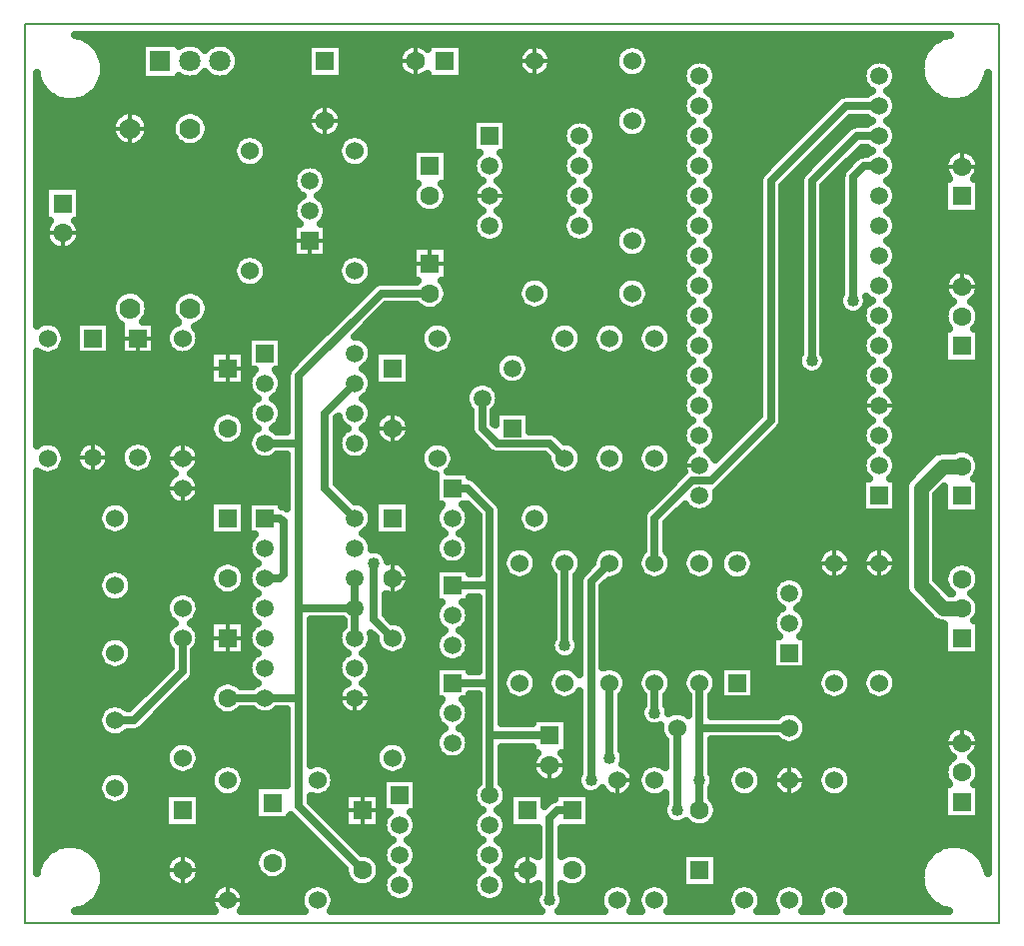
<source format=gbr>
G04 DipTrace 3.3.1.3*
G04 Bottom.gbr*
%MOIN*%
G04 #@! TF.FileFunction,Copper,L2,Bot*
G04 #@! TF.Part,Single*
%ADD11C,0.005512*%
G04 #@! TA.AperFunction,Conductor*
%ADD13C,0.05*%
G04 #@! TA.AperFunction,CopperBalancing*
%ADD14C,0.025*%
%ADD15C,0.013*%
G04 #@! TA.AperFunction,ComponentPad*
%ADD16C,0.062992*%
%ADD17R,0.062992X0.062992*%
%ADD18R,0.059055X0.059055*%
%ADD19C,0.059055*%
%ADD20C,0.062992*%
%ADD21R,0.070866X0.070866*%
%ADD22C,0.070866*%
%ADD23C,0.06*%
%ADD24C,0.06*%
%ADD25C,0.07*%
%ADD26C,0.07*%
G04 #@! TA.AperFunction,ViaPad*
%ADD27C,0.04*%
%FSLAX26Y26*%
G04*
G70*
G90*
G75*
G01*
G04 Bottom*
%LPD*%
X2281200Y868700D2*
D14*
Y1531200D1*
X2343700Y1593700D1*
X693700Y1068700D2*
X756200D1*
X918700Y1231200D1*
Y1343700D1*
X2193700Y1318700D2*
Y1593700D1*
X3518700Y1917125D2*
D13*
X3454625D1*
X3381200Y1843700D1*
Y1518700D1*
X3457775Y1442125D1*
X3518700D1*
X1618700Y1343700D2*
D14*
X1556200Y1406200D1*
Y1593700D1*
X3243700Y3118700D2*
X3131200D1*
X2881200Y2868700D1*
Y2068700D1*
X2681200Y1868700D1*
X2618700D1*
X2493700Y1743700D1*
Y1593700D1*
X1193700Y1743700D2*
X1243700D1*
X1256200Y1731200D1*
Y1556200D1*
X1243700Y1543700D1*
X1193700D1*
X1918700Y2143700D2*
Y2043700D1*
X1968700Y1993700D1*
X2143700D1*
X2193700Y1943700D1*
X2143700Y468700D2*
Y743700D1*
X2168700Y768700D1*
X2218700D1*
X2568700Y1043700D2*
Y768700D1*
X2643700Y1193700D2*
Y868700D1*
Y768700D1*
X2943700Y1043700D2*
X2643700D1*
Y868700D1*
X2493700Y1093700D2*
Y1193700D1*
X3243700Y2918700D2*
X3193700D1*
X3156200Y2881200D1*
Y2468700D1*
X3243700Y3018700D2*
X3168700D1*
X3018700Y2868700D1*
Y2268700D1*
X1493700Y2193700D2*
X1393700Y2093700D1*
Y1843700D1*
X1493700Y1743700D1*
X1818700Y1843700D2*
X1868700D1*
X1943700Y1768700D1*
Y1518700D1*
Y1193700D1*
Y1018700D1*
Y818700D1*
X1818700Y1518700D2*
X1943700D1*
X1818700Y1193700D2*
X1943700D1*
X2143700Y1018700D2*
X1943700D1*
X1743700Y2493700D2*
X1581200D1*
X1306200Y2218700D1*
Y1993700D1*
Y1443700D1*
Y1143700D1*
Y781200D1*
X1518700Y568700D1*
X1068700Y1143700D2*
X1193700D1*
X1306200D1*
X1493700Y1443700D2*
X1306200D1*
X1493700Y1343700D2*
Y1443700D1*
Y1543700D2*
Y1443700D1*
X1193700Y1993700D2*
X1306200D1*
X2343700Y1193700D2*
Y943700D1*
D27*
X2281200Y868700D3*
X2193700Y1318700D3*
X1556200Y1593700D3*
X2143700Y468700D3*
X2568700Y768700D3*
X2643700Y868700D3*
X2493700Y1093700D3*
X3156200Y2468700D3*
X3018700Y2268700D3*
X2343700Y943700D3*
X618193Y3330331D2*
D14*
X779266D1*
X908138D2*
X935111D1*
X952312D2*
X1035085D1*
X1052321D2*
X3419229D1*
X640371Y3305462D2*
X779266D1*
X1096028D2*
X1333210D1*
X1454188D2*
X1647914D1*
X1854188D2*
X2048310D1*
X2139109D2*
X2373313D1*
X2464112D2*
X3397018D1*
X652607Y3280594D2*
X779266D1*
X1106972D2*
X1333210D1*
X1454188D2*
X1636001D1*
X1854188D2*
X2035966D1*
X2151418D2*
X2360969D1*
X2476420D2*
X3384780D1*
X658205Y3255725D2*
X779266D1*
X1106756D2*
X1333210D1*
X1454188D2*
X1636252D1*
X1854188D2*
X2036217D1*
X2151203D2*
X2361220D1*
X2476205D2*
X2599132D1*
X2688245D2*
X3199151D1*
X3288264D2*
X3379218D1*
X658098Y3230856D2*
X779266D1*
X1095238D2*
X1333210D1*
X1454188D2*
X1648812D1*
X1854188D2*
X2049243D1*
X2138140D2*
X2374246D1*
X2463144D2*
X2586501D1*
X2700876D2*
X3186520D1*
X3300896D2*
X3379291D1*
X652319Y3205987D2*
X2586645D1*
X2700768D2*
X3186628D1*
X3300752D2*
X3385067D1*
X434718Y3181119D2*
X447535D1*
X639833D2*
X2599634D1*
X2687742D2*
X3199654D1*
X3287762D2*
X3397556D1*
X3589835D2*
X3602705D1*
X434718Y3156250D2*
X470231D1*
X617190D2*
X2599634D1*
X2687779D2*
X3118161D1*
X3287798D2*
X3420234D1*
X3567192D2*
X3602705D1*
X434718Y3131381D2*
X532813D1*
X554571D2*
X2586608D1*
X2700768D2*
X3086224D1*
X3300788D2*
X3482817D1*
X3504574D2*
X3602705D1*
X434718Y3106512D2*
X1347241D1*
X1440157D2*
X2374210D1*
X2463179D2*
X2586501D1*
X2700876D2*
X3061356D1*
X3300896D2*
X3602705D1*
X434718Y3081644D2*
X692785D1*
X794600D2*
X892804D1*
X994583D2*
X1334682D1*
X1452717D2*
X2361220D1*
X2476205D2*
X2599169D1*
X2688209D2*
X3036489D1*
X3288229D2*
X3602705D1*
X434718Y3056775D2*
X681123D1*
X806298D2*
X881106D1*
X1006281D2*
X1334430D1*
X1452968D2*
X1885180D1*
X2002210D2*
X2200100D1*
X2287310D2*
X2360969D1*
X2476420D2*
X2600102D1*
X2687312D2*
X3011621D1*
X3126930D2*
X3157742D1*
X3287296D2*
X3602705D1*
X434718Y3031906D2*
X680835D1*
X806550D2*
X880854D1*
X1006569D2*
X1346380D1*
X1441018D2*
X1885180D1*
X2002210D2*
X2186751D1*
X2300659D2*
X2373313D1*
X2464077D2*
X2586752D1*
X2700661D2*
X2986754D1*
X3102061D2*
X3124262D1*
X3300645D2*
X3602705D1*
X434718Y3007037D2*
X691815D1*
X795569D2*
X891834D1*
X995587D2*
X1099712D1*
X1187712D2*
X1449690D1*
X1537691D2*
X1885180D1*
X2002210D2*
X2186393D1*
X2300982D2*
X2586393D1*
X2700983D2*
X2961885D1*
X3077193D2*
X3099394D1*
X3301003D2*
X3602705D1*
X434718Y2982169D2*
X1086327D1*
X1201061D2*
X1436342D1*
X1551075D2*
X1885180D1*
X2002210D2*
X2198737D1*
X2288675D2*
X2598738D1*
X2688675D2*
X2937018D1*
X3052326D2*
X3074525D1*
X3288695D2*
X3602705D1*
X434718Y2957300D2*
X1085860D1*
X1201527D2*
X1435875D1*
X1551541D2*
X1683188D1*
X1804203D2*
X1900575D1*
X1986817D2*
X2200603D1*
X2286809D2*
X2600604D1*
X2686809D2*
X2912150D1*
X3027459D2*
X3049658D1*
X3164966D2*
X3185624D1*
X3286793D2*
X3474384D1*
X3563029D2*
X3602705D1*
X434718Y2932431D2*
X1097881D1*
X1189506D2*
X1447860D1*
X1539520D2*
X1683188D1*
X1804203D2*
X1886867D1*
X2000524D2*
X2186894D1*
X2300516D2*
X2586896D1*
X2700518D2*
X2887283D1*
X3002590D2*
X3024791D1*
X3300537D2*
X3460245D1*
X3577132D2*
X3602705D1*
X434718Y2907562D2*
X1300843D1*
X1386546D2*
X1683188D1*
X1804203D2*
X1886293D1*
X2001099D2*
X2186285D1*
X2301127D2*
X2586285D1*
X2701128D2*
X2862415D1*
X2977722D2*
X2999923D1*
X3301111D2*
X3458989D1*
X3578388D2*
X3602705D1*
X434718Y2882693D2*
X1286956D1*
X1400469D2*
X1683188D1*
X1804203D2*
X1898279D1*
X1989113D2*
X2198270D1*
X2289141D2*
X2598271D1*
X2689142D2*
X2842284D1*
X2952855D2*
X2979792D1*
X3090363D2*
X3114716D1*
X3289125D2*
X3469539D1*
X3567875D2*
X3602705D1*
X434718Y2857825D2*
X1286238D1*
X1401151D2*
X1698403D1*
X1789023D2*
X1901113D1*
X1986314D2*
X2201106D1*
X2286306D2*
X2601106D1*
X2686308D2*
X2839700D1*
X2927987D2*
X2977208D1*
X3065495D2*
X3114716D1*
X3286291D2*
X3458200D1*
X3579213D2*
X3602705D1*
X434718Y2832956D2*
X458210D1*
X579188D2*
X1298044D1*
X1389344D2*
X1684982D1*
X1802407D2*
X1887011D1*
X2000381D2*
X2187002D1*
X2300373D2*
X2587003D1*
X2700373D2*
X2839700D1*
X2922712D2*
X2977208D1*
X3060184D2*
X3114716D1*
X3300393D2*
X3458200D1*
X3579213D2*
X3602705D1*
X434718Y2808087D2*
X458210D1*
X579188D2*
X1301344D1*
X1386044D2*
X1684193D1*
X1803233D2*
X1886186D1*
X2001207D2*
X2186178D1*
X2301197D2*
X2586178D1*
X2701199D2*
X2839700D1*
X2922712D2*
X2977208D1*
X3060184D2*
X3114716D1*
X3301218D2*
X3458200D1*
X3579213D2*
X3602705D1*
X434718Y2783218D2*
X458210D1*
X579188D2*
X1287099D1*
X1400326D2*
X1695317D1*
X1792073D2*
X1897848D1*
X1989544D2*
X2197839D1*
X2289571D2*
X2597840D1*
X2689573D2*
X2839700D1*
X2922712D2*
X2977208D1*
X3060184D2*
X3114716D1*
X3289556D2*
X3458200D1*
X3579213D2*
X3602705D1*
X434718Y2758350D2*
X458210D1*
X579188D2*
X1286130D1*
X1401259D2*
X1901616D1*
X1985776D2*
X2201607D1*
X2285768D2*
X2601608D1*
X2685768D2*
X2839700D1*
X2922712D2*
X2977208D1*
X3060184D2*
X3114716D1*
X3285788D2*
X3602705D1*
X434718Y2733481D2*
X472564D1*
X564834D2*
X1297613D1*
X1389776D2*
X1887154D1*
X2000237D2*
X2187146D1*
X2300229D2*
X2587148D1*
X2700230D2*
X2839700D1*
X2922712D2*
X2977208D1*
X3060184D2*
X3114716D1*
X3300250D2*
X3602705D1*
X434718Y2708612D2*
X459752D1*
X577645D2*
X1285161D1*
X1402228D2*
X1886078D1*
X2001314D2*
X2186106D1*
X2301306D2*
X2376220D1*
X2461205D2*
X2586070D1*
X2701306D2*
X2839700D1*
X2922712D2*
X2977208D1*
X3060184D2*
X3114716D1*
X3301326D2*
X3602705D1*
X434718Y2683743D2*
X459359D1*
X578040D2*
X1285161D1*
X1402228D2*
X1897417D1*
X1989974D2*
X2197409D1*
X2290002D2*
X2361722D1*
X2475667D2*
X2597410D1*
X2689968D2*
X2839700D1*
X2922712D2*
X2977208D1*
X3060184D2*
X3114716D1*
X3289987D2*
X3602705D1*
X434718Y2658875D2*
X471057D1*
X566342D2*
X1285161D1*
X1402228D2*
X2360574D1*
X2476851D2*
X2602146D1*
X2685267D2*
X2839700D1*
X2922712D2*
X2977208D1*
X3060184D2*
X3114716D1*
X3285250D2*
X3602705D1*
X434718Y2634006D2*
X1285161D1*
X1402228D2*
X1683188D1*
X1804203D2*
X2371591D1*
X2465798D2*
X2587291D1*
X2700087D2*
X2839700D1*
X2922712D2*
X2977208D1*
X3060184D2*
X3114716D1*
X3300106D2*
X3602705D1*
X434718Y2609137D2*
X1101756D1*
X1185666D2*
X1451735D1*
X1535645D2*
X1683188D1*
X1804203D2*
X2585999D1*
X2701414D2*
X2839700D1*
X2922712D2*
X2977208D1*
X3060184D2*
X3114716D1*
X3301398D2*
X3602705D1*
X434718Y2584268D2*
X1086901D1*
X1200523D2*
X1436880D1*
X1550501D2*
X1683188D1*
X1804203D2*
X2597015D1*
X2690398D2*
X2839700D1*
X2922712D2*
X2977208D1*
X3060184D2*
X3114716D1*
X3290381D2*
X3602705D1*
X434718Y2559399D2*
X1085465D1*
X1201922D2*
X1435480D1*
X1551936D2*
X1683188D1*
X1804203D2*
X2602684D1*
X2684692D2*
X2839700D1*
X2922712D2*
X2977208D1*
X3060184D2*
X3114716D1*
X3284712D2*
X3478259D1*
X3559154D2*
X3602705D1*
X434718Y2534531D2*
X1096195D1*
X1191192D2*
X1446209D1*
X1541207D2*
X1700018D1*
X1787372D2*
X2052150D1*
X2135270D2*
X2377153D1*
X2460237D2*
X2587470D1*
X2699943D2*
X2839700D1*
X2922712D2*
X2977208D1*
X3060184D2*
X3114716D1*
X3299927D2*
X3461393D1*
X3576020D2*
X3602705D1*
X434718Y2509662D2*
X1539508D1*
X1801941D2*
X2037007D1*
X2150413D2*
X2362010D1*
X2475415D2*
X2585892D1*
X2701486D2*
X2839700D1*
X2922712D2*
X2977208D1*
X3060184D2*
X3114716D1*
X3301506D2*
X3458487D1*
X3578890D2*
X3602705D1*
X434718Y2484793D2*
X695440D1*
X791945D2*
X895459D1*
X991964D2*
X1514641D1*
X1803520D2*
X2035392D1*
X2151991D2*
X2360394D1*
X2476995D2*
X2596585D1*
X2690793D2*
X2839700D1*
X2922712D2*
X2977208D1*
X3060184D2*
X3110087D1*
X3290812D2*
X3467027D1*
X3570386D2*
X3602705D1*
X434718Y2459924D2*
X681876D1*
X805510D2*
X881894D1*
X1005528D2*
X1489772D1*
X1793329D2*
X2045906D1*
X2141477D2*
X2370909D1*
X2466481D2*
X2603259D1*
X2684154D2*
X2839700D1*
X2922712D2*
X2977208D1*
X3060184D2*
X3108041D1*
X3284137D2*
X3477075D1*
X3560338D2*
X3602705D1*
X434718Y2435056D2*
X680297D1*
X807088D2*
X880315D1*
X1007107D2*
X1464905D1*
X1580213D2*
X2587613D1*
X2699800D2*
X2839700D1*
X2922712D2*
X2977208D1*
X3060184D2*
X3121606D1*
X3299783D2*
X3461035D1*
X3576343D2*
X3602705D1*
X434718Y2410187D2*
X689627D1*
X797758D2*
X889646D1*
X997776D2*
X1440037D1*
X1555346D2*
X2585819D1*
X2701594D2*
X2839700D1*
X2922712D2*
X2977208D1*
X3060184D2*
X3185839D1*
X3301578D2*
X3458630D1*
X3578783D2*
X3602705D1*
X509428Y2385318D2*
X560157D1*
X677224D2*
X710188D1*
X827220D2*
X877983D1*
X965516D2*
X1415170D1*
X1530477D2*
X1727972D1*
X1809405D2*
X2152985D1*
X2234418D2*
X2302980D1*
X2384414D2*
X2452976D1*
X2534410D2*
X2596190D1*
X2691187D2*
X2839700D1*
X2922712D2*
X2977208D1*
X3060184D2*
X3196209D1*
X3291207D2*
X3467709D1*
X3569704D2*
X3602705D1*
X525146Y2360449D2*
X560157D1*
X677224D2*
X710188D1*
X827220D2*
X862230D1*
X975170D2*
X1390302D1*
X1505609D2*
X1712255D1*
X1825158D2*
X2137231D1*
X2250171D2*
X2287228D1*
X2400167D2*
X2437222D1*
X2550162D2*
X2603833D1*
X2683579D2*
X2839700D1*
X2922712D2*
X2977208D1*
X3060184D2*
X3203852D1*
X3283564D2*
X3458200D1*
X3579213D2*
X3602705D1*
X527120Y2335581D2*
X560157D1*
X677224D2*
X710188D1*
X827220D2*
X860292D1*
X977107D2*
X1135165D1*
X1252231D2*
X1365434D1*
X1533420D2*
X1710281D1*
X1827096D2*
X2135293D1*
X2252108D2*
X2285289D1*
X2402104D2*
X2435285D1*
X2552100D2*
X2587793D1*
X2699620D2*
X2839700D1*
X2922712D2*
X2977208D1*
X3060184D2*
X3187776D1*
X3299640D2*
X3458200D1*
X3579213D2*
X3602705D1*
X517073Y2310712D2*
X560157D1*
X677224D2*
X710188D1*
X827220D2*
X870340D1*
X967060D2*
X1135165D1*
X1252231D2*
X1340566D1*
X1549567D2*
X1720329D1*
X1817085D2*
X2145340D1*
X2242061D2*
X2295336D1*
X2392057D2*
X2445333D1*
X2542053D2*
X2585747D1*
X2701666D2*
X2839700D1*
X2922712D2*
X2977208D1*
X3060184D2*
X3185731D1*
X3301649D2*
X3458200D1*
X3579213D2*
X3602705D1*
X434718Y2285843D2*
X1008207D1*
X1252231D2*
X1315699D1*
X1679182D2*
X1979268D1*
X2058119D2*
X2595831D1*
X2691582D2*
X2839700D1*
X2922712D2*
X2972974D1*
X3064419D2*
X3195814D1*
X3291566D2*
X3458200D1*
X3579213D2*
X3602705D1*
X434718Y2260974D2*
X1008207D1*
X1252231D2*
X1290831D1*
X1541674D2*
X1558204D1*
X1679182D2*
X1962906D1*
X2074482D2*
X2604443D1*
X2682970D2*
X2839700D1*
X2922712D2*
X2970355D1*
X3067039D2*
X3204427D1*
X3282953D2*
X3458200D1*
X3579213D2*
X3602705D1*
X434718Y2236106D2*
X1008207D1*
X1129184D2*
X1154578D1*
X1232818D2*
X1268798D1*
X1532810D2*
X1558204D1*
X1679182D2*
X1960680D1*
X2076707D2*
X2587936D1*
X2699440D2*
X2839700D1*
X2922712D2*
X2983022D1*
X3054371D2*
X3187956D1*
X3299460D2*
X3602705D1*
X434718Y2211237D2*
X1008207D1*
X1249397D2*
X1264707D1*
X1679182D2*
X1970549D1*
X2066875D2*
X2585676D1*
X2701737D2*
X2839700D1*
X2922712D2*
X3185659D1*
X3301721D2*
X3602705D1*
X434718Y2186368D2*
X1008207D1*
X1251729D2*
X1264707D1*
X1679182D2*
X1879906D1*
X1957499D2*
X2595436D1*
X2691941D2*
X2839700D1*
X2922712D2*
X3195456D1*
X3291960D2*
X3602705D1*
X434718Y2161499D2*
X1145356D1*
X1242040D2*
X1264707D1*
X1542032D2*
X1863075D1*
X1974329D2*
X2605053D1*
X2682360D2*
X2839700D1*
X2922712D2*
X3205037D1*
X3282343D2*
X3602705D1*
X434718Y2136630D2*
X1155188D1*
X1232208D2*
X1264707D1*
X1532200D2*
X1860636D1*
X1976770D2*
X2588116D1*
X2699297D2*
X2839700D1*
X2922712D2*
X3188136D1*
X3299281D2*
X3602705D1*
X434718Y2111762D2*
X1138179D1*
X1249252D2*
X1264707D1*
X1549245D2*
X1870180D1*
X1967224D2*
X2585604D1*
X2701809D2*
X2839700D1*
X2922712D2*
X3185587D1*
X3301793D2*
X3602705D1*
X434718Y2086893D2*
X1027512D1*
X1109915D2*
X1135596D1*
X1251801D2*
X1264707D1*
X1551829D2*
X1577510D1*
X1659911D2*
X1877214D1*
X2077245D2*
X2595078D1*
X2692335D2*
X2839700D1*
X2922712D2*
X3195061D1*
X3292319D2*
X3602705D1*
X434718Y2062024D2*
X1011186D1*
X1126242D2*
X1144998D1*
X1242399D2*
X1264707D1*
X1542427D2*
X1561182D1*
X1676239D2*
X1877214D1*
X2077245D2*
X2605663D1*
X2681714D2*
X2816877D1*
X2922138D2*
X3205683D1*
X3281733D2*
X3602705D1*
X434718Y2037155D2*
X1008566D1*
X1128826D2*
X1155834D1*
X1231562D2*
X1264707D1*
X1435205D2*
X1455826D1*
X1531554D2*
X1558562D1*
X1678822D2*
X1877752D1*
X2077245D2*
X2588296D1*
X2699117D2*
X2792010D1*
X2907318D2*
X3188314D1*
X3299102D2*
X3602705D1*
X434718Y2012287D2*
X1017465D1*
X1119962D2*
X1138359D1*
X1549065D2*
X1567462D1*
X1669960D2*
X1892465D1*
X2182780D2*
X2585532D1*
X2701844D2*
X2767142D1*
X2882451D2*
X3185552D1*
X3301864D2*
X3602705D1*
X506989Y1987418D2*
X578386D1*
X658994D2*
X728418D1*
X808990D2*
X880423D1*
X956977D2*
X1052201D1*
X1085191D2*
X1135524D1*
X1551864D2*
X1602197D1*
X1635187D2*
X1730413D1*
X1807001D2*
X1917333D1*
X2231977D2*
X2305420D1*
X2381973D2*
X2455417D1*
X2532004D2*
X2594718D1*
X2692695D2*
X2742275D1*
X2857582D2*
X3194703D1*
X3292678D2*
X3602705D1*
X524464Y1962549D2*
X562669D1*
X674747D2*
X712665D1*
X824743D2*
X862948D1*
X974452D2*
X1144638D1*
X1542785D2*
X1712936D1*
X1824477D2*
X1942739D1*
X2249453D2*
X2287944D1*
X2399449D2*
X2437940D1*
X2549481D2*
X2606309D1*
X2681067D2*
X2717406D1*
X2832714D2*
X3206329D1*
X3281087D2*
X3427842D1*
X3557252D2*
X3602705D1*
X527371Y1937680D2*
X560802D1*
X676613D2*
X710798D1*
X826609D2*
X860006D1*
X977394D2*
X1264707D1*
X1435205D2*
X1710029D1*
X1827384D2*
X2135006D1*
X2252396D2*
X2285039D1*
X2402392D2*
X2435033D1*
X2552388D2*
X2588474D1*
X2807847D2*
X3188494D1*
X3298922D2*
X3399852D1*
X3575445D2*
X3602705D1*
X518507Y1912812D2*
X571102D1*
X666279D2*
X721098D1*
X816310D2*
X868905D1*
X968495D2*
X1264707D1*
X1435205D2*
X1718893D1*
X1818520D2*
X2143906D1*
X2243497D2*
X2293901D1*
X2393493D2*
X2443897D1*
X2543524D2*
X2585497D1*
X2782980D2*
X3185480D1*
X3301901D2*
X3374985D1*
X3579033D2*
X3602705D1*
X434718Y1887943D2*
X457062D1*
X480327D2*
X881069D1*
X956330D2*
X1264707D1*
X1435205D2*
X1757074D1*
X1877226D2*
X2182086D1*
X2205315D2*
X2332082D1*
X2355347D2*
X2482078D1*
X2505343D2*
X2580293D1*
X2758111D2*
X3194380D1*
X3293037D2*
X3350116D1*
X3571319D2*
X3602705D1*
X434718Y1863074D2*
X863127D1*
X974272D2*
X1264707D1*
X1435205D2*
X1760161D1*
X1906974D2*
X2555426D1*
X2733243D2*
X3185157D1*
X3302224D2*
X3330990D1*
X3579213D2*
X3602705D1*
X434718Y1838205D2*
X859969D1*
X977431D2*
X1264707D1*
X1456843D2*
X1760161D1*
X1931842D2*
X2530558D1*
X2708018D2*
X3185157D1*
X3302224D2*
X3327187D1*
X3579213D2*
X3602705D1*
X434718Y1813336D2*
X868545D1*
X968854D2*
X1264707D1*
X1481710D2*
X1760161D1*
X1956709D2*
X2505690D1*
X2701952D2*
X3185157D1*
X3302224D2*
X3327187D1*
X3435210D2*
X3458200D1*
X3579213D2*
X3602705D1*
X434718Y1788468D2*
X656721D1*
X730655D2*
X904287D1*
X933113D2*
X1008207D1*
X1529903D2*
X1558204D1*
X1679182D2*
X1760161D1*
X1979819D2*
X2056743D1*
X2130676D2*
X2480822D1*
X2693376D2*
X3185157D1*
X3302224D2*
X3327187D1*
X3435210D2*
X3458200D1*
X3579213D2*
X3602705D1*
X434718Y1763599D2*
X638313D1*
X749064D2*
X1008207D1*
X1679182D2*
X1763821D1*
X1873566D2*
X1891137D1*
X1985201D2*
X2038334D1*
X2149085D2*
X2457641D1*
X2571263D2*
X2631069D1*
X2656344D2*
X3185157D1*
X3302224D2*
X3327187D1*
X3435210D2*
X3458200D1*
X3579213D2*
X3602705D1*
X434718Y1738730D2*
X634903D1*
X752473D2*
X1008207D1*
X1679182D2*
X1760411D1*
X1877011D2*
X1902190D1*
X1985201D2*
X2034926D1*
X2152494D2*
X2452187D1*
X2546394D2*
X3327187D1*
X3435210D2*
X3602705D1*
X434718Y1713861D2*
X643229D1*
X744183D2*
X1008207D1*
X1543611D2*
X1558204D1*
X1679182D2*
X1768772D1*
X1868615D2*
X1902190D1*
X1985201D2*
X2043214D1*
X2144169D2*
X2452187D1*
X2535199D2*
X3327187D1*
X3435210D2*
X3602705D1*
X434718Y1688993D2*
X677067D1*
X710309D2*
X1008207D1*
X1529186D2*
X1558204D1*
X1679182D2*
X1783234D1*
X1854188D2*
X1902190D1*
X1985201D2*
X2077090D1*
X2110330D2*
X2452187D1*
X2535199D2*
X3327187D1*
X3435210D2*
X3602705D1*
X434718Y1664124D2*
X1139041D1*
X1548384D2*
X1764036D1*
X1873386D2*
X1902190D1*
X1985201D2*
X2452187D1*
X2535199D2*
X3327187D1*
X3435210D2*
X3602705D1*
X434718Y1639255D2*
X1135344D1*
X1568012D2*
X1760339D1*
X1877046D2*
X1902190D1*
X1985201D2*
X2007760D1*
X2079613D2*
X2157793D1*
X2229609D2*
X2307789D1*
X2379606D2*
X2452187D1*
X2535199D2*
X2607780D1*
X2679633D2*
X2737179D1*
X2800239D2*
X3057768D1*
X3129620D2*
X3207764D1*
X3279616D2*
X3327187D1*
X3435210D2*
X3602705D1*
X434718Y1614386D2*
X1143455D1*
X1600344D2*
X1768449D1*
X1868938D2*
X1902190D1*
X2098775D2*
X2138630D1*
X2248771D2*
X2288627D1*
X2398767D2*
X2438623D1*
X2548763D2*
X2588619D1*
X2698759D2*
X2715146D1*
X2822272D2*
X3038606D1*
X3148783D2*
X3188638D1*
X3298779D2*
X3327187D1*
X3435210D2*
X3602705D1*
X434718Y1589518D2*
X1030634D1*
X1106756D2*
X1158956D1*
X1656754D2*
X1801930D1*
X1835457D2*
X1902190D1*
X2102543D2*
X2134863D1*
X2252539D2*
X2281880D1*
X2402535D2*
X2434855D1*
X2552531D2*
X2584851D1*
X2827188D2*
X3034838D1*
X3152550D2*
X3184869D1*
X3302546D2*
X3327187D1*
X3435210D2*
X3485113D1*
X3552264D2*
X3602705D1*
X434718Y1564649D2*
X658336D1*
X729075D2*
X1012119D1*
X1125273D2*
X1139220D1*
X1675270D2*
X1760161D1*
X1877226D2*
X1902190D1*
X2094649D2*
X2142758D1*
X2394676D2*
X2442749D1*
X2544672D2*
X2592745D1*
X2694669D2*
X2716940D1*
X2820478D2*
X3042733D1*
X3144655D2*
X3192729D1*
X3294651D2*
X3327187D1*
X3435210D2*
X3463439D1*
X3573939D2*
X3602705D1*
X434718Y1539780D2*
X638779D1*
X748633D2*
X1008351D1*
X1679074D2*
X1760161D1*
X1985201D2*
X2024304D1*
X2063070D2*
X2152195D1*
X2363062D2*
X2474327D1*
X2513094D2*
X2624323D1*
X2663090D2*
X2744284D1*
X2793134D2*
X2909315D1*
X2978082D2*
X3074310D1*
X3113078D2*
X3224306D1*
X3263074D2*
X3327187D1*
X3435461D2*
X3458200D1*
X3579178D2*
X3602705D1*
X434718Y1514911D2*
X634833D1*
X752581D2*
X1015850D1*
X1121541D2*
X1143132D1*
X1671539D2*
X1760161D1*
X1985201D2*
X2152195D1*
X2322692D2*
X2889327D1*
X2998069D2*
X3327330D1*
X3573221D2*
X3602705D1*
X434718Y1490043D2*
X642511D1*
X744901D2*
X883868D1*
X953532D2*
X1044199D1*
X1093192D2*
X1159710D1*
X1643225D2*
X1760161D1*
X1985201D2*
X2152195D1*
X2322692D2*
X2885309D1*
X3002124D2*
X3335906D1*
X3553878D2*
X3602705D1*
X434718Y1465174D2*
X673120D1*
X714292D2*
X863952D1*
X973447D2*
X1139435D1*
X1597688D2*
X1760161D1*
X1877226D2*
X1902190D1*
X1985201D2*
X2152195D1*
X2322692D2*
X2892987D1*
X2994409D2*
X3359410D1*
X3574405D2*
X3602705D1*
X434718Y1440305D2*
X859791D1*
X977609D2*
X1135272D1*
X1597688D2*
X1764502D1*
X1872884D2*
X1902190D1*
X1985201D2*
X2152195D1*
X2322692D2*
X2910104D1*
X2977292D2*
X3384279D1*
X3579178D2*
X3602705D1*
X434718Y1415436D2*
X867289D1*
X970109D2*
X1142809D1*
X1604615D2*
X1760268D1*
X1877119D2*
X1902190D1*
X1985201D2*
X2152195D1*
X2322692D2*
X2889543D1*
X2997854D2*
X3409146D1*
X3572683D2*
X3602705D1*
X434718Y1390567D2*
X884658D1*
X952742D2*
X1008207D1*
X1129184D2*
X1160499D1*
X1347683D2*
X1452201D1*
X1652771D2*
X1767731D1*
X1869655D2*
X1902190D1*
X1985201D2*
X2152195D1*
X2322692D2*
X2885272D1*
X3002124D2*
X3458200D1*
X3579213D2*
X3602705D1*
X434718Y1365699D2*
X864167D1*
X973231D2*
X1008207D1*
X1347683D2*
X1439679D1*
X1673225D2*
X1785709D1*
X1851713D2*
X1902190D1*
X1985201D2*
X2152195D1*
X2322692D2*
X2892665D1*
X2994731D2*
X3458200D1*
X3579213D2*
X3602705D1*
X434718Y1340830D2*
X660023D1*
X727354D2*
X859791D1*
X977609D2*
X1008207D1*
X1347683D2*
X1435229D1*
X1677638D2*
X1764717D1*
X1872669D2*
X1902190D1*
X1985201D2*
X2150293D1*
X2322692D2*
X2885165D1*
X3002231D2*
X3458200D1*
X3579213D2*
X3602705D1*
X434718Y1315961D2*
X639281D1*
X748130D2*
X866966D1*
X970434D2*
X1008207D1*
X1129184D2*
X1142522D1*
X1347683D2*
X1442514D1*
X1544867D2*
X1566995D1*
X1670426D2*
X1760231D1*
X1877154D2*
X1902190D1*
X1985201D2*
X2144767D1*
X2322692D2*
X2885165D1*
X3002231D2*
X3458200D1*
X3579213D2*
X3602705D1*
X434718Y1291092D2*
X634760D1*
X752651D2*
X877193D1*
X960207D2*
X1008207D1*
X1129184D2*
X1161325D1*
X1347683D2*
X1461317D1*
X1526099D2*
X1595595D1*
X1641791D2*
X1767444D1*
X1869941D2*
X1902190D1*
X1985201D2*
X2153773D1*
X2322692D2*
X2885165D1*
X3002231D2*
X3458200D1*
X3579213D2*
X3602705D1*
X434718Y1266224D2*
X641830D1*
X745583D2*
X877193D1*
X960207D2*
X1139902D1*
X1347683D2*
X1439894D1*
X1547486D2*
X1796582D1*
X1840840D2*
X1902190D1*
X1985201D2*
X2239716D1*
X2322692D2*
X2885165D1*
X3002231D2*
X3602705D1*
X434718Y1241355D2*
X669927D1*
X717449D2*
X871201D1*
X960207D2*
X1135237D1*
X1347683D2*
X1435229D1*
X1552187D2*
X1760161D1*
X1877226D2*
X1902190D1*
X1985201D2*
X2010847D1*
X2076564D2*
X2160843D1*
X2226558D2*
X2239716D1*
X2376554D2*
X2460835D1*
X2526550D2*
X2610830D1*
X2676546D2*
X2710158D1*
X2827225D2*
X2885165D1*
X3002231D2*
X3060854D1*
X3126570D2*
X3210850D1*
X3276566D2*
X3602705D1*
X434718Y1216486D2*
X846334D1*
X957335D2*
X1142234D1*
X1347683D2*
X1442226D1*
X1545190D2*
X1760161D1*
X2097914D2*
X2139491D1*
X2397906D2*
X2439483D1*
X2547902D2*
X2589515D1*
X2827225D2*
X3039503D1*
X3147885D2*
X3189499D1*
X3297917D2*
X3602705D1*
X434718Y1191617D2*
X821465D1*
X936773D2*
X1033541D1*
X1103886D2*
X1162150D1*
X1347683D2*
X1462178D1*
X1525238D2*
X1760161D1*
X2102651D2*
X2134755D1*
X2402679D2*
X2434747D1*
X2552674D2*
X2584743D1*
X2827225D2*
X3034730D1*
X3152658D2*
X3184726D1*
X3302654D2*
X3602705D1*
X434718Y1166749D2*
X796598D1*
X911906D2*
X1012980D1*
X1347683D2*
X1440145D1*
X1547271D2*
X1760161D1*
X2095869D2*
X2141537D1*
X2395860D2*
X2441529D1*
X2545856D2*
X2591525D1*
X2695852D2*
X2710158D1*
X2827225D2*
X3041549D1*
X3145840D2*
X3191544D1*
X3295872D2*
X3602705D1*
X434718Y1141880D2*
X771730D1*
X887039D2*
X1008243D1*
X1347683D2*
X1435193D1*
X1552187D2*
X1760161D1*
X1877226D2*
X1902190D1*
X1985201D2*
X2018670D1*
X2068704D2*
X2168701D1*
X2218700D2*
X2239716D1*
X2385203D2*
X2452187D1*
X2535199D2*
X2602183D1*
X2685195D2*
X2710158D1*
X2827225D2*
X3068676D1*
X3118712D2*
X3218672D1*
X3268708D2*
X3602705D1*
X434718Y1117011D2*
X661889D1*
X725487D2*
X746863D1*
X862170D2*
X1014701D1*
X1347683D2*
X1441939D1*
X1545477D2*
X1765255D1*
X1872130D2*
X1902190D1*
X1985201D2*
X2239716D1*
X2385203D2*
X2450966D1*
X2536419D2*
X2602183D1*
X2685195D2*
X3602705D1*
X434718Y1092142D2*
X639784D1*
X837302D2*
X1039641D1*
X1097750D2*
X1169255D1*
X1218141D2*
X1264707D1*
X1347683D2*
X1469283D1*
X1518133D2*
X1760196D1*
X1877191D2*
X1902190D1*
X1985201D2*
X2239716D1*
X2385203D2*
X2444722D1*
X2685195D2*
X2912115D1*
X2975283D2*
X3602705D1*
X434718Y1067273D2*
X634725D1*
X812435D2*
X1264707D1*
X1347683D2*
X1766798D1*
X1870587D2*
X1902190D1*
X1985201D2*
X2083190D1*
X2204203D2*
X2239716D1*
X2385203D2*
X2452940D1*
X2997531D2*
X3602705D1*
X434718Y1042405D2*
X641183D1*
X787567D2*
X1264707D1*
X1347683D2*
X1788508D1*
X1848878D2*
X1902190D1*
X2204203D2*
X2239716D1*
X2385203D2*
X2509709D1*
X3002697D2*
X3484718D1*
X3552695D2*
X3602705D1*
X434718Y1017536D2*
X667235D1*
X720176D2*
X1264707D1*
X1347683D2*
X1765507D1*
X1871915D2*
X1902190D1*
X2204203D2*
X2239716D1*
X2385203D2*
X2516132D1*
X2996275D2*
X3463331D1*
X3574082D2*
X3602705D1*
X434718Y992667D2*
X888031D1*
X949369D2*
X1264707D1*
X1347683D2*
X1588024D1*
X1649398D2*
X1760196D1*
X1877226D2*
X1902190D1*
X2204203D2*
X2239716D1*
X2385203D2*
X2527184D1*
X2685195D2*
X2916959D1*
X2970438D2*
X3458200D1*
X3579178D2*
X3602705D1*
X434718Y967798D2*
X865100D1*
X972298D2*
X1264707D1*
X1347683D2*
X1565094D1*
X1672292D2*
X1766511D1*
X1870875D2*
X1902190D1*
X1985201D2*
X2083190D1*
X2204203D2*
X2239716D1*
X2385956D2*
X2527184D1*
X2685195D2*
X3464300D1*
X3573077D2*
X3602705D1*
X434718Y942930D2*
X859718D1*
X977682D2*
X1264707D1*
X1347683D2*
X1559710D1*
X1677710D2*
X1792491D1*
X1844894D2*
X1902190D1*
X1985201D2*
X2088501D1*
X2198892D2*
X2239716D1*
X2392703D2*
X2527184D1*
X2685195D2*
X3483140D1*
X3554238D2*
X3602705D1*
X434718Y918061D2*
X865855D1*
X971545D2*
X1038708D1*
X1098683D2*
X1264707D1*
X1398675D2*
X1565847D1*
X1671539D2*
X1902190D1*
X1985201D2*
X2083225D1*
X2204203D2*
X2239716D1*
X2398695D2*
X2463705D1*
X2685195D2*
X2763697D1*
X2823708D2*
X2913693D1*
X2973704D2*
X3063725D1*
X3123700D2*
X3462864D1*
X3574548D2*
X3602705D1*
X434718Y893192D2*
X663934D1*
X723441D2*
X890865D1*
X946535D2*
X1015276D1*
X1122116D2*
X1264707D1*
X1422107D2*
X1590894D1*
X1646527D2*
X1902190D1*
X1985201D2*
X2089111D1*
X2198283D2*
X2239178D1*
X2422128D2*
X2440273D1*
X2685733D2*
X2740301D1*
X2847104D2*
X2890297D1*
X2997100D2*
X3040292D1*
X3147132D2*
X3458235D1*
X3579141D2*
X3602705D1*
X434718Y868323D2*
X640357D1*
X747054D2*
X1009714D1*
X1127713D2*
X1264707D1*
X1427705D2*
X1585188D1*
X1702220D2*
X1902190D1*
X1985201D2*
X2112470D1*
X2174922D2*
X2232217D1*
X2692695D2*
X2734703D1*
X2852703D2*
X2884699D1*
X3002697D2*
X3034695D1*
X3152693D2*
X3464838D1*
X3572539D2*
X3602705D1*
X434718Y843455D2*
X634688D1*
X752688D2*
X1015671D1*
X1121756D2*
X1158203D1*
X1421749D2*
X1585188D1*
X1702220D2*
X1890922D1*
X1996469D2*
X2239645D1*
X2421733D2*
X2440667D1*
X2685267D2*
X2740659D1*
X2846746D2*
X2890655D1*
X2996741D2*
X3040651D1*
X3146737D2*
X3458200D1*
X3579213D2*
X3602705D1*
X434718Y818586D2*
X640574D1*
X746802D2*
X858210D1*
X979188D2*
X1040108D1*
X1097284D2*
X1158203D1*
X1397275D2*
X1458195D1*
X1702220D2*
X1885180D1*
X2129205D2*
X2158187D1*
X2279201D2*
X2340120D1*
X2397296D2*
X2465106D1*
X2685195D2*
X2765096D1*
X2822308D2*
X2915092D1*
X2972304D2*
X3065124D1*
X3122300D2*
X3458200D1*
X3579213D2*
X3602705D1*
X434718Y793717D2*
X664867D1*
X722545D2*
X858210D1*
X979188D2*
X1158203D1*
X1351343D2*
X1458195D1*
X1702220D2*
X1891066D1*
X2279201D2*
X2527004D1*
X2698507D2*
X3458200D1*
X3579213D2*
X3602705D1*
X434718Y768848D2*
X858210D1*
X979188D2*
X1158203D1*
X1376212D2*
X1458195D1*
X1702220D2*
X1915646D1*
X1971781D2*
X2008192D1*
X2279201D2*
X2519684D1*
X2704213D2*
X3458200D1*
X3579213D2*
X3602705D1*
X434718Y743980D2*
X858210D1*
X979188D2*
X1158203D1*
X1401079D2*
X1458195D1*
X1696191D2*
X1891209D1*
X2279201D2*
X2526826D1*
X2698651D2*
X3458200D1*
X3579213D2*
X3602705D1*
X434718Y719111D2*
X858210D1*
X979188D2*
X1310638D1*
X1425947D2*
X1458195D1*
X1702220D2*
X1885180D1*
X2279201D2*
X2611117D1*
X2676259D2*
X3602705D1*
X434718Y694242D2*
X1335507D1*
X1450814D2*
X1590787D1*
X1696621D2*
X1890779D1*
X1996613D2*
X2102208D1*
X2185184D2*
X3602705D1*
X434718Y669373D2*
X1360375D1*
X1475683D2*
X1614613D1*
X1672758D2*
X1914641D1*
X1972785D2*
X2102208D1*
X2185184D2*
X3602705D1*
X434718Y644504D2*
X490972D1*
X596448D2*
X1188238D1*
X1249182D2*
X1385242D1*
X1500550D2*
X1591469D1*
X1695939D2*
X1891460D1*
X1995931D2*
X2102208D1*
X2185184D2*
X3440976D1*
X3546451D2*
X3602705D1*
X434718Y619636D2*
X458031D1*
X629390D2*
X888461D1*
X948939D2*
X1164339D1*
X1273081D2*
X1410109D1*
X1548922D2*
X1585188D1*
X1702220D2*
X1885180D1*
X2002210D2*
X2038478D1*
X2248915D2*
X2583200D1*
X2704213D2*
X3408033D1*
X3579393D2*
X3602705D1*
X646578Y594767D2*
X864384D1*
X973016D2*
X1158203D1*
X1279180D2*
X1434977D1*
X1573001D2*
X1590536D1*
X1696872D2*
X1890527D1*
X1996864D2*
X2014399D1*
X2272993D2*
X2583200D1*
X2704213D2*
X3390809D1*
X655729Y569898D2*
X858210D1*
X979188D2*
X1163298D1*
X1274085D2*
X1458230D1*
X1579172D2*
X1613680D1*
X1673728D2*
X1913672D1*
X1973718D2*
X2008228D1*
X2279201D2*
X2583200D1*
X2704213D2*
X3381659D1*
X658814Y545029D2*
X863271D1*
X974129D2*
X1184649D1*
X1252734D2*
X1463254D1*
X1574149D2*
X1591755D1*
X1695653D2*
X1891747D1*
X1995644D2*
X2013251D1*
X2274141D2*
X2583200D1*
X2704213D2*
X3378573D1*
X656339Y520161D2*
X884443D1*
X952957D2*
X1042871D1*
X1094520D2*
X1342863D1*
X1394512D2*
X1484462D1*
X1552941D2*
X1585188D1*
X1702220D2*
X1885180D1*
X2002210D2*
X2034459D1*
X2252934D2*
X2342884D1*
X2394533D2*
X2467868D1*
X2519518D2*
X2583200D1*
X2704213D2*
X2767860D1*
X2819510D2*
X2917892D1*
X2969541D2*
X3067888D1*
X3119537D2*
X3381049D1*
X647906Y495292D2*
X1016352D1*
X1121039D2*
X1316344D1*
X1421066D2*
X1590284D1*
X1697087D2*
X1890312D1*
X1997116D2*
X2102208D1*
X2185184D2*
X2316365D1*
X2421052D2*
X2441350D1*
X2546036D2*
X2741342D1*
X2846064D2*
X2891338D1*
X2996060D2*
X3041333D1*
X3146056D2*
X3389518D1*
X631722Y470423D2*
X1009714D1*
X1127678D2*
X1309742D1*
X1427670D2*
X1612784D1*
X1674624D2*
X1912776D1*
X1974616D2*
X2094745D1*
X2192684D2*
X2309726D1*
X2552674D2*
X2734738D1*
X2852666D2*
X2884734D1*
X3002662D2*
X3034730D1*
X3152658D2*
X3405666D1*
X601472Y445554D2*
X1014666D1*
X1122725D2*
X1314658D1*
X1422752D2*
X2100880D1*
X2186548D2*
X2314642D1*
X2422738D2*
X2439663D1*
X2547758D2*
X2739655D1*
X2847750D2*
X2889650D1*
X2997746D2*
X3039646D1*
X3147742D2*
X3435952D1*
X1451667Y3066863D2*
X1450970Y3059552D1*
X1449355Y3052388D1*
X1446847Y3045485D1*
X1443487Y3038955D1*
X1439329Y3032901D1*
X1434439Y3027422D1*
X1428896Y3022604D1*
X1422788Y3018525D1*
X1416213Y3015252D1*
X1409279Y3012835D1*
X1402094Y3011314D1*
X1394773Y3010714D1*
X1387438Y3011043D1*
X1380200Y3012297D1*
X1373180Y3014455D1*
X1366490Y3017483D1*
X1360235Y3021333D1*
X1354518Y3025941D1*
X1349428Y3031237D1*
X1345048Y3037132D1*
X1341449Y3043533D1*
X1338687Y3050339D1*
X1336808Y3057438D1*
X1335840Y3064718D1*
X1335801Y3072062D1*
X1336691Y3079352D1*
X1338494Y3086472D1*
X1341183Y3093306D1*
X1344713Y3099746D1*
X1349029Y3105688D1*
X1354062Y3111037D1*
X1359730Y3115707D1*
X1365944Y3119623D1*
X1372602Y3122722D1*
X1379598Y3124956D1*
X1386821Y3126287D1*
X1394153Y3126695D1*
X1401478Y3126172D1*
X1408680Y3124728D1*
X1415641Y3122386D1*
X1422249Y3119183D1*
X1428399Y3115170D1*
X1433995Y3110411D1*
X1438943Y3104985D1*
X1443166Y3098977D1*
X1446595Y3092482D1*
X1449178Y3085607D1*
X1450869Y3078460D1*
X1451644Y3071157D1*
X1451667Y3066863D1*
X1344890Y3326696D2*
X1451696D1*
Y3210704D1*
X1335704D1*
Y3326696D1*
X1344890D1*
X1694890Y2976696D2*
X1801696D1*
Y2860704D1*
X1783718D1*
X1787801Y2856365D1*
X1793150Y2849003D1*
X1797281Y2840894D1*
X1800094Y2832239D1*
X1801518Y2823250D1*
Y2814150D1*
X1800094Y2805161D1*
X1797281Y2796506D1*
X1793150Y2788397D1*
X1787801Y2781035D1*
X1781365Y2774599D1*
X1774003Y2769250D1*
X1765894Y2765119D1*
X1757239Y2762306D1*
X1748250Y2760882D1*
X1739150D1*
X1730161Y2762306D1*
X1721506Y2765119D1*
X1713397Y2769250D1*
X1706035Y2774599D1*
X1699599Y2781035D1*
X1694250Y2788397D1*
X1690119Y2796506D1*
X1687306Y2805161D1*
X1685882Y2814150D1*
Y2823250D1*
X1687306Y2832239D1*
X1690119Y2840894D1*
X1694250Y2849003D1*
X1699599Y2856365D1*
X1703775Y2860712D1*
X1685704Y2860704D1*
Y2976696D1*
X1694890D1*
X1687541Y2651696D2*
X1801696D1*
Y2535704D1*
X1783690D1*
X1787801Y2531365D1*
X1793150Y2524003D1*
X1797281Y2515894D1*
X1800094Y2507239D1*
X1801518Y2498250D1*
Y2489150D1*
X1800094Y2480161D1*
X1797281Y2471506D1*
X1793150Y2463397D1*
X1787801Y2456035D1*
X1781365Y2449599D1*
X1774003Y2444250D1*
X1765894Y2440119D1*
X1757239Y2437306D1*
X1748250Y2435882D1*
X1739150D1*
X1730161Y2437306D1*
X1721506Y2440119D1*
X1713397Y2444250D1*
X1706035Y2449599D1*
X1700843Y2454690D1*
X1597329Y2454700D1*
X1492386Y2349733D1*
X1498096Y2349554D1*
X1506779Y2348179D1*
X1515141Y2345462D1*
X1522974Y2341472D1*
X1530087Y2336304D1*
X1536304Y2330087D1*
X1541472Y2322974D1*
X1545462Y2315141D1*
X1548179Y2306779D1*
X1549554Y2298096D1*
Y2289304D1*
X1548179Y2280621D1*
X1545462Y2272259D1*
X1541472Y2264426D1*
X1536304Y2257313D1*
X1530087Y2251096D1*
X1522974Y2245928D1*
X1519136Y2243621D1*
X1526632Y2239027D1*
X1533318Y2233318D1*
X1539027Y2226632D1*
X1543621Y2219136D1*
X1546985Y2211014D1*
X1549037Y2202465D1*
X1549728Y2193700D1*
X1549037Y2184935D1*
X1546985Y2176386D1*
X1543621Y2168264D1*
X1539027Y2160768D1*
X1533318Y2154082D1*
X1526632Y2148373D1*
X1518964Y2143700D1*
X1526632Y2139027D1*
X1533318Y2133318D1*
X1539027Y2126632D1*
X1543621Y2119136D1*
X1546985Y2111014D1*
X1549037Y2102465D1*
X1549728Y2093700D1*
X1549037Y2084935D1*
X1546985Y2076386D1*
X1543621Y2068264D1*
X1539027Y2060768D1*
X1533318Y2054082D1*
X1526632Y2048373D1*
X1518964Y2043700D1*
X1526632Y2039027D1*
X1533318Y2033318D1*
X1539027Y2026632D1*
X1543621Y2019136D1*
X1546985Y2011014D1*
X1549037Y2002465D1*
X1549728Y1993700D1*
X1549037Y1984935D1*
X1546985Y1976386D1*
X1543621Y1968264D1*
X1539027Y1960768D1*
X1533318Y1954082D1*
X1526632Y1948373D1*
X1519136Y1943779D1*
X1511014Y1940415D1*
X1502465Y1938363D1*
X1493700Y1937672D1*
X1484935Y1938363D1*
X1476386Y1940415D1*
X1468264Y1943779D1*
X1460768Y1948373D1*
X1454082Y1954082D1*
X1448373Y1960768D1*
X1443779Y1968264D1*
X1440415Y1976386D1*
X1438363Y1984935D1*
X1437672Y1993700D1*
X1438363Y2002465D1*
X1440415Y2011014D1*
X1443779Y2019136D1*
X1448373Y2026632D1*
X1454082Y2033318D1*
X1460768Y2039027D1*
X1468436Y2043700D1*
X1460768Y2048373D1*
X1454082Y2054082D1*
X1448373Y2060768D1*
X1443779Y2068264D1*
X1440415Y2076386D1*
X1438648Y2083503D1*
X1432697Y2077543D1*
X1432700Y1859843D1*
X1492857Y1799697D1*
X1498096Y1799554D1*
X1506779Y1798179D1*
X1515141Y1795462D1*
X1522974Y1791472D1*
X1530087Y1786304D1*
X1536304Y1780087D1*
X1541472Y1772974D1*
X1545462Y1765141D1*
X1548179Y1756779D1*
X1549554Y1748096D1*
Y1739304D1*
X1548179Y1730621D1*
X1545462Y1722259D1*
X1541472Y1714426D1*
X1536304Y1707313D1*
X1530087Y1701096D1*
X1522974Y1695928D1*
X1519136Y1693621D1*
X1526632Y1689027D1*
X1533318Y1683318D1*
X1539027Y1676632D1*
X1543621Y1669136D1*
X1546985Y1661014D1*
X1549037Y1652465D1*
X1549728Y1643700D1*
X1549571Y1639733D1*
X1556200Y1640200D1*
X1563474Y1639628D1*
X1570569Y1637924D1*
X1577310Y1635132D1*
X1583532Y1631319D1*
X1589081Y1626581D1*
X1593819Y1621032D1*
X1597632Y1614810D1*
X1600424Y1608069D1*
X1602128Y1600974D1*
X1602321Y1599346D1*
X1610001Y1601040D1*
X1617315Y1601679D1*
X1624654Y1601389D1*
X1631898Y1600175D1*
X1638928Y1598054D1*
X1645636Y1595061D1*
X1651911Y1591246D1*
X1657653Y1586667D1*
X1662771Y1581399D1*
X1667182Y1575528D1*
X1670815Y1569146D1*
X1673613Y1562355D1*
X1675531Y1555266D1*
X1676537Y1547991D1*
X1676579Y1540028D1*
X1675651Y1532742D1*
X1673810Y1525633D1*
X1671085Y1518813D1*
X1667520Y1512393D1*
X1663172Y1506474D1*
X1658111Y1501151D1*
X1652418Y1496512D1*
X1646184Y1492629D1*
X1639510Y1489566D1*
X1632501Y1487369D1*
X1625271Y1486078D1*
X1617936Y1485709D1*
X1610613Y1486271D1*
X1603420Y1487752D1*
X1596473Y1490132D1*
X1595203Y1490683D1*
X1595200Y1422354D1*
X1617347Y1400208D1*
X1623133Y1400025D1*
X1631890Y1398638D1*
X1640322Y1395899D1*
X1648221Y1391875D1*
X1655394Y1386663D1*
X1661663Y1380394D1*
X1666875Y1373221D1*
X1670899Y1365322D1*
X1673638Y1356890D1*
X1675025Y1348133D1*
Y1339267D1*
X1673638Y1330510D1*
X1670899Y1322078D1*
X1666875Y1314179D1*
X1661663Y1307006D1*
X1655394Y1300737D1*
X1648221Y1295525D1*
X1640322Y1291501D1*
X1631890Y1288762D1*
X1623133Y1287375D1*
X1614267D1*
X1605510Y1288762D1*
X1597078Y1291501D1*
X1589179Y1295525D1*
X1582006Y1300737D1*
X1575737Y1307006D1*
X1570525Y1314179D1*
X1566501Y1322078D1*
X1563762Y1330510D1*
X1562375Y1339267D1*
X1562251Y1344999D1*
X1547352Y1359893D1*
X1549037Y1352465D1*
X1549728Y1343700D1*
X1549037Y1334935D1*
X1546985Y1326386D1*
X1543621Y1318264D1*
X1539027Y1310768D1*
X1533318Y1304082D1*
X1526632Y1298373D1*
X1518964Y1293700D1*
X1526632Y1289027D1*
X1533318Y1283318D1*
X1539027Y1276632D1*
X1543621Y1269136D1*
X1546985Y1261014D1*
X1549037Y1252465D1*
X1549728Y1243700D1*
X1549037Y1234935D1*
X1546985Y1226386D1*
X1543621Y1218264D1*
X1539027Y1210768D1*
X1533318Y1204082D1*
X1526632Y1198373D1*
X1518964Y1193700D1*
X1525334Y1189943D1*
X1531109Y1185409D1*
X1536243Y1180157D1*
X1540646Y1174279D1*
X1544243Y1167876D1*
X1546970Y1161058D1*
X1548784Y1153941D1*
X1549650Y1146649D1*
X1549607Y1140028D1*
X1548646Y1132747D1*
X1546742Y1125655D1*
X1543926Y1118872D1*
X1540247Y1112516D1*
X1535770Y1106696D1*
X1530567Y1101511D1*
X1524733Y1097052D1*
X1518365Y1093394D1*
X1511574Y1090600D1*
X1504476Y1088718D1*
X1497191Y1087781D1*
X1489847Y1087805D1*
X1482570Y1088789D1*
X1475483Y1090717D1*
X1468710Y1093554D1*
X1462367Y1097254D1*
X1456561Y1101751D1*
X1451393Y1106969D1*
X1446952Y1112818D1*
X1443314Y1119197D1*
X1440543Y1125998D1*
X1438684Y1133103D1*
X1437771Y1140389D1*
X1437818Y1147733D1*
X1438826Y1155007D1*
X1440776Y1162087D1*
X1443636Y1168852D1*
X1447355Y1175184D1*
X1451871Y1180976D1*
X1457106Y1186125D1*
X1462969Y1190548D1*
X1468431Y1193697D1*
X1460768Y1198373D1*
X1454082Y1204082D1*
X1448373Y1210768D1*
X1443779Y1218264D1*
X1440415Y1226386D1*
X1438363Y1234935D1*
X1437672Y1243700D1*
X1438363Y1252465D1*
X1440415Y1261014D1*
X1443779Y1269136D1*
X1448373Y1276632D1*
X1454082Y1283318D1*
X1460768Y1289027D1*
X1468436Y1293700D1*
X1460768Y1298373D1*
X1454082Y1304082D1*
X1448373Y1310768D1*
X1443779Y1318264D1*
X1440415Y1326386D1*
X1438363Y1334935D1*
X1437672Y1343700D1*
X1438363Y1352465D1*
X1440415Y1361014D1*
X1443779Y1369136D1*
X1448373Y1376632D1*
X1454082Y1383318D1*
X1454701Y1383889D1*
X1454700Y1403447D1*
X1453511Y1404701D1*
X1345175Y1404700D1*
X1345200Y920106D1*
X1351241Y922435D1*
X1359861Y924504D1*
X1368700Y925200D1*
X1377539Y924504D1*
X1386159Y922435D1*
X1394351Y919043D1*
X1401910Y914410D1*
X1408651Y908651D1*
X1414410Y901910D1*
X1419043Y894351D1*
X1422435Y886159D1*
X1424504Y877539D1*
X1425200Y868700D1*
X1424504Y859861D1*
X1422435Y851241D1*
X1419043Y843049D1*
X1414410Y835490D1*
X1408651Y828749D1*
X1401910Y822990D1*
X1394351Y818357D1*
X1386159Y814965D1*
X1377539Y812896D1*
X1368700Y812200D1*
X1359861Y812896D1*
X1351241Y814965D1*
X1345205Y817364D1*
X1345200Y797381D1*
X1515936Y626617D1*
X1523250Y626518D1*
X1532239Y625094D1*
X1540894Y622281D1*
X1549003Y618150D1*
X1556365Y612801D1*
X1562801Y606365D1*
X1568150Y599003D1*
X1572281Y590894D1*
X1575094Y582239D1*
X1576518Y573250D1*
Y564150D1*
X1575094Y555161D1*
X1572281Y546506D1*
X1568150Y538397D1*
X1562801Y531035D1*
X1556365Y524599D1*
X1549003Y519250D1*
X1540894Y515119D1*
X1532239Y512306D1*
X1523250Y510882D1*
X1514150D1*
X1505161Y512306D1*
X1496506Y515119D1*
X1488397Y519250D1*
X1481035Y524599D1*
X1474599Y531035D1*
X1469250Y538397D1*
X1465119Y546506D1*
X1462306Y555161D1*
X1460882Y564150D1*
X1460810Y571419D1*
X1278615Y753632D1*
X1276696Y750646D1*
Y735704D1*
X1160704D1*
Y851696D1*
X1267172D1*
X1267200Y1104696D1*
X1233893Y1104700D1*
X1230087Y1101096D1*
X1222974Y1095928D1*
X1215141Y1091938D1*
X1206779Y1089221D1*
X1198096Y1087846D1*
X1189304D1*
X1180621Y1089221D1*
X1172259Y1091938D1*
X1164426Y1095928D1*
X1157313Y1101096D1*
X1153511Y1104701D1*
X1111633Y1104700D1*
X1106365Y1099599D1*
X1099003Y1094250D1*
X1090894Y1090119D1*
X1082239Y1087306D1*
X1073250Y1085882D1*
X1064150D1*
X1055161Y1087306D1*
X1046506Y1090119D1*
X1038397Y1094250D1*
X1031035Y1099599D1*
X1024599Y1106035D1*
X1019250Y1113397D1*
X1015119Y1121506D1*
X1012306Y1130161D1*
X1010882Y1139150D1*
Y1148250D1*
X1012306Y1157239D1*
X1015119Y1165894D1*
X1019250Y1174003D1*
X1024599Y1181365D1*
X1031035Y1187801D1*
X1038397Y1193150D1*
X1046506Y1197281D1*
X1055161Y1200094D1*
X1064150Y1201518D1*
X1073250D1*
X1082239Y1200094D1*
X1090894Y1197281D1*
X1099003Y1193150D1*
X1106365Y1187801D1*
X1111557Y1182710D1*
X1153494Y1182700D1*
X1157313Y1186304D1*
X1164426Y1191472D1*
X1168264Y1193779D1*
X1160768Y1198373D1*
X1154082Y1204082D1*
X1148373Y1210768D1*
X1143779Y1218264D1*
X1140415Y1226386D1*
X1138363Y1234935D1*
X1137672Y1243700D1*
X1138363Y1252465D1*
X1140415Y1261014D1*
X1143779Y1269136D1*
X1148373Y1276632D1*
X1154082Y1283318D1*
X1160768Y1289027D1*
X1168436Y1293700D1*
X1160768Y1298373D1*
X1154082Y1304082D1*
X1148373Y1310768D1*
X1143779Y1318264D1*
X1140415Y1326386D1*
X1138363Y1334935D1*
X1137672Y1343700D1*
X1138363Y1352465D1*
X1140415Y1361014D1*
X1143779Y1369136D1*
X1148373Y1376632D1*
X1154082Y1383318D1*
X1160768Y1389027D1*
X1168436Y1393700D1*
X1160768Y1398373D1*
X1154082Y1404082D1*
X1148373Y1410768D1*
X1143779Y1418264D1*
X1140415Y1426386D1*
X1138363Y1434935D1*
X1137672Y1443700D1*
X1138363Y1452465D1*
X1140415Y1461014D1*
X1143779Y1469136D1*
X1148373Y1476632D1*
X1154082Y1483318D1*
X1160768Y1489027D1*
X1168436Y1493700D1*
X1160768Y1498373D1*
X1154082Y1504082D1*
X1148373Y1510768D1*
X1143779Y1518264D1*
X1140415Y1526386D1*
X1138363Y1534935D1*
X1137672Y1543700D1*
X1138363Y1552465D1*
X1140415Y1561014D1*
X1143779Y1569136D1*
X1148373Y1576632D1*
X1154082Y1583318D1*
X1160768Y1589027D1*
X1168436Y1593700D1*
X1160768Y1598373D1*
X1154082Y1604082D1*
X1148373Y1610768D1*
X1143779Y1618264D1*
X1140415Y1626386D1*
X1138363Y1634935D1*
X1137672Y1643700D1*
X1138363Y1652465D1*
X1140415Y1661014D1*
X1143779Y1669136D1*
X1148373Y1676632D1*
X1154082Y1683318D1*
X1159054Y1687676D1*
X1137672Y1687672D1*
Y1799728D1*
X1249728D1*
X1249801Y1782220D1*
X1255751Y1780792D1*
X1261406Y1778449D1*
X1266633Y1775245D1*
X1267200Y1783595D1*
Y1954726D1*
X1233893Y1954700D1*
X1230087Y1951096D1*
X1222974Y1945928D1*
X1215141Y1941938D1*
X1206779Y1939221D1*
X1198096Y1937846D1*
X1189304D1*
X1180621Y1939221D1*
X1172259Y1941938D1*
X1164426Y1945928D1*
X1157313Y1951096D1*
X1151096Y1957313D1*
X1145928Y1964426D1*
X1141938Y1972259D1*
X1139221Y1980621D1*
X1137846Y1989304D1*
Y1998096D1*
X1139221Y2006779D1*
X1141938Y2015141D1*
X1145928Y2022974D1*
X1151096Y2030087D1*
X1157313Y2036304D1*
X1164426Y2041472D1*
X1168264Y2043779D1*
X1160768Y2048373D1*
X1154082Y2054082D1*
X1148373Y2060768D1*
X1143779Y2068264D1*
X1140415Y2076386D1*
X1138363Y2084935D1*
X1137672Y2093700D1*
X1138363Y2102465D1*
X1140415Y2111014D1*
X1143779Y2119136D1*
X1148373Y2126632D1*
X1154082Y2133318D1*
X1160768Y2139027D1*
X1168436Y2143700D1*
X1160768Y2148373D1*
X1154082Y2154082D1*
X1148373Y2160768D1*
X1143779Y2168264D1*
X1140415Y2176386D1*
X1138363Y2184935D1*
X1137672Y2193700D1*
X1138363Y2202465D1*
X1140415Y2211014D1*
X1143779Y2219136D1*
X1148373Y2226632D1*
X1154082Y2233318D1*
X1159054Y2237676D1*
X1137672Y2237672D1*
Y2349728D1*
X1249728D1*
Y2237672D1*
X1228448D1*
X1233318Y2233318D1*
X1239027Y2226632D1*
X1243621Y2219136D1*
X1246985Y2211014D1*
X1249037Y2202465D1*
X1249728Y2193700D1*
X1249037Y2184935D1*
X1246985Y2176386D1*
X1243621Y2168264D1*
X1239027Y2160768D1*
X1233318Y2154082D1*
X1226632Y2148373D1*
X1218964Y2143700D1*
X1226632Y2139027D1*
X1233318Y2133318D1*
X1239027Y2126632D1*
X1243621Y2119136D1*
X1246985Y2111014D1*
X1249037Y2102465D1*
X1249728Y2093700D1*
X1249037Y2084935D1*
X1246985Y2076386D1*
X1243621Y2068264D1*
X1239027Y2060768D1*
X1233318Y2054082D1*
X1226632Y2048373D1*
X1218964Y2043700D1*
X1226632Y2039027D1*
X1233318Y2033318D1*
X1233889Y2032699D1*
X1267226Y2032700D1*
X1267321Y2221760D1*
X1268277Y2227805D1*
X1270169Y2233625D1*
X1272947Y2239078D1*
X1276544Y2244028D1*
X1311102Y2278756D1*
X1555872Y2523356D1*
X1560822Y2526953D1*
X1566275Y2529731D1*
X1572095Y2531623D1*
X1578140Y2532579D1*
X1627132Y2532700D1*
X1700802D1*
X1703775Y2535712D1*
X1685704Y2535704D1*
Y2651696D1*
X1687541D1*
X1126518Y2039150D2*
X1125094Y2030161D1*
X1122281Y2021506D1*
X1118150Y2013397D1*
X1112801Y2006035D1*
X1106365Y1999599D1*
X1099003Y1994250D1*
X1090894Y1990119D1*
X1082239Y1987306D1*
X1073250Y1985882D1*
X1064150D1*
X1055161Y1987306D1*
X1046506Y1990119D1*
X1038397Y1994250D1*
X1031035Y1999599D1*
X1024599Y2006035D1*
X1019250Y2013397D1*
X1015119Y2021506D1*
X1012306Y2030161D1*
X1010882Y2039150D1*
Y2048250D1*
X1012306Y2057239D1*
X1015119Y2065894D1*
X1019250Y2074003D1*
X1024599Y2081365D1*
X1031035Y2087801D1*
X1038397Y2093150D1*
X1046506Y2097281D1*
X1055161Y2100094D1*
X1064150Y2101518D1*
X1073250D1*
X1082239Y2100094D1*
X1090894Y2097281D1*
X1099003Y2093150D1*
X1106365Y2087801D1*
X1112801Y2081365D1*
X1118150Y2074003D1*
X1122281Y2065894D1*
X1125094Y2057239D1*
X1126518Y2048250D1*
Y2039150D1*
X1012541Y2301696D2*
X1126696D1*
Y2185704D1*
X1010704D1*
Y2301696D1*
X1012541D1*
X1676667Y2041863D2*
X1675970Y2034552D1*
X1674355Y2027388D1*
X1671847Y2020485D1*
X1668487Y2013955D1*
X1664329Y2007901D1*
X1659439Y2002422D1*
X1653896Y1997604D1*
X1647788Y1993525D1*
X1641213Y1990252D1*
X1634279Y1987835D1*
X1627094Y1986314D1*
X1619773Y1985714D1*
X1612438Y1986043D1*
X1605200Y1987297D1*
X1598180Y1989455D1*
X1591490Y1992483D1*
X1585235Y1996333D1*
X1579518Y2000941D1*
X1574428Y2006237D1*
X1570048Y2012132D1*
X1566449Y2018533D1*
X1563687Y2025339D1*
X1561808Y2032438D1*
X1560840Y2039718D1*
X1560801Y2047062D1*
X1561691Y2054352D1*
X1563494Y2061472D1*
X1566183Y2068306D1*
X1569713Y2074746D1*
X1574029Y2080688D1*
X1579062Y2086037D1*
X1584730Y2090707D1*
X1590944Y2094623D1*
X1597602Y2097722D1*
X1604598Y2099956D1*
X1611821Y2101287D1*
X1619153Y2101695D1*
X1626478Y2101172D1*
X1633680Y2099728D1*
X1640641Y2097386D1*
X1647249Y2094183D1*
X1653399Y2090170D1*
X1658995Y2085411D1*
X1663943Y2079985D1*
X1668166Y2073977D1*
X1671595Y2067482D1*
X1674178Y2060607D1*
X1675869Y2053460D1*
X1676644Y2046157D1*
X1676667Y2041863D1*
X1569890Y2301696D2*
X1676696D1*
Y2185704D1*
X1560704D1*
Y2301696D1*
X1569890D1*
X1126518Y1539150D2*
X1125094Y1530161D1*
X1122281Y1521506D1*
X1118150Y1513397D1*
X1112801Y1506035D1*
X1106365Y1499599D1*
X1099003Y1494250D1*
X1090894Y1490119D1*
X1082239Y1487306D1*
X1073250Y1485882D1*
X1064150D1*
X1055161Y1487306D1*
X1046506Y1490119D1*
X1038397Y1494250D1*
X1031035Y1499599D1*
X1024599Y1506035D1*
X1019250Y1513397D1*
X1015119Y1521506D1*
X1012306Y1530161D1*
X1010882Y1539150D1*
Y1548250D1*
X1012306Y1557239D1*
X1015119Y1565894D1*
X1019250Y1574003D1*
X1024599Y1581365D1*
X1031035Y1587801D1*
X1038397Y1593150D1*
X1046506Y1597281D1*
X1055161Y1600094D1*
X1064150Y1601518D1*
X1073250D1*
X1082239Y1600094D1*
X1090894Y1597281D1*
X1099003Y1593150D1*
X1106365Y1587801D1*
X1112801Y1581365D1*
X1118150Y1574003D1*
X1122281Y1565894D1*
X1125094Y1557239D1*
X1126518Y1548250D1*
Y1539150D1*
X1019890Y1801696D2*
X1126696D1*
Y1685704D1*
X1010704D1*
Y1801696D1*
X1019890D1*
X1569890D2*
X1676696D1*
Y1685704D1*
X1560704D1*
Y1801696D1*
X1569890D1*
X1012541Y1401696D2*
X1126696D1*
Y1285704D1*
X1010704D1*
Y1401696D1*
X1012541D1*
X2094890Y1076696D2*
X2201696D1*
Y960704D1*
X2183718D1*
X2188943Y954985D1*
X2193166Y948977D1*
X2196595Y942482D1*
X2199178Y935607D1*
X2200869Y928460D1*
X2201644Y921157D1*
X2201435Y913196D1*
X2200276Y905944D1*
X2198210Y898897D1*
X2195271Y892166D1*
X2191503Y885861D1*
X2186970Y880083D1*
X2181743Y874924D1*
X2175906Y870468D1*
X2169552Y866785D1*
X2162784Y863934D1*
X2155710Y861961D1*
X2148443Y860898D1*
X2141100Y860762D1*
X2133798Y861556D1*
X2126657Y863264D1*
X2119788Y865863D1*
X2113301Y869309D1*
X2107304Y873546D1*
X2101889Y878508D1*
X2097145Y884115D1*
X2093148Y890276D1*
X2089960Y896892D1*
X2087636Y903859D1*
X2086209Y911064D1*
X2085705Y918390D1*
X2086130Y925721D1*
X2087480Y932940D1*
X2089730Y939932D1*
X2092846Y946582D1*
X2096777Y952785D1*
X2101461Y958441D1*
X2103717Y960703D1*
X2085704Y960704D1*
Y979687D1*
X1982688Y979700D1*
X1982700Y858907D1*
X1986304Y855087D1*
X1991472Y847974D1*
X1995462Y840141D1*
X1998179Y831779D1*
X1999554Y823096D1*
Y814304D1*
X1998179Y805621D1*
X1995462Y797259D1*
X1991472Y789426D1*
X1986304Y782313D1*
X1980087Y776096D1*
X1972974Y770928D1*
X1969136Y768621D1*
X1976632Y764027D1*
X1983318Y758318D1*
X1989027Y751632D1*
X1993621Y744136D1*
X1996985Y736014D1*
X1999037Y727465D1*
X1999728Y718700D1*
X1999037Y709935D1*
X1996985Y701386D1*
X1993621Y693264D1*
X1989027Y685768D1*
X1983318Y679082D1*
X1976632Y673373D1*
X1968964Y668700D1*
X1976632Y664027D1*
X1983318Y658318D1*
X1989027Y651632D1*
X1993621Y644136D1*
X1996985Y636014D1*
X1999037Y627465D1*
X1999728Y618700D1*
X1999037Y609935D1*
X1996985Y601386D1*
X1993621Y593264D1*
X1989027Y585768D1*
X1983318Y579082D1*
X1976632Y573373D1*
X1968964Y568700D1*
X1976632Y564027D1*
X1983318Y558318D1*
X1989027Y551632D1*
X1993621Y544136D1*
X1996985Y536014D1*
X1999037Y527465D1*
X1999728Y518700D1*
X1999037Y509935D1*
X1996985Y501386D1*
X1993621Y493264D1*
X1989027Y485768D1*
X1983318Y479082D1*
X1976632Y473373D1*
X1969136Y468779D1*
X1961014Y465415D1*
X1952465Y463363D1*
X1943700Y462672D1*
X1934935Y463363D1*
X1926386Y465415D1*
X1918264Y468779D1*
X1910768Y473373D1*
X1904082Y479082D1*
X1898373Y485768D1*
X1893779Y493264D1*
X1890415Y501386D1*
X1888363Y509935D1*
X1887672Y518700D1*
X1888363Y527465D1*
X1890415Y536014D1*
X1893779Y544136D1*
X1898373Y551632D1*
X1904082Y558318D1*
X1910768Y564027D1*
X1918436Y568700D1*
X1910768Y573373D1*
X1904082Y579082D1*
X1898373Y585768D1*
X1893779Y593264D1*
X1890415Y601386D1*
X1888363Y609935D1*
X1887672Y618700D1*
X1888363Y627465D1*
X1890415Y636014D1*
X1893779Y644136D1*
X1898373Y651632D1*
X1904082Y658318D1*
X1910768Y664027D1*
X1918436Y668700D1*
X1910768Y673373D1*
X1904082Y679082D1*
X1898373Y685768D1*
X1893779Y693264D1*
X1890415Y701386D1*
X1888363Y709935D1*
X1887672Y718700D1*
X1888363Y727465D1*
X1890415Y736014D1*
X1893779Y744136D1*
X1898373Y751632D1*
X1904082Y758318D1*
X1910768Y764027D1*
X1918436Y768700D1*
X1910768Y773373D1*
X1904082Y779082D1*
X1898373Y785768D1*
X1893779Y793264D1*
X1890415Y801386D1*
X1888363Y809935D1*
X1887672Y818700D1*
X1888363Y827465D1*
X1890415Y836014D1*
X1893779Y844136D1*
X1898373Y851632D1*
X1904082Y858318D1*
X1904701Y858889D1*
X1904700Y1154665D1*
X1874695Y1154700D1*
X1874728Y1137672D1*
X1853448D1*
X1858318Y1133318D1*
X1864027Y1126632D1*
X1868621Y1119136D1*
X1871985Y1111014D1*
X1874037Y1102465D1*
X1874728Y1093700D1*
X1874037Y1084935D1*
X1871985Y1076386D1*
X1868621Y1068264D1*
X1864027Y1060768D1*
X1858318Y1054082D1*
X1851632Y1048373D1*
X1843964Y1043700D1*
X1851632Y1039027D1*
X1858318Y1033318D1*
X1864027Y1026632D1*
X1868621Y1019136D1*
X1871985Y1011014D1*
X1874037Y1002465D1*
X1874728Y993700D1*
X1874037Y984935D1*
X1871985Y976386D1*
X1868621Y968264D1*
X1864027Y960768D1*
X1858318Y954082D1*
X1851632Y948373D1*
X1844136Y943779D1*
X1836014Y940415D1*
X1827465Y938363D1*
X1818700Y937672D1*
X1809935Y938363D1*
X1801386Y940415D1*
X1793264Y943779D1*
X1785768Y948373D1*
X1779082Y954082D1*
X1773373Y960768D1*
X1768779Y968264D1*
X1765415Y976386D1*
X1763363Y984935D1*
X1762672Y993700D1*
X1763363Y1002465D1*
X1765415Y1011014D1*
X1768779Y1019136D1*
X1773373Y1026632D1*
X1779082Y1033318D1*
X1785768Y1039027D1*
X1793436Y1043700D1*
X1785768Y1048373D1*
X1779082Y1054082D1*
X1773373Y1060768D1*
X1768779Y1068264D1*
X1765415Y1076386D1*
X1763363Y1084935D1*
X1762672Y1093700D1*
X1763363Y1102465D1*
X1765415Y1111014D1*
X1768779Y1119136D1*
X1773373Y1126632D1*
X1779082Y1133318D1*
X1784054Y1137676D1*
X1762672Y1137672D1*
Y1249728D1*
X1874728D1*
Y1232683D1*
X1904714Y1232700D1*
X1904700Y1479733D1*
X1874695Y1479700D1*
X1874728Y1462672D1*
X1853448D1*
X1858318Y1458318D1*
X1864027Y1451632D1*
X1868621Y1444136D1*
X1871985Y1436014D1*
X1874037Y1427465D1*
X1874728Y1418700D1*
X1874037Y1409935D1*
X1871985Y1401386D1*
X1868621Y1393264D1*
X1864027Y1385768D1*
X1858318Y1379082D1*
X1851632Y1373373D1*
X1843964Y1368700D1*
X1851632Y1364027D1*
X1858318Y1358318D1*
X1864027Y1351632D1*
X1868621Y1344136D1*
X1871985Y1336014D1*
X1874037Y1327465D1*
X1874728Y1318700D1*
X1874037Y1309935D1*
X1871985Y1301386D1*
X1868621Y1293264D1*
X1864027Y1285768D1*
X1858318Y1279082D1*
X1851632Y1273373D1*
X1844136Y1268779D1*
X1836014Y1265415D1*
X1827465Y1263363D1*
X1818700Y1262672D1*
X1809935Y1263363D1*
X1801386Y1265415D1*
X1793264Y1268779D1*
X1785768Y1273373D1*
X1779082Y1279082D1*
X1773373Y1285768D1*
X1768779Y1293264D1*
X1765415Y1301386D1*
X1763363Y1309935D1*
X1762672Y1318700D1*
X1763363Y1327465D1*
X1765415Y1336014D1*
X1768779Y1344136D1*
X1773373Y1351632D1*
X1779082Y1358318D1*
X1785768Y1364027D1*
X1793436Y1368700D1*
X1785768Y1373373D1*
X1779082Y1379082D1*
X1773373Y1385768D1*
X1768779Y1393264D1*
X1765415Y1401386D1*
X1763363Y1409935D1*
X1762672Y1418700D1*
X1763363Y1427465D1*
X1765415Y1436014D1*
X1768779Y1444136D1*
X1773373Y1451632D1*
X1779082Y1458318D1*
X1784054Y1462676D1*
X1762672Y1462672D1*
Y1574728D1*
X1874728D1*
Y1557683D1*
X1904714Y1557700D1*
X1904700Y1752557D1*
X1869562Y1787684D1*
X1853448Y1787672D1*
X1858318Y1783318D1*
X1864027Y1776632D1*
X1868621Y1769136D1*
X1871985Y1761014D1*
X1874037Y1752465D1*
X1874728Y1743700D1*
X1874037Y1734935D1*
X1871985Y1726386D1*
X1868621Y1718264D1*
X1864027Y1710768D1*
X1858318Y1704082D1*
X1851632Y1698373D1*
X1843964Y1693700D1*
X1851632Y1689027D1*
X1858318Y1683318D1*
X1864027Y1676632D1*
X1868621Y1669136D1*
X1871985Y1661014D1*
X1874037Y1652465D1*
X1874728Y1643700D1*
X1874037Y1634935D1*
X1871985Y1626386D1*
X1868621Y1618264D1*
X1864027Y1610768D1*
X1858318Y1604082D1*
X1851632Y1598373D1*
X1844136Y1593779D1*
X1836014Y1590415D1*
X1827465Y1588363D1*
X1818700Y1587672D1*
X1809935Y1588363D1*
X1801386Y1590415D1*
X1793264Y1593779D1*
X1785768Y1598373D1*
X1779082Y1604082D1*
X1773373Y1610768D1*
X1768779Y1618264D1*
X1765415Y1626386D1*
X1763363Y1634935D1*
X1762672Y1643700D1*
X1763363Y1652465D1*
X1765415Y1661014D1*
X1768779Y1669136D1*
X1773373Y1676632D1*
X1779082Y1683318D1*
X1785768Y1689027D1*
X1793436Y1693700D1*
X1785768Y1698373D1*
X1779082Y1704082D1*
X1773373Y1710768D1*
X1768779Y1718264D1*
X1765415Y1726386D1*
X1763363Y1734935D1*
X1762672Y1743700D1*
X1763363Y1752465D1*
X1765415Y1761014D1*
X1768779Y1769136D1*
X1773373Y1776632D1*
X1779082Y1783318D1*
X1784054Y1787676D1*
X1762672Y1787672D1*
Y1887539D1*
X1755510Y1888762D1*
X1747078Y1891501D1*
X1739179Y1895525D1*
X1732006Y1900737D1*
X1725737Y1907006D1*
X1720525Y1914179D1*
X1716501Y1922078D1*
X1713762Y1930510D1*
X1712375Y1939267D1*
Y1948133D1*
X1713762Y1956890D1*
X1716501Y1965322D1*
X1720525Y1973221D1*
X1725737Y1980394D1*
X1732006Y1986663D1*
X1739179Y1991875D1*
X1747078Y1995899D1*
X1755510Y1998638D1*
X1764267Y2000025D1*
X1773133D1*
X1781890Y1998638D1*
X1790322Y1995899D1*
X1798221Y1991875D1*
X1805394Y1986663D1*
X1811663Y1980394D1*
X1816875Y1973221D1*
X1820899Y1965322D1*
X1823638Y1956890D1*
X1825025Y1948133D1*
Y1939267D1*
X1823638Y1930510D1*
X1820899Y1922078D1*
X1816875Y1914179D1*
X1811663Y1907006D1*
X1805394Y1900737D1*
X1804102Y1899718D1*
X1874728Y1899728D1*
X1874801Y1882220D1*
X1880751Y1880792D1*
X1886406Y1878449D1*
X1891624Y1875251D1*
X1896277Y1871277D1*
X1973356Y1794028D1*
X1976953Y1789078D1*
X1979731Y1783625D1*
X1981623Y1777805D1*
X1982579Y1771760D1*
X1982700Y1722768D1*
Y1057735D1*
X2085693Y1057700D1*
X2085704Y1076696D1*
X2094890D1*
X1276518Y589150D2*
X1275094Y580161D1*
X1272281Y571506D1*
X1268150Y563397D1*
X1262801Y556035D1*
X1256365Y549599D1*
X1249003Y544250D1*
X1240894Y540119D1*
X1232239Y537306D1*
X1223250Y535882D1*
X1214150D1*
X1205161Y537306D1*
X1196506Y540119D1*
X1188397Y544250D1*
X1181035Y549599D1*
X1174599Y556035D1*
X1169250Y563397D1*
X1165119Y571506D1*
X1162306Y580161D1*
X1160882Y589150D1*
Y598250D1*
X1162306Y607239D1*
X1165119Y615894D1*
X1169250Y624003D1*
X1174599Y631365D1*
X1181035Y637801D1*
X1188397Y643150D1*
X1196506Y647281D1*
X1205161Y650094D1*
X1214150Y651518D1*
X1223250D1*
X1232239Y650094D1*
X1240894Y647281D1*
X1249003Y643150D1*
X1256365Y637801D1*
X1262801Y631365D1*
X1268150Y624003D1*
X1272281Y615894D1*
X1275094Y607239D1*
X1276518Y598250D1*
Y589150D1*
X976667Y566863D2*
X975970Y559552D1*
X974355Y552388D1*
X971847Y545485D1*
X968487Y538955D1*
X964329Y532901D1*
X959439Y527422D1*
X953896Y522604D1*
X947788Y518525D1*
X941213Y515252D1*
X934279Y512835D1*
X927094Y511314D1*
X919773Y510714D1*
X912438Y511043D1*
X905200Y512297D1*
X898180Y514455D1*
X891490Y517483D1*
X885235Y521333D1*
X879518Y525941D1*
X874428Y531237D1*
X870048Y537132D1*
X866449Y543533D1*
X863687Y550339D1*
X861808Y557438D1*
X860840Y564718D1*
X860801Y572062D1*
X861691Y579352D1*
X863494Y586472D1*
X866183Y593306D1*
X869713Y599746D1*
X874029Y605688D1*
X879062Y611037D1*
X884730Y615707D1*
X890944Y619623D1*
X897602Y622722D1*
X904598Y624956D1*
X911821Y626287D1*
X919153Y626695D1*
X926478Y626172D1*
X933680Y624728D1*
X940641Y622386D1*
X947249Y619183D1*
X953399Y615170D1*
X958995Y610411D1*
X963943Y604985D1*
X968166Y598977D1*
X971595Y592482D1*
X974178Y585607D1*
X975869Y578460D1*
X976644Y571157D1*
X976667Y566863D1*
X869890Y826696D2*
X976696D1*
Y710704D1*
X860704D1*
Y826696D1*
X869890D1*
X1462541D2*
X1576696D1*
Y710704D1*
X1460704D1*
Y826696D1*
X1462541D1*
X2104701Y523239D2*
X2099363Y519472D1*
X2092896Y515991D1*
X2086040Y513356D1*
X2078906Y511609D1*
X2071609Y510777D1*
X2064267Y510873D1*
X2056994Y511898D1*
X2049909Y513833D1*
X2043125Y516648D1*
X2036752Y520297D1*
X2030892Y524722D1*
X2025637Y529852D1*
X2021073Y535607D1*
X2017272Y541892D1*
X2014297Y548606D1*
X2012193Y555642D1*
X2010995Y562888D1*
X2010724Y570226D1*
X2011382Y577541D1*
X2012959Y584714D1*
X2015430Y591630D1*
X2018755Y598179D1*
X2022881Y604254D1*
X2027741Y609760D1*
X2033259Y614607D1*
X2039344Y618718D1*
X2045901Y622027D1*
X2052823Y624481D1*
X2060001Y626040D1*
X2067315Y626679D1*
X2074654Y626389D1*
X2081898Y625175D1*
X2088928Y623054D1*
X2095636Y620061D1*
X2101911Y616246D1*
X2104701Y614166D1*
X2104700Y710739D1*
X2010704Y710704D1*
Y826696D1*
X2126696D1*
Y781877D1*
X2143372Y798356D1*
X2148322Y801953D1*
X2153775Y804731D1*
X2159607Y806625D1*
X2160704Y811754D1*
Y826696D1*
X2261288D1*
X2256903Y829052D1*
X2251001Y833342D1*
X2245842Y838501D1*
X2241552Y844403D1*
X2238239Y850905D1*
X2235985Y857844D1*
X2234843Y865052D1*
Y872348D1*
X2235985Y879556D1*
X2238239Y886495D1*
X2241552Y892997D1*
X2242193Y893957D1*
X2242200Y1164709D1*
X2236663Y1157006D1*
X2230394Y1150737D1*
X2223221Y1145525D1*
X2215322Y1141501D1*
X2206890Y1138762D1*
X2198133Y1137375D1*
X2189267D1*
X2180510Y1138762D1*
X2172078Y1141501D1*
X2164179Y1145525D1*
X2157006Y1150737D1*
X2150737Y1157006D1*
X2145525Y1164179D1*
X2141501Y1172078D1*
X2138762Y1180510D1*
X2137375Y1189267D1*
Y1198133D1*
X2138762Y1206890D1*
X2141501Y1215322D1*
X2145525Y1223221D1*
X2150737Y1230394D1*
X2157006Y1236663D1*
X2164179Y1241875D1*
X2172078Y1245899D1*
X2180510Y1248638D1*
X2189267Y1250025D1*
X2198133D1*
X2206890Y1248638D1*
X2215322Y1245899D1*
X2223221Y1241875D1*
X2230394Y1236663D1*
X2236663Y1230394D1*
X2241875Y1223221D1*
X2242204Y1222632D1*
X2242321Y1534260D1*
X2243277Y1540305D1*
X2245169Y1546125D1*
X2247947Y1551578D1*
X2251544Y1556528D1*
X2286102Y1591256D1*
X2287192Y1592347D1*
X2287375Y1598133D1*
X2288762Y1606890D1*
X2291501Y1615322D1*
X2295525Y1623221D1*
X2300737Y1630394D1*
X2307006Y1636663D1*
X2314179Y1641875D1*
X2322078Y1645899D1*
X2330510Y1648638D1*
X2339267Y1650025D1*
X2348133D1*
X2356890Y1648638D1*
X2365322Y1645899D1*
X2373221Y1641875D1*
X2380394Y1636663D1*
X2386663Y1630394D1*
X2391875Y1623221D1*
X2395899Y1615322D1*
X2398638Y1606890D1*
X2400025Y1598133D1*
Y1589267D1*
X2398638Y1580510D1*
X2395899Y1572078D1*
X2391875Y1564179D1*
X2386663Y1557006D1*
X2380394Y1550737D1*
X2373221Y1545525D1*
X2365322Y1541501D1*
X2356890Y1538762D1*
X2348133Y1537375D1*
X2342401Y1537251D1*
X2320200Y1515045D1*
Y1245095D1*
X2326241Y1247435D1*
X2334861Y1249504D1*
X2343700Y1250200D1*
X2352539Y1249504D1*
X2361159Y1247435D1*
X2369351Y1244043D1*
X2376910Y1239410D1*
X2383651Y1233651D1*
X2389410Y1226910D1*
X2394043Y1219351D1*
X2397435Y1211159D1*
X2399504Y1202539D1*
X2400200Y1193700D1*
X2399504Y1184861D1*
X2397435Y1176241D1*
X2394043Y1168049D1*
X2389410Y1160490D1*
X2383651Y1153749D1*
X2382697Y1152867D1*
X2382700Y969029D1*
X2385132Y964810D1*
X2387924Y958069D1*
X2389628Y950974D1*
X2390200Y943700D1*
X2389628Y936426D1*
X2387924Y929331D1*
X2385197Y922731D1*
X2392020Y920163D1*
X2398498Y916704D1*
X2404473Y912432D1*
X2409843Y907423D1*
X2414518Y901760D1*
X2418419Y895537D1*
X2421480Y888863D1*
X2423649Y881846D1*
X2424890Y874608D1*
X2425170Y866863D1*
X2424455Y859554D1*
X2422797Y852399D1*
X2420226Y845520D1*
X2416784Y839033D1*
X2412531Y833046D1*
X2407536Y827663D1*
X2401885Y822973D1*
X2395674Y819054D1*
X2389006Y815976D1*
X2381997Y813787D1*
X2374762Y812525D1*
X2367424Y812214D1*
X2360108Y812857D1*
X2352938Y814443D1*
X2346033Y816945D1*
X2339512Y820323D1*
X2333483Y824518D1*
X2328050Y829459D1*
X2323304Y835062D1*
X2319071Y841709D1*
X2314081Y835819D1*
X2308532Y831081D1*
X2302310Y827268D1*
X2295569Y824476D1*
X2288474Y822772D1*
X2281200Y822200D1*
X2276688Y822445D1*
X2276696Y710704D1*
X2182716D1*
X2182700Y614193D1*
X2188397Y618150D1*
X2196506Y622281D1*
X2205161Y625094D1*
X2214150Y626518D1*
X2223250D1*
X2232239Y625094D1*
X2240894Y622281D1*
X2249003Y618150D1*
X2256365Y612801D1*
X2262801Y606365D1*
X2268150Y599003D1*
X2272281Y590894D1*
X2275094Y582239D1*
X2276518Y573250D1*
Y564150D1*
X2275094Y555161D1*
X2272281Y546506D1*
X2268150Y538397D1*
X2262801Y531035D1*
X2256365Y524599D1*
X2249003Y519250D1*
X2240894Y515119D1*
X2232239Y512306D1*
X2223250Y510882D1*
X2214150D1*
X2205161Y512306D1*
X2196506Y515119D1*
X2188397Y519250D1*
X2182700Y523228D1*
Y494054D1*
X2186661Y486495D1*
X2188915Y479556D1*
X2190057Y472348D1*
Y465052D1*
X2188915Y457844D1*
X2186661Y450905D1*
X2183348Y444403D1*
X2179058Y438501D1*
X2173899Y433342D1*
X2172455Y432203D1*
X2325545Y432200D1*
X2320525Y439179D1*
X2316501Y447078D1*
X2313762Y455510D1*
X2312375Y464267D1*
Y473133D1*
X2313762Y481890D1*
X2316501Y490322D1*
X2320525Y498221D1*
X2325737Y505394D1*
X2332006Y511663D1*
X2339179Y516875D1*
X2347078Y520899D1*
X2355510Y523638D1*
X2364267Y525025D1*
X2373133D1*
X2381890Y523638D1*
X2390322Y520899D1*
X2398221Y516875D1*
X2405394Y511663D1*
X2411663Y505394D1*
X2416875Y498221D1*
X2420899Y490322D1*
X2423638Y481890D1*
X2425025Y473133D1*
Y464267D1*
X2423638Y455510D1*
X2420899Y447078D1*
X2416875Y439179D1*
X2411823Y432210D1*
X2450566Y432200D1*
X2445525Y439179D1*
X2441501Y447078D1*
X2438762Y455510D1*
X2437375Y464267D1*
Y473133D1*
X2438762Y481890D1*
X2441501Y490322D1*
X2445525Y498221D1*
X2450737Y505394D1*
X2457006Y511663D1*
X2464179Y516875D1*
X2472078Y520899D1*
X2480510Y523638D1*
X2489267Y525025D1*
X2498133D1*
X2506890Y523638D1*
X2515322Y520899D1*
X2523221Y516875D1*
X2530394Y511663D1*
X2536663Y505394D1*
X2541875Y498221D1*
X2545899Y490322D1*
X2548638Y481890D1*
X2550025Y473133D1*
Y464267D1*
X2548638Y455510D1*
X2545899Y447078D1*
X2541875Y439179D1*
X2536823Y432210D1*
X2750557Y432200D1*
X2745525Y439179D1*
X2741501Y447078D1*
X2738762Y455510D1*
X2737375Y464267D1*
Y473133D1*
X2738762Y481890D1*
X2741501Y490322D1*
X2745525Y498221D1*
X2750737Y505394D1*
X2757006Y511663D1*
X2764179Y516875D1*
X2772078Y520899D1*
X2780510Y523638D1*
X2789267Y525025D1*
X2798133D1*
X2806890Y523638D1*
X2815322Y520899D1*
X2823221Y516875D1*
X2830394Y511663D1*
X2836663Y505394D1*
X2841875Y498221D1*
X2845899Y490322D1*
X2848638Y481890D1*
X2850025Y473133D1*
Y464267D1*
X2848638Y455510D1*
X2845899Y447078D1*
X2841875Y439179D1*
X2836823Y432210D1*
X2900553Y432200D1*
X2895525Y439179D1*
X2891501Y447078D1*
X2888762Y455510D1*
X2887375Y464267D1*
Y473133D1*
X2888762Y481890D1*
X2891501Y490322D1*
X2895525Y498221D1*
X2900737Y505394D1*
X2907006Y511663D1*
X2914179Y516875D1*
X2922078Y520899D1*
X2930510Y523638D1*
X2939267Y525025D1*
X2948133D1*
X2956890Y523638D1*
X2965322Y520899D1*
X2973221Y516875D1*
X2980394Y511663D1*
X2986663Y505394D1*
X2991875Y498221D1*
X2995899Y490322D1*
X2998638Y481890D1*
X3000025Y473133D1*
Y464267D1*
X2998638Y455510D1*
X2995899Y447078D1*
X2991875Y439179D1*
X2986823Y432210D1*
X3050549Y432200D1*
X3045525Y439179D1*
X3041501Y447078D1*
X3038762Y455510D1*
X3037375Y464267D1*
Y473133D1*
X3038762Y481890D1*
X3041501Y490322D1*
X3045525Y498221D1*
X3050737Y505394D1*
X3057006Y511663D1*
X3064179Y516875D1*
X3072078Y520899D1*
X3080510Y523638D1*
X3089267Y525025D1*
X3098133D1*
X3106890Y523638D1*
X3115322Y520899D1*
X3123221Y516875D1*
X3130394Y511663D1*
X3136663Y505394D1*
X3141875Y498221D1*
X3145899Y490322D1*
X3148638Y481890D1*
X3150025Y473133D1*
Y464267D1*
X3148638Y455510D1*
X3145899Y447078D1*
X3141875Y439179D1*
X3136823Y432210D1*
X3477787Y432200D1*
X3467407Y434180D1*
X3458896Y436582D1*
X3450598Y439642D1*
X3442566Y443344D1*
X3434851Y447666D1*
X3427497Y452579D1*
X3420552Y458054D1*
X3414058Y464058D1*
X3408054Y470552D1*
X3402579Y477497D1*
X3397666Y484851D1*
X3393344Y492566D1*
X3389642Y500598D1*
X3386582Y508896D1*
X3384180Y517407D1*
X3382456Y526081D1*
X3381417Y534863D1*
X3381069Y543700D1*
X3381417Y552537D1*
X3382456Y561319D1*
X3384180Y569993D1*
X3386582Y578504D1*
X3389642Y586802D1*
X3393344Y594834D1*
X3397666Y602549D1*
X3402579Y609903D1*
X3408054Y616848D1*
X3414058Y623342D1*
X3420552Y629346D1*
X3427497Y634821D1*
X3434851Y639734D1*
X3442566Y644056D1*
X3450598Y647758D1*
X3458896Y650818D1*
X3467407Y653220D1*
X3476081Y654944D1*
X3484863Y655983D1*
X3493700Y656331D1*
X3502537Y655983D1*
X3511319Y654944D1*
X3519993Y653220D1*
X3528504Y650818D1*
X3536802Y647758D1*
X3544834Y644056D1*
X3552549Y639734D1*
X3559903Y634821D1*
X3566848Y629346D1*
X3573342Y623342D1*
X3579346Y616848D1*
X3584821Y609903D1*
X3589734Y602549D1*
X3594056Y594834D1*
X3597758Y586802D1*
X3600818Y578504D1*
X3603220Y569993D1*
X3605200Y559158D1*
Y3227745D1*
X3603220Y3217407D1*
X3600818Y3208896D1*
X3597758Y3200598D1*
X3594056Y3192566D1*
X3589734Y3184851D1*
X3584821Y3177497D1*
X3579346Y3170552D1*
X3573342Y3164058D1*
X3566848Y3158054D1*
X3559903Y3152579D1*
X3552549Y3147666D1*
X3544834Y3143344D1*
X3536802Y3139642D1*
X3528504Y3136582D1*
X3519993Y3134180D1*
X3511319Y3132456D1*
X3502537Y3131417D1*
X3493700Y3131069D1*
X3484863Y3131417D1*
X3476081Y3132456D1*
X3467407Y3134180D1*
X3458896Y3136582D1*
X3450598Y3139642D1*
X3442566Y3143344D1*
X3434851Y3147666D1*
X3427497Y3152579D1*
X3420552Y3158054D1*
X3414058Y3164058D1*
X3408054Y3170552D1*
X3402579Y3177497D1*
X3397666Y3184851D1*
X3393344Y3192566D1*
X3389642Y3200598D1*
X3386582Y3208896D1*
X3384180Y3217407D1*
X3382456Y3226081D1*
X3381417Y3234863D1*
X3381069Y3243700D1*
X3381417Y3252537D1*
X3382456Y3261319D1*
X3384180Y3269993D1*
X3386582Y3278504D1*
X3389642Y3286802D1*
X3393344Y3294834D1*
X3397666Y3302549D1*
X3402579Y3309903D1*
X3408054Y3316848D1*
X3414058Y3323342D1*
X3420552Y3329346D1*
X3427497Y3334821D1*
X3434851Y3339734D1*
X3442566Y3344056D1*
X3450598Y3347758D1*
X3458896Y3350818D1*
X3467407Y3353220D1*
X3478242Y3355200D1*
X559613D1*
X569993Y3353220D1*
X578504Y3350818D1*
X586802Y3347758D1*
X594834Y3344056D1*
X602549Y3339734D1*
X609903Y3334821D1*
X616848Y3329346D1*
X623342Y3323342D1*
X629346Y3316848D1*
X634821Y3309903D1*
X639734Y3302549D1*
X644056Y3294834D1*
X647758Y3286802D1*
X650818Y3278504D1*
X653220Y3269993D1*
X654944Y3261319D1*
X655983Y3252537D1*
X656331Y3243700D1*
X655983Y3234863D1*
X654944Y3226081D1*
X653220Y3217407D1*
X650818Y3208896D1*
X647758Y3200598D1*
X644056Y3192566D1*
X639734Y3184851D1*
X634821Y3177497D1*
X629346Y3170552D1*
X623342Y3164058D1*
X616848Y3158054D1*
X609903Y3152579D1*
X602549Y3147666D1*
X594834Y3143344D1*
X586802Y3139642D1*
X578504Y3136582D1*
X569993Y3134180D1*
X561319Y3132456D1*
X552537Y3131417D1*
X543700Y3131069D1*
X534863Y3131417D1*
X526081Y3132456D1*
X517407Y3134180D1*
X508896Y3136582D1*
X500598Y3139642D1*
X492566Y3143344D1*
X484851Y3147666D1*
X477497Y3152579D1*
X470552Y3158054D1*
X464058Y3164058D1*
X458054Y3170552D1*
X452579Y3177497D1*
X447666Y3184851D1*
X443344Y3192566D1*
X439642Y3200598D1*
X436582Y3208896D1*
X434180Y3217407D1*
X432200Y3228242D1*
Y2386806D1*
X439179Y2391875D1*
X447078Y2395899D1*
X455510Y2398638D1*
X464267Y2400025D1*
X473133D1*
X481890Y2398638D1*
X490322Y2395899D1*
X498221Y2391875D1*
X505394Y2386663D1*
X511663Y2380394D1*
X516875Y2373221D1*
X520899Y2365322D1*
X523638Y2356890D1*
X525025Y2348133D1*
Y2339267D1*
X523638Y2330510D1*
X520899Y2322078D1*
X516875Y2314179D1*
X511663Y2307006D1*
X505394Y2300737D1*
X498221Y2295525D1*
X490322Y2291501D1*
X481890Y2288762D1*
X473133Y2287375D1*
X464267D1*
X455510Y2288762D1*
X447078Y2291501D1*
X439179Y2295525D1*
X432210Y2300577D1*
X432200Y1986840D1*
X439179Y1991875D1*
X447078Y1995899D1*
X455510Y1998638D1*
X464267Y2000025D1*
X473133D1*
X481890Y1998638D1*
X490322Y1995899D1*
X498221Y1991875D1*
X505394Y1986663D1*
X511663Y1980394D1*
X516875Y1973221D1*
X520899Y1965322D1*
X523638Y1956890D1*
X525025Y1948133D1*
Y1939267D1*
X523638Y1930510D1*
X520899Y1922078D1*
X516875Y1914179D1*
X511663Y1907006D1*
X505394Y1900737D1*
X498221Y1895525D1*
X490322Y1891501D1*
X481890Y1888762D1*
X473133Y1887375D1*
X464267D1*
X455510Y1888762D1*
X447078Y1891501D1*
X439179Y1895525D1*
X432210Y1900577D1*
X432200Y559655D1*
X434180Y569993D1*
X436582Y578504D1*
X439642Y586802D1*
X443344Y594834D1*
X447666Y602549D1*
X452579Y609903D1*
X458054Y616848D1*
X464058Y623342D1*
X470552Y629346D1*
X477497Y634821D1*
X484851Y639734D1*
X492566Y644056D1*
X500598Y647758D1*
X508896Y650818D1*
X517407Y653220D1*
X526081Y654944D1*
X534863Y655983D1*
X543700Y656331D1*
X552537Y655983D1*
X561319Y654944D1*
X569993Y653220D1*
X578504Y650818D1*
X586802Y647758D1*
X594834Y644056D1*
X602549Y639734D1*
X609903Y634821D1*
X616848Y629346D1*
X623342Y623342D1*
X629346Y616848D1*
X634821Y609903D1*
X639734Y602549D1*
X644056Y594834D1*
X647758Y586802D1*
X650818Y578504D1*
X653220Y569993D1*
X654944Y561319D1*
X655983Y552537D1*
X656331Y543700D1*
X655983Y534863D1*
X654944Y526081D1*
X653220Y517407D1*
X650818Y508896D1*
X647758Y500598D1*
X644056Y492566D1*
X639734Y484851D1*
X634821Y477497D1*
X629346Y470552D1*
X623342Y464058D1*
X616848Y458054D1*
X609903Y452579D1*
X602549Y447666D1*
X594834Y443344D1*
X586802Y439642D1*
X578504Y436582D1*
X569993Y434180D1*
X559158Y432200D1*
X1025604D1*
X1021214Y438085D1*
X1017644Y444502D1*
X1014936Y451329D1*
X1013138Y458449D1*
X1012277Y465742D1*
X1012371Y473086D1*
X1013415Y480355D1*
X1015394Y487427D1*
X1018273Y494183D1*
X1022004Y500508D1*
X1026524Y506296D1*
X1031758Y511449D1*
X1037615Y515880D1*
X1043997Y519514D1*
X1050796Y522288D1*
X1057898Y524158D1*
X1065182Y525090D1*
X1072525Y525070D1*
X1079805Y524098D1*
X1086897Y522190D1*
X1093680Y519377D1*
X1100043Y515709D1*
X1105876Y511247D1*
X1111081Y506065D1*
X1115569Y500252D1*
X1119266Y493907D1*
X1122108Y487136D1*
X1124048Y480053D1*
X1125053Y472777D1*
X1125081Y465028D1*
X1124128Y457746D1*
X1122239Y450649D1*
X1119445Y443857D1*
X1115794Y437485D1*
X1111814Y432196D1*
X1325596Y432200D1*
X1320525Y439179D1*
X1316501Y447078D1*
X1313762Y455510D1*
X1312375Y464267D1*
Y473133D1*
X1313762Y481890D1*
X1316501Y490322D1*
X1320525Y498221D1*
X1325737Y505394D1*
X1332006Y511663D1*
X1339179Y516875D1*
X1347078Y520899D1*
X1355510Y523638D1*
X1364267Y525025D1*
X1373133D1*
X1381890Y523638D1*
X1390322Y520899D1*
X1398221Y516875D1*
X1405394Y511663D1*
X1411663Y505394D1*
X1416875Y498221D1*
X1420899Y490322D1*
X1423638Y481890D1*
X1425025Y473133D1*
Y464267D1*
X1423638Y455510D1*
X1420899Y447078D1*
X1416875Y439179D1*
X1411823Y432210D1*
X2114905Y432200D1*
X2110819Y435819D1*
X2106081Y441368D1*
X2102268Y447590D1*
X2099476Y454331D1*
X2097772Y461426D1*
X2097200Y468700D1*
X2097772Y475974D1*
X2099476Y483069D1*
X2102268Y489810D1*
X2104693Y493957D1*
X2104700Y523208D1*
X2701518Y764150D2*
X2700094Y755161D1*
X2697281Y746506D1*
X2693150Y738397D1*
X2687801Y731035D1*
X2681365Y724599D1*
X2674003Y719250D1*
X2665894Y715119D1*
X2657239Y712306D1*
X2648250Y710882D1*
X2639150D1*
X2630161Y712306D1*
X2621506Y715119D1*
X2613397Y719250D1*
X2606035Y724599D1*
X2599599Y731035D1*
X2598222Y732781D1*
X2592997Y729052D1*
X2586495Y725739D1*
X2579556Y723485D1*
X2572348Y722343D1*
X2565052D1*
X2557844Y723485D1*
X2550905Y725739D1*
X2544403Y729052D1*
X2538501Y733342D1*
X2533342Y738501D1*
X2529052Y744403D1*
X2525739Y750905D1*
X2523485Y757844D1*
X2522343Y765052D1*
Y772348D1*
X2523485Y779556D1*
X2525739Y786495D1*
X2529052Y792997D1*
X2529693Y793957D1*
X2529700Y825146D1*
X2523221Y820525D1*
X2515322Y816501D1*
X2506890Y813762D1*
X2498133Y812375D1*
X2489267D1*
X2480510Y813762D1*
X2472078Y816501D1*
X2464179Y820525D1*
X2457006Y825737D1*
X2450737Y832006D1*
X2445525Y839179D1*
X2441501Y847078D1*
X2438762Y855510D1*
X2437375Y864267D1*
Y873133D1*
X2438762Y881890D1*
X2441501Y890322D1*
X2445525Y898221D1*
X2450737Y905394D1*
X2457006Y911663D1*
X2464179Y916875D1*
X2472078Y920899D1*
X2480510Y923638D1*
X2489267Y925025D1*
X2498133D1*
X2506890Y923638D1*
X2515322Y920899D1*
X2523221Y916875D1*
X2529700Y912210D1*
Y1002844D1*
X2525737Y1007006D1*
X2520525Y1014179D1*
X2516501Y1022078D1*
X2513762Y1030510D1*
X2512375Y1039267D1*
Y1048133D1*
X2512747Y1051283D1*
X2508069Y1049476D1*
X2500974Y1047772D1*
X2493700Y1047200D1*
X2486426Y1047772D1*
X2479331Y1049476D1*
X2472590Y1052268D1*
X2466368Y1056081D1*
X2460819Y1060819D1*
X2456081Y1066368D1*
X2452268Y1072590D1*
X2449476Y1079331D1*
X2447772Y1086426D1*
X2447200Y1093700D1*
X2447772Y1100974D1*
X2449476Y1108069D1*
X2452268Y1114810D1*
X2454693Y1118957D1*
X2454700Y1152801D1*
X2450737Y1157006D1*
X2445525Y1164179D1*
X2441501Y1172078D1*
X2438762Y1180510D1*
X2437375Y1189267D1*
Y1198133D1*
X2438762Y1206890D1*
X2441501Y1215322D1*
X2445525Y1223221D1*
X2450737Y1230394D1*
X2457006Y1236663D1*
X2464179Y1241875D1*
X2472078Y1245899D1*
X2480510Y1248638D1*
X2489267Y1250025D1*
X2498133D1*
X2506890Y1248638D1*
X2515322Y1245899D1*
X2523221Y1241875D1*
X2530394Y1236663D1*
X2536663Y1230394D1*
X2541875Y1223221D1*
X2545899Y1215322D1*
X2548638Y1206890D1*
X2550025Y1198133D1*
Y1189267D1*
X2548638Y1180510D1*
X2545899Y1172078D1*
X2541875Y1164179D1*
X2536663Y1157006D1*
X2532697Y1152867D1*
X2532700Y1119025D1*
X2535132Y1114810D1*
X2537924Y1108069D1*
X2539628Y1100974D1*
X2540200Y1093700D1*
X2540151Y1092460D1*
X2547078Y1095899D1*
X2555510Y1098638D1*
X2564267Y1100025D1*
X2573133D1*
X2581890Y1098638D1*
X2590322Y1095899D1*
X2598221Y1091875D1*
X2604700Y1087210D1*
Y1152794D1*
X2600737Y1157006D1*
X2595525Y1164179D1*
X2591501Y1172078D1*
X2588762Y1180510D1*
X2587375Y1189267D1*
Y1198133D1*
X2588762Y1206890D1*
X2591501Y1215322D1*
X2595525Y1223221D1*
X2600737Y1230394D1*
X2607006Y1236663D1*
X2614179Y1241875D1*
X2622078Y1245899D1*
X2630510Y1248638D1*
X2639267Y1250025D1*
X2648133D1*
X2656890Y1248638D1*
X2665322Y1245899D1*
X2673221Y1241875D1*
X2680394Y1236663D1*
X2686663Y1230394D1*
X2691875Y1223221D1*
X2695899Y1215322D1*
X2698638Y1206890D1*
X2700025Y1198133D1*
Y1189267D1*
X2698638Y1180510D1*
X2695899Y1172078D1*
X2691875Y1164179D1*
X2686663Y1157006D1*
X2682697Y1152867D1*
X2682700Y1082710D1*
X2902819Y1082700D1*
X2907006Y1086663D1*
X2914179Y1091875D1*
X2922078Y1095899D1*
X2930510Y1098638D1*
X2939267Y1100025D1*
X2948133D1*
X2956890Y1098638D1*
X2965322Y1095899D1*
X2973221Y1091875D1*
X2980394Y1086663D1*
X2986663Y1080394D1*
X2991875Y1073221D1*
X2995899Y1065322D1*
X2998638Y1056890D1*
X3000025Y1048133D1*
Y1039267D1*
X2998638Y1030510D1*
X2995899Y1022078D1*
X2991875Y1014179D1*
X2986663Y1007006D1*
X2980394Y1000737D1*
X2973221Y995525D1*
X2965322Y991501D1*
X2956890Y988762D1*
X2948133Y987375D1*
X2939267D1*
X2930510Y988762D1*
X2922078Y991501D1*
X2914179Y995525D1*
X2907006Y1000737D1*
X2902867Y1004703D1*
X2682714Y1004700D1*
X2682700Y894027D1*
X2685132Y889810D1*
X2687924Y883069D1*
X2689628Y875974D1*
X2690200Y868700D1*
X2689628Y861426D1*
X2687924Y854331D1*
X2685132Y847590D1*
X2682707Y843443D1*
X2682700Y811608D1*
X2687801Y806365D1*
X2693150Y799003D1*
X2697281Y790894D1*
X2700094Y782239D1*
X2701518Y773250D1*
Y764150D1*
X2594890Y626696D2*
X2701696D1*
Y510704D1*
X2585704D1*
Y626696D1*
X2594890D1*
X571859Y2399728D2*
X674728D1*
Y2287672D1*
X562672D1*
Y2399728D1*
X571859D1*
X674697Y1944225D2*
X673976Y1936917D1*
X672305Y1929766D1*
X669713Y1922894D1*
X666245Y1916422D1*
X661960Y1910457D1*
X656931Y1905106D1*
X651246Y1900457D1*
X645002Y1896592D1*
X638305Y1893577D1*
X631272Y1891464D1*
X624023Y1890288D1*
X616682Y1890071D1*
X609376Y1890815D1*
X602230Y1892510D1*
X595368Y1895124D1*
X588906Y1898613D1*
X582956Y1902918D1*
X577620Y1907964D1*
X572990Y1913665D1*
X569145Y1919920D1*
X566151Y1926627D1*
X564061Y1933667D1*
X562909Y1940920D1*
X562716Y1948262D1*
X563485Y1955565D1*
X565201Y1962705D1*
X567838Y1969560D1*
X571348Y1976010D1*
X575671Y1981945D1*
X580734Y1987266D1*
X586449Y1991877D1*
X592718Y1995701D1*
X599435Y1998674D1*
X606481Y2000741D1*
X613738Y2001869D1*
X621079Y2002039D1*
X628381Y2001247D1*
X635515Y1999507D1*
X642361Y1996848D1*
X648801Y1993317D1*
X654722Y1988974D1*
X660025Y1983894D1*
X664619Y1978165D1*
X668423Y1971882D1*
X671373Y1965158D1*
X673418Y1958104D1*
X674523Y1950844D1*
X674697Y1944225D1*
X786701Y2399728D2*
X824728D1*
Y2287672D1*
X712672D1*
Y2390595D1*
X707552Y2393945D1*
X700213Y2400213D1*
X693945Y2407552D1*
X688903Y2415780D1*
X685210Y2424696D1*
X682957Y2434079D1*
X682200Y2443700D1*
X682957Y2453321D1*
X685210Y2462704D1*
X688903Y2471620D1*
X693945Y2479848D1*
X700213Y2487187D1*
X707552Y2493455D1*
X715780Y2498497D1*
X724696Y2502190D1*
X734079Y2504443D1*
X743700Y2505200D1*
X753321Y2504443D1*
X762704Y2502190D1*
X771620Y2498497D1*
X779848Y2493455D1*
X787187Y2487187D1*
X793455Y2479848D1*
X798497Y2471620D1*
X802190Y2462704D1*
X804443Y2453321D1*
X805200Y2443700D1*
X804443Y2434079D1*
X802190Y2424696D1*
X798497Y2415780D1*
X793455Y2407552D1*
X787187Y2400213D1*
X786675Y2399739D1*
X824554Y1941666D2*
X823179Y1932983D1*
X820462Y1924621D1*
X816472Y1916788D1*
X811304Y1909675D1*
X805087Y1903459D1*
X797974Y1898291D1*
X790141Y1894300D1*
X781779Y1891583D1*
X773096Y1890208D1*
X764304D1*
X755621Y1891583D1*
X747259Y1894300D1*
X739426Y1898291D1*
X732313Y1903459D1*
X726096Y1909675D1*
X720928Y1916788D1*
X716938Y1924621D1*
X714221Y1932983D1*
X712846Y1941666D1*
Y1950459D1*
X714221Y1959141D1*
X716938Y1967503D1*
X720928Y1975336D1*
X726096Y1982449D1*
X732313Y1988666D1*
X739426Y1993834D1*
X747259Y1997825D1*
X755621Y2000541D1*
X764304Y2001917D1*
X773096D1*
X781779Y2000541D1*
X790141Y1997825D1*
X797974Y1993834D1*
X805087Y1988666D1*
X811304Y1982449D1*
X816472Y1975336D1*
X820462Y1967503D1*
X823179Y1959141D1*
X824554Y1950459D1*
Y1941666D1*
X2721859Y1249728D2*
X2824728D1*
Y1137672D1*
X2712672D1*
Y1249728D1*
X2721859D1*
X2824554Y1586941D2*
X2823179Y1578259D1*
X2820462Y1569897D1*
X2816472Y1562064D1*
X2811304Y1554951D1*
X2805087Y1548734D1*
X2797974Y1543566D1*
X2790141Y1539575D1*
X2781779Y1536859D1*
X2773096Y1535483D1*
X2764304D1*
X2755621Y1536859D1*
X2747259Y1539575D1*
X2739426Y1543566D1*
X2732313Y1548734D1*
X2726096Y1554951D1*
X2720928Y1562064D1*
X2716938Y1569897D1*
X2714221Y1578259D1*
X2712846Y1586941D1*
Y1595734D1*
X2714221Y1604417D1*
X2716938Y1612779D1*
X2720928Y1620612D1*
X2726096Y1627725D1*
X2732313Y1633941D1*
X2739426Y1639109D1*
X2747259Y1643100D1*
X2755621Y1645817D1*
X2764304Y1647192D1*
X2773096D1*
X2781779Y1645817D1*
X2790141Y1643100D1*
X2797974Y1639109D1*
X2805087Y1633941D1*
X2811304Y1627725D1*
X2816472Y1620612D1*
X2820462Y1612779D1*
X2823179Y1604417D1*
X2824554Y1595734D1*
Y1586941D1*
X1744890Y3326696D2*
X1851696D1*
Y3210704D1*
X1735704D1*
Y3227103D1*
X1730470Y3222604D1*
X1724363Y3218525D1*
X1717788Y3215252D1*
X1710854Y3212835D1*
X1703669Y3211314D1*
X1696348Y3210714D1*
X1689012Y3211043D1*
X1681775Y3212297D1*
X1674755Y3214455D1*
X1668065Y3217483D1*
X1661810Y3221333D1*
X1656092Y3225941D1*
X1651003Y3231237D1*
X1646623Y3237132D1*
X1643024Y3243533D1*
X1640262Y3250339D1*
X1638382Y3257438D1*
X1637415Y3264718D1*
X1637376Y3272062D1*
X1638266Y3279352D1*
X1640069Y3286472D1*
X1642758Y3293306D1*
X1646288Y3299746D1*
X1650604Y3305688D1*
X1655637Y3311037D1*
X1661305Y3315707D1*
X1667519Y3319623D1*
X1674176Y3322722D1*
X1681172Y3324956D1*
X1688396Y3326287D1*
X1695728Y3326695D1*
X1703053Y3326172D1*
X1710255Y3324728D1*
X1717216Y3322386D1*
X1723823Y3319183D1*
X1729974Y3315170D1*
X1735707Y3310275D1*
X1735704Y3326696D1*
X1744890D1*
X3469890Y2876696D2*
X3477103D1*
X3472145Y2882540D1*
X3468148Y2888701D1*
X3464960Y2895317D1*
X3462636Y2902284D1*
X3461209Y2909489D1*
X3460705Y2916815D1*
X3461130Y2924146D1*
X3462480Y2931365D1*
X3464730Y2938357D1*
X3467846Y2945007D1*
X3471777Y2951210D1*
X3476461Y2956867D1*
X3481822Y2961886D1*
X3487775Y2966188D1*
X3494224Y2969703D1*
X3501065Y2972375D1*
X3508188Y2974161D1*
X3515481Y2975032D1*
X3522825Y2974974D1*
X3530102Y2973990D1*
X3537197Y2972092D1*
X3543995Y2969314D1*
X3550388Y2965699D1*
X3556272Y2961305D1*
X3561554Y2956203D1*
X3566150Y2950473D1*
X3569983Y2944209D1*
X3572995Y2937511D1*
X3575136Y2930486D1*
X3576372Y2923246D1*
X3576667Y2915288D1*
X3575970Y2907977D1*
X3574355Y2900813D1*
X3571847Y2893910D1*
X3568487Y2887380D1*
X3564329Y2881326D1*
X3560268Y2876692D1*
X3576696Y2876696D1*
Y2760704D1*
X3460704D1*
Y2876696D1*
X3469890D1*
X469890Y2851696D2*
X576696D1*
Y2735704D1*
X560296Y2735690D1*
X565070Y2730108D1*
X569100Y2723969D1*
X572322Y2717369D1*
X574684Y2710417D1*
X576149Y2703220D1*
X576696Y2695275D1*
X576231Y2687945D1*
X574843Y2680734D1*
X572556Y2673755D1*
X569405Y2667121D1*
X565440Y2660939D1*
X560725Y2655308D1*
X555338Y2650317D1*
X549363Y2646046D1*
X542896Y2642566D1*
X536040Y2639931D1*
X528906Y2638184D1*
X521609Y2637352D1*
X514267Y2637448D1*
X506994Y2638473D1*
X499909Y2640407D1*
X493125Y2643222D1*
X486752Y2646872D1*
X480892Y2651297D1*
X475637Y2656427D1*
X471073Y2662182D1*
X467272Y2668466D1*
X464297Y2675180D1*
X462193Y2682217D1*
X460995Y2689462D1*
X460724Y2696801D1*
X461382Y2704116D1*
X462959Y2711289D1*
X465430Y2718205D1*
X468755Y2724754D1*
X472881Y2730829D1*
X477127Y2735701D1*
X460704Y2735704D1*
Y2851696D1*
X469890D1*
X3469890Y2376696D2*
X3477103D1*
X3471780Y2383036D1*
X3467025Y2390796D1*
X3463543Y2399204D1*
X3461418Y2408053D1*
X3460704Y2417125D1*
X3461418Y2426197D1*
X3463543Y2435046D1*
X3467025Y2443455D1*
X3471780Y2451214D1*
X3477691Y2458134D1*
X3484611Y2464045D1*
X3488027Y2466327D1*
X3482304Y2470397D1*
X3476889Y2475359D1*
X3472145Y2480965D1*
X3468148Y2487127D1*
X3464960Y2493742D1*
X3462636Y2500709D1*
X3461209Y2507914D1*
X3460705Y2515241D1*
X3461130Y2522571D1*
X3462480Y2529791D1*
X3464730Y2536783D1*
X3467846Y2543432D1*
X3471777Y2549636D1*
X3476461Y2555292D1*
X3481822Y2560312D1*
X3487775Y2564613D1*
X3494224Y2568128D1*
X3501065Y2570800D1*
X3508188Y2572586D1*
X3515481Y2573457D1*
X3522825Y2573399D1*
X3530102Y2572415D1*
X3537197Y2570518D1*
X3543995Y2567739D1*
X3550388Y2564124D1*
X3556272Y2559730D1*
X3561554Y2554628D1*
X3566150Y2548898D1*
X3569983Y2542634D1*
X3572995Y2535936D1*
X3575136Y2528911D1*
X3576372Y2521671D1*
X3576667Y2513713D1*
X3575970Y2506402D1*
X3574355Y2499238D1*
X3571847Y2492335D1*
X3568487Y2485805D1*
X3564329Y2479751D1*
X3559439Y2474272D1*
X3553896Y2469455D1*
X3549380Y2466334D1*
X3556365Y2461226D1*
X3562801Y2454791D1*
X3568150Y2447428D1*
X3572281Y2439319D1*
X3575094Y2430665D1*
X3576518Y2421675D1*
Y2412575D1*
X3575094Y2403586D1*
X3572281Y2394931D1*
X3568150Y2386822D1*
X3562801Y2379460D1*
X3560252Y2376704D1*
X3576696Y2376696D1*
Y2260704D1*
X3460704D1*
Y2376696D1*
X3469890D1*
X3560283Y1876696D2*
X3576696D1*
Y1760704D1*
X3460704D1*
Y1850378D1*
X3432707Y1822375D1*
X3432700Y1540012D1*
X3479098Y1493634D1*
X3481035Y1496449D1*
X3474599Y1502885D1*
X3469250Y1510247D1*
X3465119Y1518356D1*
X3462306Y1527011D1*
X3460882Y1536001D1*
Y1545100D1*
X3462306Y1554090D1*
X3465119Y1562745D1*
X3469250Y1570854D1*
X3474599Y1578216D1*
X3481035Y1584651D1*
X3488397Y1590001D1*
X3496506Y1594132D1*
X3505161Y1596944D1*
X3514150Y1598368D1*
X3523250D1*
X3532239Y1596944D1*
X3540894Y1594132D1*
X3549003Y1590001D1*
X3556365Y1584651D1*
X3562801Y1578216D1*
X3568150Y1570854D1*
X3572281Y1562745D1*
X3575094Y1554090D1*
X3576518Y1545100D1*
Y1536001D1*
X3575094Y1527011D1*
X3572281Y1518356D1*
X3568150Y1510247D1*
X3562801Y1502885D1*
X3556365Y1496449D1*
X3549373Y1491348D1*
X3556365Y1486226D1*
X3562801Y1479791D1*
X3568150Y1472428D1*
X3572281Y1464319D1*
X3575094Y1455665D1*
X3576518Y1446675D1*
Y1437575D1*
X3575094Y1428586D1*
X3572281Y1419931D1*
X3568150Y1411822D1*
X3562801Y1404460D1*
X3560252Y1401704D1*
X3576696Y1401696D1*
Y1285704D1*
X3460704D1*
Y1390594D1*
X3453734Y1390784D1*
X3445752Y1392048D1*
X3438066Y1394545D1*
X3430867Y1398214D1*
X3424329Y1402964D1*
X3401872Y1425196D1*
X3342039Y1485254D1*
X3337289Y1491792D1*
X3333620Y1498991D1*
X3331123Y1506678D1*
X3329859Y1514659D1*
X3329700Y1546259D1*
X3329859Y1847741D1*
X3331123Y1855722D1*
X3333620Y1863409D1*
X3337289Y1870608D1*
X3342039Y1877146D1*
X3364271Y1899603D1*
X3421179Y1956287D1*
X3427717Y1961036D1*
X3434917Y1964705D1*
X3442603Y1967203D1*
X3450585Y1968466D1*
X3482184Y1968625D1*
X3492371Y1968800D1*
X3500779Y1972283D1*
X3509628Y1974407D1*
X3518700Y1975121D1*
X3527772Y1974407D1*
X3536621Y1972283D1*
X3545029Y1968800D1*
X3552789Y1964045D1*
X3559709Y1958134D1*
X3565620Y1951214D1*
X3570375Y1943455D1*
X3573857Y1935046D1*
X3575982Y1926197D1*
X3576696Y1917125D1*
X3575982Y1908053D1*
X3573857Y1899204D1*
X3570375Y1890796D1*
X3565620Y1883036D1*
X3560252Y1876704D1*
X3484625Y1493621D2*
X3481035Y1496449D1*
X3469890Y854846D2*
X3477103D1*
X3471780Y861186D1*
X3467025Y868945D1*
X3463543Y877354D1*
X3461418Y886203D1*
X3460704Y895275D1*
X3461418Y904347D1*
X3463543Y913196D1*
X3467025Y921604D1*
X3471780Y929364D1*
X3477691Y936284D1*
X3484611Y942195D1*
X3488027Y944477D1*
X3482304Y948546D1*
X3476889Y953508D1*
X3472145Y959115D1*
X3468148Y965276D1*
X3464960Y971892D1*
X3462636Y978859D1*
X3461209Y986064D1*
X3460705Y993390D1*
X3461130Y1000721D1*
X3462480Y1007940D1*
X3464730Y1014932D1*
X3467846Y1021582D1*
X3471777Y1027785D1*
X3476461Y1033441D1*
X3481822Y1038461D1*
X3487775Y1042763D1*
X3494224Y1046277D1*
X3501065Y1048949D1*
X3508188Y1050735D1*
X3515481Y1051607D1*
X3522825Y1051549D1*
X3530102Y1050565D1*
X3537197Y1048667D1*
X3543995Y1045889D1*
X3550388Y1042273D1*
X3556272Y1037880D1*
X3561554Y1032777D1*
X3566150Y1027048D1*
X3569983Y1020784D1*
X3572995Y1014086D1*
X3575136Y1007061D1*
X3576372Y999821D1*
X3576667Y991863D1*
X3575970Y984552D1*
X3574355Y977388D1*
X3571847Y970485D1*
X3568487Y963955D1*
X3564329Y957901D1*
X3559439Y952422D1*
X3553896Y947604D1*
X3549380Y944483D1*
X3556365Y939376D1*
X3562801Y932940D1*
X3568150Y925578D1*
X3572281Y917469D1*
X3575094Y908814D1*
X3576518Y899825D1*
Y890725D1*
X3575094Y881735D1*
X3572281Y873081D1*
X3568150Y864972D1*
X3562801Y857609D1*
X3560252Y854854D1*
X3576696Y854846D1*
Y738854D1*
X3460704D1*
Y854846D1*
X3469890D1*
X790953Y3330633D2*
X905633D1*
Y3317535D1*
X911340Y3321507D1*
X919999Y3325919D1*
X929242Y3328922D1*
X938840Y3330443D1*
X948560D1*
X958158Y3328922D1*
X967401Y3325919D1*
X976060Y3321507D1*
X983922Y3315794D1*
X990794Y3308922D1*
X993699Y3305238D1*
X999907Y3312493D1*
X1007297Y3318805D1*
X1015583Y3323882D1*
X1024562Y3327602D1*
X1034011Y3329871D1*
X1043700Y3330633D1*
X1053389Y3329871D1*
X1062838Y3327602D1*
X1071817Y3323882D1*
X1080103Y3318805D1*
X1087493Y3312493D1*
X1093805Y3305103D1*
X1098882Y3296817D1*
X1102602Y3287838D1*
X1104871Y3278389D1*
X1105633Y3268700D1*
X1104871Y3259011D1*
X1102602Y3249562D1*
X1098882Y3240583D1*
X1093805Y3232297D1*
X1087493Y3224907D1*
X1080103Y3218595D1*
X1071817Y3213518D1*
X1062838Y3209798D1*
X1053389Y3207529D1*
X1043700Y3206767D1*
X1034011Y3207529D1*
X1024562Y3209798D1*
X1015583Y3213518D1*
X1007297Y3218595D1*
X999907Y3224907D1*
X993701Y3232162D1*
X987493Y3224907D1*
X980103Y3218595D1*
X971817Y3213518D1*
X962838Y3209798D1*
X953389Y3207529D1*
X943700Y3206767D1*
X934011Y3207529D1*
X924562Y3209798D1*
X915583Y3213518D1*
X907297Y3218595D1*
X905641Y3219901D1*
X905633Y3206767D1*
X781767D1*
Y3330633D1*
X790953D1*
X1289510Y2724728D2*
X1308981D1*
X1304082Y2729082D1*
X1298373Y2735768D1*
X1293779Y2743264D1*
X1290415Y2751386D1*
X1288363Y2759935D1*
X1287672Y2768700D1*
X1288363Y2777465D1*
X1290415Y2786014D1*
X1293779Y2794136D1*
X1298373Y2801632D1*
X1304082Y2808318D1*
X1310768Y2814027D1*
X1318436Y2818700D1*
X1310768Y2823373D1*
X1304082Y2829082D1*
X1298373Y2835768D1*
X1293779Y2843264D1*
X1290415Y2851386D1*
X1288363Y2859935D1*
X1287672Y2868700D1*
X1288363Y2877465D1*
X1290415Y2886014D1*
X1293779Y2894136D1*
X1298373Y2901632D1*
X1304082Y2908318D1*
X1310768Y2914027D1*
X1318264Y2918621D1*
X1326386Y2921985D1*
X1334935Y2924037D1*
X1343700Y2924728D1*
X1352465Y2924037D1*
X1361014Y2921985D1*
X1369136Y2918621D1*
X1376632Y2914027D1*
X1383318Y2908318D1*
X1389027Y2901632D1*
X1393621Y2894136D1*
X1396985Y2886014D1*
X1399037Y2877465D1*
X1399728Y2868700D1*
X1399037Y2859935D1*
X1396985Y2851386D1*
X1393621Y2843264D1*
X1389027Y2835768D1*
X1383318Y2829082D1*
X1376632Y2823373D1*
X1368964Y2818700D1*
X1376632Y2814027D1*
X1383318Y2808318D1*
X1389027Y2801632D1*
X1393621Y2794136D1*
X1396985Y2786014D1*
X1399037Y2777465D1*
X1399728Y2768700D1*
X1399037Y2759935D1*
X1396985Y2751386D1*
X1393621Y2743264D1*
X1389027Y2735768D1*
X1383318Y2729082D1*
X1378346Y2724724D1*
X1399728Y2724728D1*
Y2612672D1*
X1287672D1*
Y2724728D1*
X1289510D1*
X2896859Y1349728D2*
X2908952D1*
X2904082Y1354082D1*
X2898373Y1360768D1*
X2893779Y1368264D1*
X2890415Y1376386D1*
X2888363Y1384935D1*
X2887672Y1393700D1*
X2888363Y1402465D1*
X2890415Y1411014D1*
X2893779Y1419136D1*
X2898373Y1426632D1*
X2904082Y1433318D1*
X2910768Y1439027D1*
X2918436Y1443700D1*
X2910768Y1448373D1*
X2904082Y1454082D1*
X2898373Y1460768D1*
X2893779Y1468264D1*
X2890415Y1476386D1*
X2888363Y1484935D1*
X2887672Y1493700D1*
X2888363Y1502465D1*
X2890415Y1511014D1*
X2893779Y1519136D1*
X2898373Y1526632D1*
X2904082Y1533318D1*
X2910768Y1539027D1*
X2918264Y1543621D1*
X2926386Y1546985D1*
X2934935Y1549037D1*
X2943700Y1549728D1*
X2952465Y1549037D1*
X2961014Y1546985D1*
X2969136Y1543621D1*
X2976632Y1539027D1*
X2983318Y1533318D1*
X2989027Y1526632D1*
X2993621Y1519136D1*
X2996985Y1511014D1*
X2999037Y1502465D1*
X2999728Y1493700D1*
X2999037Y1484935D1*
X2996985Y1476386D1*
X2993621Y1468264D1*
X2989027Y1460768D1*
X2983318Y1454082D1*
X2976632Y1448373D1*
X2968964Y1443700D1*
X2976632Y1439027D1*
X2983318Y1433318D1*
X2989027Y1426632D1*
X2993621Y1419136D1*
X2996985Y1411014D1*
X2999037Y1402465D1*
X2999728Y1393700D1*
X2999037Y1384935D1*
X2996985Y1376386D1*
X2993621Y1368264D1*
X2989027Y1360768D1*
X2983318Y1354082D1*
X2978346Y1349724D1*
X2999728Y1349728D1*
Y1237672D1*
X2887672D1*
Y1349728D1*
X2896859D1*
X2475025Y2664267D2*
X2473638Y2655510D1*
X2470899Y2647078D1*
X2466875Y2639179D1*
X2461663Y2632006D1*
X2455394Y2625737D1*
X2448221Y2620525D1*
X2440322Y2616501D1*
X2431890Y2613762D1*
X2423133Y2612375D1*
X2414267D1*
X2405510Y2613762D1*
X2397078Y2616501D1*
X2389179Y2620525D1*
X2382006Y2625737D1*
X2375737Y2632006D1*
X2370525Y2639179D1*
X2366501Y2647078D1*
X2363762Y2655510D1*
X2362375Y2664267D1*
Y2673133D1*
X2363762Y2681890D1*
X2366501Y2690322D1*
X2370525Y2698221D1*
X2375737Y2705394D1*
X2382006Y2711663D1*
X2389179Y2716875D1*
X2397078Y2720899D1*
X2405510Y2723638D1*
X2414267Y2725025D1*
X2423133D1*
X2431890Y2723638D1*
X2440322Y2720899D1*
X2448221Y2716875D1*
X2455394Y2711663D1*
X2461663Y2705394D1*
X2466875Y2698221D1*
X2470899Y2690322D1*
X2473638Y2681890D1*
X2475025Y2673133D1*
Y2664267D1*
Y3064267D2*
X2473638Y3055510D1*
X2470899Y3047078D1*
X2466875Y3039179D1*
X2461663Y3032006D1*
X2455394Y3025737D1*
X2448221Y3020525D1*
X2440322Y3016501D1*
X2431890Y3013762D1*
X2423133Y3012375D1*
X2414267D1*
X2405510Y3013762D1*
X2397078Y3016501D1*
X2389179Y3020525D1*
X2382006Y3025737D1*
X2375737Y3032006D1*
X2370525Y3039179D1*
X2366501Y3047078D1*
X2363762Y3055510D1*
X2362375Y3064267D1*
Y3073133D1*
X2363762Y3081890D1*
X2366501Y3090322D1*
X2370525Y3098221D1*
X2375737Y3105394D1*
X2382006Y3111663D1*
X2389179Y3116875D1*
X2397078Y3120899D1*
X2405510Y3123638D1*
X2414267Y3125025D1*
X2423133D1*
X2431890Y3123638D1*
X2440322Y3120899D1*
X2448221Y3116875D1*
X2455394Y3111663D1*
X2461663Y3105394D1*
X2466875Y3098221D1*
X2470899Y3090322D1*
X2473638Y3081890D1*
X2475025Y3073133D1*
Y3064267D1*
X805172Y3041863D2*
X804515Y3034548D1*
X802990Y3027363D1*
X800620Y3020411D1*
X797438Y3013792D1*
X793489Y3007599D1*
X788830Y3001920D1*
X783528Y2996839D1*
X777658Y2992424D1*
X771302Y2988742D1*
X764554Y2985843D1*
X757508Y2983770D1*
X750266Y2982552D1*
X742928Y2982205D1*
X735603Y2982735D1*
X728393Y2984136D1*
X721401Y2986385D1*
X714728Y2989452D1*
X708468Y2993293D1*
X702709Y2997852D1*
X697536Y3003066D1*
X693022Y3008859D1*
X689229Y3015149D1*
X686213Y3021847D1*
X684019Y3028855D1*
X682674Y3036077D1*
X682201Y3043406D1*
X682604Y3050739D1*
X683878Y3057972D1*
X686007Y3065002D1*
X688959Y3071728D1*
X692690Y3078054D1*
X697149Y3083890D1*
X702272Y3089153D1*
X707986Y3093767D1*
X714209Y3097669D1*
X720854Y3100798D1*
X727823Y3103115D1*
X735019Y3104585D1*
X742339Y3105186D1*
X749679Y3104909D1*
X756934Y3103759D1*
X763999Y3101754D1*
X770775Y3098919D1*
X777165Y3095298D1*
X783077Y3090940D1*
X788428Y3085910D1*
X793141Y3080276D1*
X797149Y3074121D1*
X800394Y3067533D1*
X802831Y3060604D1*
X804424Y3053435D1*
X805153Y3046125D1*
X805172Y3041863D1*
X1005011Y3038875D2*
X1003501Y3029343D1*
X1000519Y3020165D1*
X996137Y3011566D1*
X990465Y3003759D1*
X983641Y2996935D1*
X975834Y2991263D1*
X967235Y2986881D1*
X958057Y2983899D1*
X948525Y2982389D1*
X938875D1*
X929343Y2983899D1*
X920165Y2986881D1*
X911566Y2991263D1*
X903759Y2996935D1*
X896935Y3003759D1*
X891263Y3011566D1*
X886881Y3020165D1*
X883899Y3029343D1*
X882389Y3038875D1*
Y3048525D1*
X883899Y3058057D1*
X886881Y3067235D1*
X891263Y3075834D1*
X896935Y3083641D1*
X903759Y3090465D1*
X911566Y3096137D1*
X920165Y3100519D1*
X929343Y3103501D1*
X938875Y3105011D1*
X948525D1*
X958057Y3103501D1*
X967235Y3100519D1*
X975834Y3096137D1*
X983641Y3090465D1*
X990465Y3083641D1*
X996137Y3075834D1*
X1000519Y3067235D1*
X1003501Y3058057D1*
X1005011Y3048525D1*
Y3038875D1*
Y2438875D2*
X1003501Y2429343D1*
X1000519Y2420165D1*
X996137Y2411566D1*
X990465Y2403759D1*
X983641Y2396935D1*
X975834Y2391263D1*
X967235Y2386881D1*
X958329Y2383976D1*
X964410Y2376910D1*
X969043Y2369351D1*
X972435Y2361159D1*
X974504Y2352539D1*
X975200Y2343700D1*
X974504Y2334861D1*
X972435Y2326241D1*
X969043Y2318049D1*
X964410Y2310490D1*
X958651Y2303749D1*
X951910Y2297990D1*
X944351Y2293357D1*
X936159Y2289965D1*
X927539Y2287896D1*
X918700Y2287200D1*
X909861Y2287896D1*
X901241Y2289965D1*
X893049Y2293357D1*
X885490Y2297990D1*
X878749Y2303749D1*
X872990Y2310490D1*
X868357Y2318049D1*
X864965Y2326241D1*
X862896Y2334861D1*
X862200Y2343700D1*
X862896Y2352539D1*
X864965Y2361159D1*
X868357Y2369351D1*
X872990Y2376910D1*
X878749Y2383651D1*
X885490Y2389410D1*
X893049Y2394043D1*
X901241Y2397435D1*
X902725Y2397854D1*
X896935Y2403759D1*
X891263Y2411566D1*
X886881Y2420165D1*
X883899Y2429343D1*
X882389Y2438875D1*
Y2448525D1*
X883899Y2458057D1*
X886881Y2467235D1*
X891263Y2475834D1*
X896935Y2483641D1*
X903759Y2490465D1*
X911566Y2496137D1*
X920165Y2500519D1*
X929343Y2503501D1*
X938875Y2505011D1*
X948525D1*
X958057Y2503501D1*
X967235Y2500519D1*
X975834Y2496137D1*
X983641Y2490465D1*
X990465Y2483641D1*
X996137Y2475834D1*
X1000519Y2467235D1*
X1003501Y2458057D1*
X1005011Y2448525D1*
Y2438875D1*
X1200025Y2964267D2*
X1198638Y2955510D1*
X1195899Y2947078D1*
X1191875Y2939179D1*
X1186663Y2932006D1*
X1180394Y2925737D1*
X1173221Y2920525D1*
X1165322Y2916501D1*
X1156890Y2913762D1*
X1148133Y2912375D1*
X1139267D1*
X1130510Y2913762D1*
X1122078Y2916501D1*
X1114179Y2920525D1*
X1107006Y2925737D1*
X1100737Y2932006D1*
X1095525Y2939179D1*
X1091501Y2947078D1*
X1088762Y2955510D1*
X1087375Y2964267D1*
Y2973133D1*
X1088762Y2981890D1*
X1091501Y2990322D1*
X1095525Y2998221D1*
X1100737Y3005394D1*
X1107006Y3011663D1*
X1114179Y3016875D1*
X1122078Y3020899D1*
X1130510Y3023638D1*
X1139267Y3025025D1*
X1148133D1*
X1156890Y3023638D1*
X1165322Y3020899D1*
X1173221Y3016875D1*
X1180394Y3011663D1*
X1186663Y3005394D1*
X1191875Y2998221D1*
X1195899Y2990322D1*
X1198638Y2981890D1*
X1200025Y2973133D1*
Y2964267D1*
Y2564267D2*
X1198638Y2555510D1*
X1195899Y2547078D1*
X1191875Y2539179D1*
X1186663Y2532006D1*
X1180394Y2525737D1*
X1173221Y2520525D1*
X1165322Y2516501D1*
X1156890Y2513762D1*
X1148133Y2512375D1*
X1139267D1*
X1130510Y2513762D1*
X1122078Y2516501D1*
X1114179Y2520525D1*
X1107006Y2525737D1*
X1100737Y2532006D1*
X1095525Y2539179D1*
X1091501Y2547078D1*
X1088762Y2555510D1*
X1087375Y2564267D1*
Y2573133D1*
X1088762Y2581890D1*
X1091501Y2590322D1*
X1095525Y2598221D1*
X1100737Y2605394D1*
X1107006Y2611663D1*
X1114179Y2616875D1*
X1122078Y2620899D1*
X1130510Y2623638D1*
X1139267Y2625025D1*
X1148133D1*
X1156890Y2623638D1*
X1165322Y2620899D1*
X1173221Y2616875D1*
X1180394Y2611663D1*
X1186663Y2605394D1*
X1191875Y2598221D1*
X1195899Y2590322D1*
X1198638Y2581890D1*
X1200025Y2573133D1*
Y2564267D1*
X1550025D2*
X1548638Y2555510D1*
X1545899Y2547078D1*
X1541875Y2539179D1*
X1536663Y2532006D1*
X1530394Y2525737D1*
X1523221Y2520525D1*
X1515322Y2516501D1*
X1506890Y2513762D1*
X1498133Y2512375D1*
X1489267D1*
X1480510Y2513762D1*
X1472078Y2516501D1*
X1464179Y2520525D1*
X1457006Y2525737D1*
X1450737Y2532006D1*
X1445525Y2539179D1*
X1441501Y2547078D1*
X1438762Y2555510D1*
X1437375Y2564267D1*
Y2573133D1*
X1438762Y2581890D1*
X1441501Y2590322D1*
X1445525Y2598221D1*
X1450737Y2605394D1*
X1457006Y2611663D1*
X1464179Y2616875D1*
X1472078Y2620899D1*
X1480510Y2623638D1*
X1489267Y2625025D1*
X1498133D1*
X1506890Y2623638D1*
X1515322Y2620899D1*
X1523221Y2616875D1*
X1530394Y2611663D1*
X1536663Y2605394D1*
X1541875Y2598221D1*
X1545899Y2590322D1*
X1548638Y2581890D1*
X1550025Y2573133D1*
Y2564267D1*
Y2964267D2*
X1548638Y2955510D1*
X1545899Y2947078D1*
X1541875Y2939179D1*
X1536663Y2932006D1*
X1530394Y2925737D1*
X1523221Y2920525D1*
X1515322Y2916501D1*
X1506890Y2913762D1*
X1498133Y2912375D1*
X1489267D1*
X1480510Y2913762D1*
X1472078Y2916501D1*
X1464179Y2920525D1*
X1457006Y2925737D1*
X1450737Y2932006D1*
X1445525Y2939179D1*
X1441501Y2947078D1*
X1438762Y2955510D1*
X1437375Y2964267D1*
Y2973133D1*
X1438762Y2981890D1*
X1441501Y2990322D1*
X1445525Y2998221D1*
X1450737Y3005394D1*
X1457006Y3011663D1*
X1464179Y3016875D1*
X1472078Y3020899D1*
X1480510Y3023638D1*
X1489267Y3025025D1*
X1498133D1*
X1506890Y3023638D1*
X1515322Y3020899D1*
X1523221Y3016875D1*
X1530394Y3011663D1*
X1536663Y3005394D1*
X1541875Y2998221D1*
X1545899Y2990322D1*
X1548638Y2981890D1*
X1550025Y2973133D1*
Y2964267D1*
X975170Y1941863D2*
X974455Y1934554D1*
X972797Y1927399D1*
X970226Y1920520D1*
X966784Y1914033D1*
X962531Y1908046D1*
X957536Y1902663D1*
X951885Y1897973D1*
X945674Y1894054D1*
X945006Y1893705D1*
X951554Y1889666D1*
X957239Y1885015D1*
X962272Y1879667D1*
X966570Y1873712D1*
X970058Y1867250D1*
X972679Y1860389D1*
X974388Y1853247D1*
X975155Y1845944D1*
X974931Y1838197D1*
X973742Y1830949D1*
X971624Y1823918D1*
X968611Y1817221D1*
X964755Y1810970D1*
X960121Y1805273D1*
X954787Y1800226D1*
X948843Y1795913D1*
X942390Y1792406D1*
X935537Y1789767D1*
X928399Y1788039D1*
X921098Y1787251D1*
X913755Y1787417D1*
X906497Y1788533D1*
X899444Y1790582D1*
X892717Y1793528D1*
X886430Y1797322D1*
X880687Y1801899D1*
X875586Y1807183D1*
X871214Y1813085D1*
X867644Y1819502D1*
X864936Y1826329D1*
X863138Y1833449D1*
X862277Y1840742D1*
X862371Y1848086D1*
X863415Y1855355D1*
X865394Y1862427D1*
X868273Y1869183D1*
X872004Y1875508D1*
X876524Y1881296D1*
X881758Y1886449D1*
X887615Y1890880D1*
X892389Y1893699D1*
X886430Y1897322D1*
X880687Y1901899D1*
X875586Y1907183D1*
X871214Y1913085D1*
X867644Y1919502D1*
X864936Y1926329D1*
X863138Y1933449D1*
X862277Y1940742D1*
X862371Y1948086D1*
X863415Y1955355D1*
X865394Y1962427D1*
X868273Y1969183D1*
X872004Y1975508D1*
X876524Y1981296D1*
X881758Y1986449D1*
X887615Y1990880D1*
X893997Y1994514D1*
X900796Y1997288D1*
X907898Y1999158D1*
X915182Y2000090D1*
X922525Y2000070D1*
X929805Y1999098D1*
X936897Y1997190D1*
X943680Y1994377D1*
X950043Y1990709D1*
X955876Y1986247D1*
X961081Y1981065D1*
X965569Y1975252D1*
X969266Y1968907D1*
X972108Y1962136D1*
X974048Y1955053D1*
X975053Y1947777D1*
X975170Y1941863D1*
X1825025Y2339267D2*
X1823638Y2330510D1*
X1820899Y2322078D1*
X1816875Y2314179D1*
X1811663Y2307006D1*
X1805394Y2300737D1*
X1798221Y2295525D1*
X1790322Y2291501D1*
X1781890Y2288762D1*
X1773133Y2287375D1*
X1764267D1*
X1755510Y2288762D1*
X1747078Y2291501D1*
X1739179Y2295525D1*
X1732006Y2300737D1*
X1725737Y2307006D1*
X1720525Y2314179D1*
X1716501Y2322078D1*
X1713762Y2330510D1*
X1712375Y2339267D1*
Y2348133D1*
X1713762Y2356890D1*
X1716501Y2365322D1*
X1720525Y2373221D1*
X1725737Y2380394D1*
X1732006Y2386663D1*
X1739179Y2391875D1*
X1747078Y2395899D1*
X1755510Y2398638D1*
X1764267Y2400025D1*
X1773133D1*
X1781890Y2398638D1*
X1790322Y2395899D1*
X1798221Y2391875D1*
X1805394Y2386663D1*
X1811663Y2380394D1*
X1816875Y2373221D1*
X1820899Y2365322D1*
X1823638Y2356890D1*
X1825025Y2348133D1*
Y2339267D1*
X2250025D2*
X2248638Y2330510D1*
X2245899Y2322078D1*
X2241875Y2314179D1*
X2236663Y2307006D1*
X2230394Y2300737D1*
X2223221Y2295525D1*
X2215322Y2291501D1*
X2206890Y2288762D1*
X2198133Y2287375D1*
X2189267D1*
X2180510Y2288762D1*
X2172078Y2291501D1*
X2164179Y2295525D1*
X2157006Y2300737D1*
X2150737Y2307006D1*
X2145525Y2314179D1*
X2141501Y2322078D1*
X2138762Y2330510D1*
X2137375Y2339267D1*
Y2348133D1*
X2138762Y2356890D1*
X2141501Y2365322D1*
X2145525Y2373221D1*
X2150737Y2380394D1*
X2157006Y2386663D1*
X2164179Y2391875D1*
X2172078Y2395899D1*
X2180510Y2398638D1*
X2189267Y2400025D1*
X2198133D1*
X2206890Y2398638D1*
X2215322Y2395899D1*
X2223221Y2391875D1*
X2230394Y2386663D1*
X2236663Y2380394D1*
X2241875Y2373221D1*
X2245899Y2365322D1*
X2248638Y2356890D1*
X2250025Y2348133D1*
Y2339267D1*
Y1939267D2*
X2248638Y1930510D1*
X2245899Y1922078D1*
X2241875Y1914179D1*
X2236663Y1907006D1*
X2230394Y1900737D1*
X2223221Y1895525D1*
X2215322Y1891501D1*
X2206890Y1888762D1*
X2198133Y1887375D1*
X2189267D1*
X2180510Y1888762D1*
X2172078Y1891501D1*
X2164179Y1895525D1*
X2157006Y1900737D1*
X2150737Y1907006D1*
X2145525Y1914179D1*
X2141501Y1922078D1*
X2138762Y1930510D1*
X2137375Y1939267D1*
X2137251Y1944999D1*
X2127529Y1954717D1*
X1965640Y1954821D1*
X1959595Y1955777D1*
X1953775Y1957669D1*
X1948322Y1960447D1*
X1943372Y1964044D1*
X1908644Y1998602D1*
X1889044Y2018372D1*
X1885447Y2023322D1*
X1882669Y2028775D1*
X1880777Y2034595D1*
X1879821Y2040640D1*
X1879700Y2089632D1*
Y2103447D1*
X1873373Y2110768D1*
X1868779Y2118264D1*
X1865415Y2126386D1*
X1863363Y2134935D1*
X1862672Y2143700D1*
X1863363Y2152465D1*
X1865415Y2161014D1*
X1868779Y2169136D1*
X1873373Y2176632D1*
X1879082Y2183318D1*
X1885768Y2189027D1*
X1893264Y2193621D1*
X1901386Y2196985D1*
X1909935Y2199037D1*
X1918700Y2199728D1*
X1927465Y2199037D1*
X1936014Y2196985D1*
X1944136Y2193621D1*
X1951632Y2189027D1*
X1958318Y2183318D1*
X1964027Y2176632D1*
X1968621Y2169136D1*
X1971985Y2161014D1*
X1974037Y2152465D1*
X1974728Y2143700D1*
X1974037Y2134935D1*
X1971985Y2126386D1*
X1968621Y2118264D1*
X1964027Y2110768D1*
X1958318Y2104082D1*
X1957699Y2103511D1*
X1957700Y2059839D1*
X1962695Y2054860D1*
X1962672Y2099728D1*
X2074728D1*
Y2032731D1*
X2146760Y2032579D1*
X2152805Y2031623D1*
X2158625Y2029731D1*
X2164078Y2026953D1*
X2169028Y2023356D1*
X2192363Y2000191D1*
X2198133Y2000025D1*
X2206890Y1998638D1*
X2215322Y1995899D1*
X2223221Y1991875D1*
X2230394Y1986663D1*
X2236663Y1980394D1*
X2241875Y1973221D1*
X2245899Y1965322D1*
X2248638Y1956890D1*
X2250025Y1948133D1*
Y1939267D1*
X2400025Y2339267D2*
X2398638Y2330510D1*
X2395899Y2322078D1*
X2391875Y2314179D1*
X2386663Y2307006D1*
X2380394Y2300737D1*
X2373221Y2295525D1*
X2365322Y2291501D1*
X2356890Y2288762D1*
X2348133Y2287375D1*
X2339267D1*
X2330510Y2288762D1*
X2322078Y2291501D1*
X2314179Y2295525D1*
X2307006Y2300737D1*
X2300737Y2307006D1*
X2295525Y2314179D1*
X2291501Y2322078D1*
X2288762Y2330510D1*
X2287375Y2339267D1*
Y2348133D1*
X2288762Y2356890D1*
X2291501Y2365322D1*
X2295525Y2373221D1*
X2300737Y2380394D1*
X2307006Y2386663D1*
X2314179Y2391875D1*
X2322078Y2395899D1*
X2330510Y2398638D1*
X2339267Y2400025D1*
X2348133D1*
X2356890Y2398638D1*
X2365322Y2395899D1*
X2373221Y2391875D1*
X2380394Y2386663D1*
X2386663Y2380394D1*
X2391875Y2373221D1*
X2395899Y2365322D1*
X2398638Y2356890D1*
X2400025Y2348133D1*
Y2339267D1*
Y1939267D2*
X2398638Y1930510D1*
X2395899Y1922078D1*
X2391875Y1914179D1*
X2386663Y1907006D1*
X2380394Y1900737D1*
X2373221Y1895525D1*
X2365322Y1891501D1*
X2356890Y1888762D1*
X2348133Y1887375D1*
X2339267D1*
X2330510Y1888762D1*
X2322078Y1891501D1*
X2314179Y1895525D1*
X2307006Y1900737D1*
X2300737Y1907006D1*
X2295525Y1914179D1*
X2291501Y1922078D1*
X2288762Y1930510D1*
X2287375Y1939267D1*
Y1948133D1*
X2288762Y1956890D1*
X2291501Y1965322D1*
X2295525Y1973221D1*
X2300737Y1980394D1*
X2307006Y1986663D1*
X2314179Y1991875D1*
X2322078Y1995899D1*
X2330510Y1998638D1*
X2339267Y2000025D1*
X2348133D1*
X2356890Y1998638D1*
X2365322Y1995899D1*
X2373221Y1991875D1*
X2380394Y1986663D1*
X2386663Y1980394D1*
X2391875Y1973221D1*
X2395899Y1965322D1*
X2398638Y1956890D1*
X2400025Y1948133D1*
Y1939267D1*
X2550025Y2339267D2*
X2548638Y2330510D1*
X2545899Y2322078D1*
X2541875Y2314179D1*
X2536663Y2307006D1*
X2530394Y2300737D1*
X2523221Y2295525D1*
X2515322Y2291501D1*
X2506890Y2288762D1*
X2498133Y2287375D1*
X2489267D1*
X2480510Y2288762D1*
X2472078Y2291501D1*
X2464179Y2295525D1*
X2457006Y2300737D1*
X2450737Y2307006D1*
X2445525Y2314179D1*
X2441501Y2322078D1*
X2438762Y2330510D1*
X2437375Y2339267D1*
Y2348133D1*
X2438762Y2356890D1*
X2441501Y2365322D1*
X2445525Y2373221D1*
X2450737Y2380394D1*
X2457006Y2386663D1*
X2464179Y2391875D1*
X2472078Y2395899D1*
X2480510Y2398638D1*
X2489267Y2400025D1*
X2498133D1*
X2506890Y2398638D1*
X2515322Y2395899D1*
X2523221Y2391875D1*
X2530394Y2386663D1*
X2536663Y2380394D1*
X2541875Y2373221D1*
X2545899Y2365322D1*
X2548638Y2356890D1*
X2550025Y2348133D1*
Y2339267D1*
Y1939267D2*
X2548638Y1930510D1*
X2545899Y1922078D1*
X2541875Y1914179D1*
X2536663Y1907006D1*
X2530394Y1900737D1*
X2523221Y1895525D1*
X2515322Y1891501D1*
X2506890Y1888762D1*
X2498133Y1887375D1*
X2489267D1*
X2480510Y1888762D1*
X2472078Y1891501D1*
X2464179Y1895525D1*
X2457006Y1900737D1*
X2450737Y1907006D1*
X2445525Y1914179D1*
X2441501Y1922078D1*
X2438762Y1930510D1*
X2437375Y1939267D1*
Y1948133D1*
X2438762Y1956890D1*
X2441501Y1965322D1*
X2445525Y1973221D1*
X2450737Y1980394D1*
X2457006Y1986663D1*
X2464179Y1991875D1*
X2472078Y1995899D1*
X2480510Y1998638D1*
X2489267Y2000025D1*
X2498133D1*
X2506890Y1998638D1*
X2515322Y1995899D1*
X2523221Y1991875D1*
X2530394Y1986663D1*
X2536663Y1980394D1*
X2541875Y1973221D1*
X2545899Y1965322D1*
X2548638Y1956890D1*
X2550025Y1948133D1*
Y1939267D1*
X2074554Y2239304D2*
X2073179Y2230621D1*
X2070462Y2222259D1*
X2066472Y2214426D1*
X2061304Y2207313D1*
X2055087Y2201096D1*
X2047974Y2195928D1*
X2040141Y2191938D1*
X2031779Y2189221D1*
X2023096Y2187846D1*
X2014304D1*
X2005621Y2189221D1*
X1997259Y2191938D1*
X1989426Y2195928D1*
X1982313Y2201096D1*
X1976096Y2207313D1*
X1970928Y2214426D1*
X1966938Y2222259D1*
X1964221Y2230621D1*
X1962846Y2239304D1*
Y2248096D1*
X1964221Y2256779D1*
X1966938Y2265141D1*
X1970928Y2272974D1*
X1976096Y2280087D1*
X1982313Y2286304D1*
X1989426Y2291472D1*
X1997259Y2295462D1*
X2005621Y2298179D1*
X2014304Y2299554D1*
X2023096D1*
X2031779Y2298179D1*
X2040141Y2295462D1*
X2047974Y2291472D1*
X2055087Y2286304D1*
X2061304Y2280087D1*
X2066472Y2272974D1*
X2070462Y2265141D1*
X2073179Y2256779D1*
X2074554Y2248096D1*
Y2239304D1*
X975025Y1439267D2*
X973638Y1430510D1*
X970899Y1422078D1*
X966875Y1414179D1*
X961663Y1407006D1*
X955394Y1400737D1*
X948221Y1395525D1*
X944970Y1393705D1*
X951910Y1389410D1*
X958651Y1383651D1*
X964410Y1376910D1*
X969043Y1369351D1*
X972435Y1361159D1*
X974504Y1352539D1*
X975200Y1343700D1*
X974504Y1334861D1*
X972435Y1326241D1*
X969043Y1318049D1*
X964410Y1310490D1*
X958651Y1303749D1*
X957697Y1302867D1*
X957581Y1228140D1*
X956623Y1222095D1*
X954731Y1216275D1*
X951953Y1210822D1*
X948356Y1205872D1*
X913798Y1171144D1*
X781528Y1039044D1*
X776578Y1035447D1*
X771125Y1032669D1*
X765305Y1030777D1*
X759260Y1029819D1*
X734562Y1029700D1*
X730394Y1025737D1*
X723221Y1020525D1*
X715322Y1016501D1*
X706890Y1013762D1*
X698133Y1012375D1*
X689267D1*
X680510Y1013762D1*
X672078Y1016501D1*
X664179Y1020525D1*
X657006Y1025737D1*
X650737Y1032006D1*
X645525Y1039179D1*
X641501Y1047078D1*
X638762Y1055510D1*
X637375Y1064267D1*
Y1073133D1*
X638762Y1081890D1*
X641501Y1090322D1*
X645525Y1098221D1*
X650737Y1105394D1*
X657006Y1111663D1*
X664179Y1116875D1*
X672078Y1120899D1*
X680510Y1123638D1*
X689267Y1125025D1*
X698133D1*
X706890Y1123638D1*
X715322Y1120899D1*
X723221Y1116875D1*
X730394Y1111663D1*
X734533Y1107697D1*
X740027Y1107700D1*
X879725Y1247380D1*
X879700Y1302789D1*
X875737Y1307006D1*
X870525Y1314179D1*
X866501Y1322078D1*
X863762Y1330510D1*
X862375Y1339267D1*
Y1348133D1*
X863762Y1356890D1*
X866501Y1365322D1*
X870525Y1373221D1*
X875737Y1380394D1*
X882006Y1386663D1*
X889179Y1391875D1*
X892430Y1393695D1*
X885490Y1397990D1*
X878749Y1403749D1*
X872990Y1410490D1*
X868357Y1418049D1*
X864965Y1426241D1*
X862896Y1434861D1*
X862200Y1443700D1*
X862896Y1452539D1*
X864965Y1461159D1*
X868357Y1469351D1*
X872990Y1476910D1*
X878749Y1483651D1*
X885490Y1489410D1*
X893049Y1494043D1*
X901241Y1497435D1*
X909861Y1499504D1*
X918700Y1500200D1*
X927539Y1499504D1*
X936159Y1497435D1*
X944351Y1494043D1*
X951910Y1489410D1*
X958651Y1483651D1*
X964410Y1476910D1*
X969043Y1469351D1*
X972435Y1461159D1*
X974504Y1452539D1*
X975200Y1443700D1*
X975025Y1439267D1*
X2100025Y1589267D2*
X2098638Y1580510D1*
X2095899Y1572078D1*
X2091875Y1564179D1*
X2086663Y1557006D1*
X2080394Y1550737D1*
X2073221Y1545525D1*
X2065322Y1541501D1*
X2056890Y1538762D1*
X2048133Y1537375D1*
X2039267D1*
X2030510Y1538762D1*
X2022078Y1541501D1*
X2014179Y1545525D1*
X2007006Y1550737D1*
X2000737Y1557006D1*
X1995525Y1564179D1*
X1991501Y1572078D1*
X1988762Y1580510D1*
X1987375Y1589267D1*
Y1598133D1*
X1988762Y1606890D1*
X1991501Y1615322D1*
X1995525Y1623221D1*
X2000737Y1630394D1*
X2007006Y1636663D1*
X2014179Y1641875D1*
X2022078Y1645899D1*
X2030510Y1648638D1*
X2039267Y1650025D1*
X2048133D1*
X2056890Y1648638D1*
X2065322Y1645899D1*
X2073221Y1641875D1*
X2080394Y1636663D1*
X2086663Y1630394D1*
X2091875Y1623221D1*
X2095899Y1615322D1*
X2098638Y1606890D1*
X2100025Y1598133D1*
Y1589267D1*
Y1189267D2*
X2098638Y1180510D1*
X2095899Y1172078D1*
X2091875Y1164179D1*
X2086663Y1157006D1*
X2080394Y1150737D1*
X2073221Y1145525D1*
X2065322Y1141501D1*
X2056890Y1138762D1*
X2048133Y1137375D1*
X2039267D1*
X2030510Y1138762D1*
X2022078Y1141501D1*
X2014179Y1145525D1*
X2007006Y1150737D1*
X2000737Y1157006D1*
X1995525Y1164179D1*
X1991501Y1172078D1*
X1988762Y1180510D1*
X1987375Y1189267D1*
Y1198133D1*
X1988762Y1206890D1*
X1991501Y1215322D1*
X1995525Y1223221D1*
X2000737Y1230394D1*
X2007006Y1236663D1*
X2014179Y1241875D1*
X2022078Y1245899D1*
X2030510Y1248638D1*
X2039267Y1250025D1*
X2048133D1*
X2056890Y1248638D1*
X2065322Y1245899D1*
X2073221Y1241875D1*
X2080394Y1236663D1*
X2086663Y1230394D1*
X2091875Y1223221D1*
X2095899Y1215322D1*
X2098638Y1206890D1*
X2100025Y1198133D1*
Y1189267D1*
X2250025Y1589267D2*
X2248638Y1580510D1*
X2245899Y1572078D1*
X2241875Y1564179D1*
X2236663Y1557006D1*
X2232697Y1552867D1*
X2232700Y1344054D1*
X2236661Y1336495D1*
X2238915Y1329556D1*
X2240057Y1322348D1*
Y1315052D1*
X2238915Y1307844D1*
X2236661Y1300905D1*
X2233348Y1294403D1*
X2229058Y1288501D1*
X2223899Y1283342D1*
X2217997Y1279052D1*
X2211495Y1275739D1*
X2204556Y1273485D1*
X2197348Y1272343D1*
X2190052D1*
X2182844Y1273485D1*
X2175905Y1275739D1*
X2169403Y1279052D1*
X2163501Y1283342D1*
X2158342Y1288501D1*
X2154052Y1294403D1*
X2150739Y1300905D1*
X2148485Y1307844D1*
X2147343Y1315052D1*
Y1322348D1*
X2148485Y1329556D1*
X2150739Y1336495D1*
X2154052Y1342997D1*
X2154693Y1343957D1*
X2154700Y1552844D1*
X2150737Y1557006D1*
X2145525Y1564179D1*
X2141501Y1572078D1*
X2138762Y1580510D1*
X2137375Y1589267D1*
Y1598133D1*
X2138762Y1606890D1*
X2141501Y1615322D1*
X2145525Y1623221D1*
X2150737Y1630394D1*
X2157006Y1636663D1*
X2164179Y1641875D1*
X2172078Y1645899D1*
X2180510Y1648638D1*
X2189267Y1650025D1*
X2198133D1*
X2206890Y1648638D1*
X2215322Y1645899D1*
X2223221Y1641875D1*
X2230394Y1636663D1*
X2236663Y1630394D1*
X2241875Y1623221D1*
X2245899Y1615322D1*
X2248638Y1606890D1*
X2250025Y1598133D1*
Y1589267D1*
X2550025D2*
X2548638Y1580510D1*
X2545899Y1572078D1*
X2541875Y1564179D1*
X2536663Y1557006D1*
X2530394Y1550737D1*
X2523221Y1545525D1*
X2515322Y1541501D1*
X2506890Y1538762D1*
X2498133Y1537375D1*
X2489267D1*
X2480510Y1538762D1*
X2472078Y1541501D1*
X2464179Y1545525D1*
X2457006Y1550737D1*
X2450737Y1557006D1*
X2445525Y1564179D1*
X2441501Y1572078D1*
X2438762Y1580510D1*
X2437375Y1589267D1*
Y1598133D1*
X2438762Y1606890D1*
X2441501Y1615322D1*
X2445525Y1623221D1*
X2450737Y1630394D1*
X2454703Y1634533D1*
X2454821Y1746760D1*
X2455777Y1752805D1*
X2457669Y1758625D1*
X2460447Y1764078D1*
X2464044Y1769028D1*
X2498602Y1803756D1*
X2591132Y1896285D1*
X2591817Y1897552D1*
X2589497Y1904520D1*
X2588108Y1911731D1*
X2587674Y1919062D1*
X2588203Y1926386D1*
X2589684Y1933579D1*
X2592095Y1940516D1*
X2595392Y1947079D1*
X2599518Y1953154D1*
X2604403Y1958636D1*
X2609965Y1963432D1*
X2616106Y1967461D1*
X2618264Y1968779D1*
X2610768Y1973373D1*
X2604082Y1979082D1*
X2598373Y1985768D1*
X2593779Y1993264D1*
X2590415Y2001386D1*
X2588363Y2009935D1*
X2587672Y2018700D1*
X2588363Y2027465D1*
X2590415Y2036014D1*
X2593779Y2044136D1*
X2598373Y2051632D1*
X2604082Y2058318D1*
X2610768Y2064027D1*
X2618436Y2068700D1*
X2610768Y2073373D1*
X2604082Y2079082D1*
X2598373Y2085768D1*
X2593779Y2093264D1*
X2590415Y2101386D1*
X2588363Y2109935D1*
X2587672Y2118700D1*
X2588363Y2127465D1*
X2590415Y2136014D1*
X2593779Y2144136D1*
X2598373Y2151632D1*
X2604082Y2158318D1*
X2610768Y2164027D1*
X2618436Y2168700D1*
X2610768Y2173373D1*
X2604082Y2179082D1*
X2598373Y2185768D1*
X2593779Y2193264D1*
X2590415Y2201386D1*
X2588363Y2209935D1*
X2587672Y2218700D1*
X2588363Y2227465D1*
X2590415Y2236014D1*
X2593779Y2244136D1*
X2598373Y2251632D1*
X2604082Y2258318D1*
X2610768Y2264027D1*
X2618436Y2268700D1*
X2610768Y2273373D1*
X2604082Y2279082D1*
X2598373Y2285768D1*
X2593779Y2293264D1*
X2590415Y2301386D1*
X2588363Y2309935D1*
X2587672Y2318700D1*
X2588363Y2327465D1*
X2590415Y2336014D1*
X2593779Y2344136D1*
X2598373Y2351632D1*
X2604082Y2358318D1*
X2610768Y2364027D1*
X2618436Y2368700D1*
X2610768Y2373373D1*
X2604082Y2379082D1*
X2598373Y2385768D1*
X2593779Y2393264D1*
X2590415Y2401386D1*
X2588363Y2409935D1*
X2587672Y2418700D1*
X2588363Y2427465D1*
X2590415Y2436014D1*
X2593779Y2444136D1*
X2598373Y2451632D1*
X2604082Y2458318D1*
X2610768Y2464027D1*
X2618436Y2468700D1*
X2610768Y2473373D1*
X2604082Y2479082D1*
X2598373Y2485768D1*
X2593779Y2493264D1*
X2590415Y2501386D1*
X2588363Y2509935D1*
X2587672Y2518700D1*
X2588363Y2527465D1*
X2590415Y2536014D1*
X2593779Y2544136D1*
X2598373Y2551632D1*
X2604082Y2558318D1*
X2610768Y2564027D1*
X2618436Y2568700D1*
X2610768Y2573373D1*
X2604082Y2579082D1*
X2598373Y2585768D1*
X2593779Y2593264D1*
X2590415Y2601386D1*
X2588363Y2609935D1*
X2587672Y2618700D1*
X2588363Y2627465D1*
X2590415Y2636014D1*
X2593779Y2644136D1*
X2598373Y2651632D1*
X2604082Y2658318D1*
X2610768Y2664027D1*
X2618436Y2668700D1*
X2610768Y2673373D1*
X2604082Y2679082D1*
X2598373Y2685768D1*
X2593779Y2693264D1*
X2590415Y2701386D1*
X2588363Y2709935D1*
X2587672Y2718700D1*
X2588363Y2727465D1*
X2590415Y2736014D1*
X2593779Y2744136D1*
X2598373Y2751632D1*
X2604082Y2758318D1*
X2610768Y2764027D1*
X2618436Y2768700D1*
X2610768Y2773373D1*
X2604082Y2779082D1*
X2598373Y2785768D1*
X2593779Y2793264D1*
X2590415Y2801386D1*
X2588363Y2809935D1*
X2587672Y2818700D1*
X2588363Y2827465D1*
X2590415Y2836014D1*
X2593779Y2844136D1*
X2598373Y2851632D1*
X2604082Y2858318D1*
X2610768Y2864027D1*
X2618436Y2868700D1*
X2610768Y2873373D1*
X2604082Y2879082D1*
X2598373Y2885768D1*
X2593779Y2893264D1*
X2590415Y2901386D1*
X2588363Y2909935D1*
X2587672Y2918700D1*
X2588363Y2927465D1*
X2590415Y2936014D1*
X2593779Y2944136D1*
X2598373Y2951632D1*
X2604082Y2958318D1*
X2610768Y2964027D1*
X2618436Y2968700D1*
X2610768Y2973373D1*
X2604082Y2979082D1*
X2598373Y2985768D1*
X2593779Y2993264D1*
X2590415Y3001386D1*
X2588363Y3009935D1*
X2587672Y3018700D1*
X2588363Y3027465D1*
X2590415Y3036014D1*
X2593779Y3044136D1*
X2598373Y3051632D1*
X2604082Y3058318D1*
X2610768Y3064027D1*
X2618436Y3068700D1*
X2610768Y3073373D1*
X2604082Y3079082D1*
X2598373Y3085768D1*
X2593779Y3093264D1*
X2590415Y3101386D1*
X2588363Y3109935D1*
X2587672Y3118700D1*
X2588363Y3127465D1*
X2590415Y3136014D1*
X2593779Y3144136D1*
X2598373Y3151632D1*
X2604082Y3158318D1*
X2610768Y3164027D1*
X2618436Y3168700D1*
X2610768Y3173373D1*
X2604082Y3179082D1*
X2598373Y3185768D1*
X2593779Y3193264D1*
X2590415Y3201386D1*
X2588363Y3209935D1*
X2587672Y3218700D1*
X2588363Y3227465D1*
X2590415Y3236014D1*
X2593779Y3244136D1*
X2598373Y3251632D1*
X2604082Y3258318D1*
X2610768Y3264027D1*
X2618264Y3268621D1*
X2626386Y3271985D1*
X2634935Y3274037D1*
X2643700Y3274728D1*
X2652465Y3274037D1*
X2661014Y3271985D1*
X2669136Y3268621D1*
X2676632Y3264027D1*
X2683318Y3258318D1*
X2689027Y3251632D1*
X2693621Y3244136D1*
X2696985Y3236014D1*
X2699037Y3227465D1*
X2699728Y3218700D1*
X2699037Y3209935D1*
X2696985Y3201386D1*
X2693621Y3193264D1*
X2689027Y3185768D1*
X2683318Y3179082D1*
X2676632Y3173373D1*
X2668964Y3168700D1*
X2676632Y3164027D1*
X2683318Y3158318D1*
X2689027Y3151632D1*
X2693621Y3144136D1*
X2696985Y3136014D1*
X2699037Y3127465D1*
X2699728Y3118700D1*
X2699037Y3109935D1*
X2696985Y3101386D1*
X2693621Y3093264D1*
X2689027Y3085768D1*
X2683318Y3079082D1*
X2676632Y3073373D1*
X2668964Y3068700D1*
X2676632Y3064027D1*
X2683318Y3058318D1*
X2689027Y3051632D1*
X2693621Y3044136D1*
X2696985Y3036014D1*
X2699037Y3027465D1*
X2699728Y3018700D1*
X2699037Y3009935D1*
X2696985Y3001386D1*
X2693621Y2993264D1*
X2689027Y2985768D1*
X2683318Y2979082D1*
X2676632Y2973373D1*
X2668964Y2968700D1*
X2676632Y2964027D1*
X2683318Y2958318D1*
X2689027Y2951632D1*
X2693621Y2944136D1*
X2696985Y2936014D1*
X2699037Y2927465D1*
X2699728Y2918700D1*
X2699037Y2909935D1*
X2696985Y2901386D1*
X2693621Y2893264D1*
X2689027Y2885768D1*
X2683318Y2879082D1*
X2676632Y2873373D1*
X2668964Y2868700D1*
X2676632Y2864027D1*
X2683318Y2858318D1*
X2689027Y2851632D1*
X2693621Y2844136D1*
X2696985Y2836014D1*
X2699037Y2827465D1*
X2699728Y2818700D1*
X2699037Y2809935D1*
X2696985Y2801386D1*
X2693621Y2793264D1*
X2689027Y2785768D1*
X2683318Y2779082D1*
X2676632Y2773373D1*
X2668964Y2768700D1*
X2676632Y2764027D1*
X2683318Y2758318D1*
X2689027Y2751632D1*
X2693621Y2744136D1*
X2696985Y2736014D1*
X2699037Y2727465D1*
X2699728Y2718700D1*
X2699037Y2709935D1*
X2696985Y2701386D1*
X2693621Y2693264D1*
X2689027Y2685768D1*
X2683318Y2679082D1*
X2676632Y2673373D1*
X2668964Y2668700D1*
X2676632Y2664027D1*
X2683318Y2658318D1*
X2689027Y2651632D1*
X2693621Y2644136D1*
X2696985Y2636014D1*
X2699037Y2627465D1*
X2699728Y2618700D1*
X2699037Y2609935D1*
X2696985Y2601386D1*
X2693621Y2593264D1*
X2689027Y2585768D1*
X2683318Y2579082D1*
X2676632Y2573373D1*
X2668964Y2568700D1*
X2676632Y2564027D1*
X2683318Y2558318D1*
X2689027Y2551632D1*
X2693621Y2544136D1*
X2696985Y2536014D1*
X2699037Y2527465D1*
X2699728Y2518700D1*
X2699037Y2509935D1*
X2696985Y2501386D1*
X2693621Y2493264D1*
X2689027Y2485768D1*
X2683318Y2479082D1*
X2676632Y2473373D1*
X2668964Y2468700D1*
X2676632Y2464027D1*
X2683318Y2458318D1*
X2689027Y2451632D1*
X2693621Y2444136D1*
X2696985Y2436014D1*
X2699037Y2427465D1*
X2699728Y2418700D1*
X2699037Y2409935D1*
X2696985Y2401386D1*
X2693621Y2393264D1*
X2689027Y2385768D1*
X2683318Y2379082D1*
X2676632Y2373373D1*
X2668964Y2368700D1*
X2676632Y2364027D1*
X2683318Y2358318D1*
X2689027Y2351632D1*
X2693621Y2344136D1*
X2696985Y2336014D1*
X2699037Y2327465D1*
X2699728Y2318700D1*
X2699037Y2309935D1*
X2696985Y2301386D1*
X2693621Y2293264D1*
X2689027Y2285768D1*
X2683318Y2279082D1*
X2676632Y2273373D1*
X2668964Y2268700D1*
X2676632Y2264027D1*
X2683318Y2258318D1*
X2689027Y2251632D1*
X2693621Y2244136D1*
X2696985Y2236014D1*
X2699037Y2227465D1*
X2699728Y2218700D1*
X2699037Y2209935D1*
X2696985Y2201386D1*
X2693621Y2193264D1*
X2689027Y2185768D1*
X2683318Y2179082D1*
X2676632Y2173373D1*
X2668964Y2168700D1*
X2676632Y2164027D1*
X2683318Y2158318D1*
X2689027Y2151632D1*
X2693621Y2144136D1*
X2696985Y2136014D1*
X2699037Y2127465D1*
X2699728Y2118700D1*
X2699037Y2109935D1*
X2696985Y2101386D1*
X2693621Y2093264D1*
X2689027Y2085768D1*
X2683318Y2079082D1*
X2676632Y2073373D1*
X2668964Y2068700D1*
X2676632Y2064027D1*
X2683318Y2058318D1*
X2689027Y2051632D1*
X2693621Y2044136D1*
X2696985Y2036014D1*
X2699037Y2027465D1*
X2699728Y2018700D1*
X2699037Y2009935D1*
X2696985Y2001386D1*
X2693621Y1993264D1*
X2689027Y1985768D1*
X2683318Y1979082D1*
X2676632Y1973373D1*
X2668964Y1968700D1*
X2675334Y1964943D1*
X2681109Y1960409D1*
X2686243Y1955157D1*
X2690646Y1949279D1*
X2694243Y1942876D1*
X2696033Y1938687D1*
X2842176Y2084831D1*
X2842321Y2871760D1*
X2843277Y2877805D1*
X2845169Y2883625D1*
X2847947Y2889078D1*
X2851544Y2894028D1*
X2886102Y2928756D1*
X3105872Y3148356D1*
X3110822Y3151953D1*
X3116275Y3154731D1*
X3122095Y3156623D1*
X3128140Y3157579D1*
X3177132Y3157700D1*
X3203507D1*
X3207313Y3161304D1*
X3214426Y3166472D1*
X3218264Y3168779D1*
X3210768Y3173373D1*
X3204082Y3179082D1*
X3198373Y3185768D1*
X3193779Y3193264D1*
X3190415Y3201386D1*
X3188363Y3209935D1*
X3187672Y3218700D1*
X3188363Y3227465D1*
X3190415Y3236014D1*
X3193779Y3244136D1*
X3198373Y3251632D1*
X3204082Y3258318D1*
X3210768Y3264027D1*
X3218264Y3268621D1*
X3226386Y3271985D1*
X3234935Y3274037D1*
X3243700Y3274728D1*
X3252465Y3274037D1*
X3261014Y3271985D1*
X3269136Y3268621D1*
X3276632Y3264027D1*
X3283318Y3258318D1*
X3289027Y3251632D1*
X3293621Y3244136D1*
X3296985Y3236014D1*
X3299037Y3227465D1*
X3299728Y3218700D1*
X3299037Y3209935D1*
X3296985Y3201386D1*
X3293621Y3193264D1*
X3289027Y3185768D1*
X3283318Y3179082D1*
X3276632Y3173373D1*
X3268964Y3168700D1*
X3276632Y3164027D1*
X3283318Y3158318D1*
X3289027Y3151632D1*
X3293621Y3144136D1*
X3296985Y3136014D1*
X3299037Y3127465D1*
X3299728Y3118700D1*
X3299037Y3109935D1*
X3296985Y3101386D1*
X3293621Y3093264D1*
X3289027Y3085768D1*
X3283318Y3079082D1*
X3276632Y3073373D1*
X3268964Y3068700D1*
X3276632Y3064027D1*
X3283318Y3058318D1*
X3289027Y3051632D1*
X3293621Y3044136D1*
X3296985Y3036014D1*
X3299037Y3027465D1*
X3299728Y3018700D1*
X3299037Y3009935D1*
X3296985Y3001386D1*
X3293621Y2993264D1*
X3289027Y2985768D1*
X3283318Y2979082D1*
X3276632Y2973373D1*
X3268964Y2968700D1*
X3276632Y2964027D1*
X3283318Y2958318D1*
X3289027Y2951632D1*
X3293621Y2944136D1*
X3296985Y2936014D1*
X3299037Y2927465D1*
X3299728Y2918700D1*
X3299037Y2909935D1*
X3296985Y2901386D1*
X3293621Y2893264D1*
X3289027Y2885768D1*
X3283318Y2879082D1*
X3276632Y2873373D1*
X3268964Y2868700D1*
X3276632Y2864027D1*
X3283318Y2858318D1*
X3289027Y2851632D1*
X3293621Y2844136D1*
X3296985Y2836014D1*
X3299037Y2827465D1*
X3299728Y2818700D1*
X3299037Y2809935D1*
X3296985Y2801386D1*
X3293621Y2793264D1*
X3289027Y2785768D1*
X3283318Y2779082D1*
X3276632Y2773373D1*
X3268964Y2768700D1*
X3276632Y2764027D1*
X3283318Y2758318D1*
X3289027Y2751632D1*
X3293621Y2744136D1*
X3296985Y2736014D1*
X3299037Y2727465D1*
X3299728Y2718700D1*
X3299037Y2709935D1*
X3296985Y2701386D1*
X3293621Y2693264D1*
X3289027Y2685768D1*
X3283318Y2679082D1*
X3276632Y2673373D1*
X3268964Y2668700D1*
X3276632Y2664027D1*
X3283318Y2658318D1*
X3289027Y2651632D1*
X3293621Y2644136D1*
X3296985Y2636014D1*
X3299037Y2627465D1*
X3299728Y2618700D1*
X3299037Y2609935D1*
X3296985Y2601386D1*
X3293621Y2593264D1*
X3289027Y2585768D1*
X3283318Y2579082D1*
X3276632Y2573373D1*
X3268964Y2568700D1*
X3276632Y2564027D1*
X3283318Y2558318D1*
X3289027Y2551632D1*
X3293621Y2544136D1*
X3296985Y2536014D1*
X3299037Y2527465D1*
X3299728Y2518700D1*
X3299037Y2509935D1*
X3296985Y2501386D1*
X3293621Y2493264D1*
X3289027Y2485768D1*
X3283318Y2479082D1*
X3276632Y2473373D1*
X3268964Y2468700D1*
X3276632Y2464027D1*
X3283318Y2458318D1*
X3289027Y2451632D1*
X3293621Y2444136D1*
X3296985Y2436014D1*
X3299037Y2427465D1*
X3299728Y2418700D1*
X3299037Y2409935D1*
X3296985Y2401386D1*
X3293621Y2393264D1*
X3289027Y2385768D1*
X3283318Y2379082D1*
X3276632Y2373373D1*
X3268964Y2368700D1*
X3276632Y2364027D1*
X3283318Y2358318D1*
X3289027Y2351632D1*
X3293621Y2344136D1*
X3296985Y2336014D1*
X3299037Y2327465D1*
X3299728Y2318700D1*
X3299037Y2309935D1*
X3296985Y2301386D1*
X3293621Y2293264D1*
X3289027Y2285768D1*
X3283318Y2279082D1*
X3276632Y2273373D1*
X3268964Y2268700D1*
X3276632Y2264027D1*
X3283318Y2258318D1*
X3289027Y2251632D1*
X3293621Y2244136D1*
X3296985Y2236014D1*
X3299037Y2227465D1*
X3299728Y2218700D1*
X3299037Y2209935D1*
X3296985Y2201386D1*
X3293621Y2193264D1*
X3289027Y2185768D1*
X3283318Y2179082D1*
X3276632Y2173373D1*
X3268964Y2168700D1*
X3275334Y2164943D1*
X3281109Y2160409D1*
X3286243Y2155157D1*
X3290646Y2149279D1*
X3294243Y2142876D1*
X3296970Y2136058D1*
X3298784Y2128941D1*
X3299650Y2121649D1*
X3299607Y2115028D1*
X3298646Y2107747D1*
X3296742Y2100655D1*
X3293926Y2093872D1*
X3290247Y2087516D1*
X3285770Y2081696D1*
X3280567Y2076511D1*
X3274733Y2072052D1*
X3268973Y2068704D1*
X3276632Y2064027D1*
X3283318Y2058318D1*
X3289027Y2051632D1*
X3293621Y2044136D1*
X3296985Y2036014D1*
X3299037Y2027465D1*
X3299728Y2018700D1*
X3299037Y2009935D1*
X3296985Y2001386D1*
X3293621Y1993264D1*
X3289027Y1985768D1*
X3283318Y1979082D1*
X3276632Y1973373D1*
X3268964Y1968700D1*
X3276632Y1964027D1*
X3283318Y1958318D1*
X3289027Y1951632D1*
X3293621Y1944136D1*
X3296985Y1936014D1*
X3299037Y1927465D1*
X3299728Y1918700D1*
X3299037Y1909935D1*
X3296985Y1901386D1*
X3293621Y1893264D1*
X3289027Y1885768D1*
X3283318Y1879082D1*
X3278346Y1874724D1*
X3299728Y1874728D1*
Y1762672D1*
X3187672D1*
Y1874728D1*
X3208952D1*
X3204082Y1879082D1*
X3198373Y1885768D1*
X3193779Y1893264D1*
X3190415Y1901386D1*
X3188363Y1909935D1*
X3187672Y1918700D1*
X3188363Y1927465D1*
X3190415Y1936014D1*
X3193779Y1944136D1*
X3198373Y1951632D1*
X3204082Y1958318D1*
X3210768Y1964027D1*
X3218436Y1968700D1*
X3210768Y1973373D1*
X3204082Y1979082D1*
X3198373Y1985768D1*
X3193779Y1993264D1*
X3190415Y2001386D1*
X3188363Y2009935D1*
X3187672Y2018700D1*
X3188363Y2027465D1*
X3190415Y2036014D1*
X3193779Y2044136D1*
X3198373Y2051632D1*
X3204082Y2058318D1*
X3210768Y2064027D1*
X3218436Y2068700D1*
X3212367Y2072254D1*
X3206561Y2076751D1*
X3201393Y2081969D1*
X3196952Y2087818D1*
X3193314Y2094197D1*
X3190543Y2100998D1*
X3188684Y2108103D1*
X3187771Y2115389D1*
X3187818Y2122733D1*
X3188826Y2130007D1*
X3190776Y2137087D1*
X3193636Y2143852D1*
X3197355Y2150184D1*
X3201871Y2155976D1*
X3207106Y2161125D1*
X3212969Y2165548D1*
X3218431Y2168697D1*
X3210768Y2173373D1*
X3204082Y2179082D1*
X3198373Y2185768D1*
X3193779Y2193264D1*
X3190415Y2201386D1*
X3188363Y2209935D1*
X3187672Y2218700D1*
X3188363Y2227465D1*
X3190415Y2236014D1*
X3193779Y2244136D1*
X3198373Y2251632D1*
X3204082Y2258318D1*
X3210768Y2264027D1*
X3218436Y2268700D1*
X3210768Y2273373D1*
X3204082Y2279082D1*
X3198373Y2285768D1*
X3193779Y2293264D1*
X3190415Y2301386D1*
X3188363Y2309935D1*
X3187672Y2318700D1*
X3188363Y2327465D1*
X3190415Y2336014D1*
X3193779Y2344136D1*
X3198373Y2351632D1*
X3204082Y2358318D1*
X3210768Y2364027D1*
X3218436Y2368700D1*
X3210768Y2373373D1*
X3204082Y2379082D1*
X3198373Y2385768D1*
X3193779Y2393264D1*
X3190415Y2401386D1*
X3188363Y2409935D1*
X3187672Y2418700D1*
X3188363Y2427465D1*
X3190415Y2436014D1*
X3191158Y2438029D1*
X3186399Y2433342D1*
X3180497Y2429052D1*
X3173995Y2425739D1*
X3167056Y2423485D1*
X3159848Y2422343D1*
X3152552D1*
X3145344Y2423485D1*
X3138405Y2425739D1*
X3131903Y2429052D1*
X3126001Y2433342D1*
X3120842Y2438501D1*
X3116552Y2444403D1*
X3113239Y2450905D1*
X3110985Y2457844D1*
X3109843Y2465052D1*
Y2472348D1*
X3110985Y2479556D1*
X3113239Y2486495D1*
X3116552Y2492997D1*
X3117193Y2493957D1*
X3117321Y2884260D1*
X3118277Y2890305D1*
X3120169Y2896125D1*
X3122947Y2901578D1*
X3126544Y2906528D1*
X3161102Y2941256D1*
X3168372Y2948356D1*
X3173322Y2951953D1*
X3178775Y2954731D1*
X3184595Y2956623D1*
X3190640Y2957579D1*
X3203497Y2957700D1*
X3207313Y2961304D1*
X3214426Y2966472D1*
X3218264Y2968779D1*
X3210768Y2973373D1*
X3204082Y2979082D1*
X3203511Y2979701D1*
X3184886Y2979700D1*
X3057710Y2852556D1*
X3057700Y2294015D1*
X3060132Y2289810D1*
X3062924Y2283069D1*
X3064628Y2275974D1*
X3065200Y2268700D1*
X3064628Y2261426D1*
X3062924Y2254331D1*
X3060132Y2247590D1*
X3056319Y2241368D1*
X3051581Y2235819D1*
X3046032Y2231081D1*
X3039810Y2227268D1*
X3033069Y2224476D1*
X3025974Y2222772D1*
X3018700Y2222200D1*
X3011426Y2222772D1*
X3004331Y2224476D1*
X2997590Y2227268D1*
X2991368Y2231081D1*
X2985819Y2235819D1*
X2981081Y2241368D1*
X2977268Y2247590D1*
X2974476Y2254331D1*
X2972772Y2261426D1*
X2972200Y2268700D1*
X2972772Y2275974D1*
X2974476Y2283069D1*
X2977268Y2289810D1*
X2979693Y2293957D1*
X2979821Y2871760D1*
X2980777Y2877805D1*
X2982669Y2883625D1*
X2985447Y2889078D1*
X2989044Y2894028D1*
X3023602Y2928756D1*
X3143372Y3048356D1*
X3148322Y3051953D1*
X3153775Y3054731D1*
X3159595Y3056623D1*
X3165640Y3057579D1*
X3203472Y3057700D1*
X3207313Y3061304D1*
X3214426Y3066472D1*
X3218264Y3068779D1*
X3210768Y3073373D1*
X3204082Y3079082D1*
X3203511Y3079701D1*
X3147351Y3079700D1*
X2920186Y2852532D1*
X2920079Y2065640D1*
X2919123Y2059595D1*
X2917231Y2053775D1*
X2914453Y2048322D1*
X2910856Y2043372D1*
X2876298Y2008644D1*
X2706528Y1839044D1*
X2701578Y1835447D1*
X2698894Y1833945D1*
X2698179Y1831779D1*
X2699554Y1823096D1*
Y1814304D1*
X2698179Y1805621D1*
X2695462Y1797259D1*
X2691472Y1789426D1*
X2686304Y1782313D1*
X2680087Y1776096D1*
X2672974Y1770928D1*
X2665141Y1766938D1*
X2656779Y1764221D1*
X2648096Y1762846D1*
X2639304D1*
X2630621Y1764221D1*
X2622259Y1766938D1*
X2614426Y1770928D1*
X2607313Y1776096D1*
X2601096Y1782313D1*
X2595928Y1789426D1*
X2595451Y1790280D1*
X2532678Y1727524D1*
X2532700Y1634577D1*
X2536663Y1630394D1*
X2541875Y1623221D1*
X2545899Y1615322D1*
X2548638Y1606890D1*
X2550025Y1598133D1*
Y1589267D1*
X2700025D2*
X2698638Y1580510D1*
X2695899Y1572078D1*
X2691875Y1564179D1*
X2686663Y1557006D1*
X2680394Y1550737D1*
X2673221Y1545525D1*
X2665322Y1541501D1*
X2656890Y1538762D1*
X2648133Y1537375D1*
X2639267D1*
X2630510Y1538762D1*
X2622078Y1541501D1*
X2614179Y1545525D1*
X2607006Y1550737D1*
X2600737Y1557006D1*
X2595525Y1564179D1*
X2591501Y1572078D1*
X2588762Y1580510D1*
X2587375Y1589267D1*
Y1598133D1*
X2588762Y1606890D1*
X2591501Y1615322D1*
X2595525Y1623221D1*
X2600737Y1630394D1*
X2607006Y1636663D1*
X2614179Y1641875D1*
X2622078Y1645899D1*
X2630510Y1648638D1*
X2639267Y1650025D1*
X2648133D1*
X2656890Y1648638D1*
X2665322Y1645899D1*
X2673221Y1641875D1*
X2680394Y1636663D1*
X2686663Y1630394D1*
X2691875Y1623221D1*
X2695899Y1615322D1*
X2698638Y1606890D1*
X2700025Y1598133D1*
Y1589267D1*
X3150025Y1189267D2*
X3148638Y1180510D1*
X3145899Y1172078D1*
X3141875Y1164179D1*
X3136663Y1157006D1*
X3130394Y1150737D1*
X3123221Y1145525D1*
X3115322Y1141501D1*
X3106890Y1138762D1*
X3098133Y1137375D1*
X3089267D1*
X3080510Y1138762D1*
X3072078Y1141501D1*
X3064179Y1145525D1*
X3057006Y1150737D1*
X3050737Y1157006D1*
X3045525Y1164179D1*
X3041501Y1172078D1*
X3038762Y1180510D1*
X3037375Y1189267D1*
Y1198133D1*
X3038762Y1206890D1*
X3041501Y1215322D1*
X3045525Y1223221D1*
X3050737Y1230394D1*
X3057006Y1236663D1*
X3064179Y1241875D1*
X3072078Y1245899D1*
X3080510Y1248638D1*
X3089267Y1250025D1*
X3098133D1*
X3106890Y1248638D1*
X3115322Y1245899D1*
X3123221Y1241875D1*
X3130394Y1236663D1*
X3136663Y1230394D1*
X3141875Y1223221D1*
X3145899Y1215322D1*
X3148638Y1206890D1*
X3150025Y1198133D1*
Y1189267D1*
X3150170Y1591863D2*
X3149455Y1584554D1*
X3147797Y1577399D1*
X3145226Y1570520D1*
X3141784Y1564033D1*
X3137531Y1558046D1*
X3132536Y1552663D1*
X3126885Y1547973D1*
X3120674Y1544054D1*
X3114006Y1540976D1*
X3106997Y1538787D1*
X3099762Y1537525D1*
X3092424Y1537214D1*
X3085108Y1537857D1*
X3077938Y1539443D1*
X3071033Y1541945D1*
X3064512Y1545323D1*
X3058483Y1549518D1*
X3053050Y1554459D1*
X3048304Y1560062D1*
X3044325Y1566235D1*
X3041179Y1572871D1*
X3038922Y1579859D1*
X3037588Y1587082D1*
X3037204Y1594415D1*
X3037775Y1601737D1*
X3039289Y1608923D1*
X3041724Y1615852D1*
X3045036Y1622406D1*
X3049170Y1628476D1*
X3054057Y1633957D1*
X3059613Y1638759D1*
X3065746Y1642800D1*
X3072351Y1646011D1*
X3079317Y1648338D1*
X3086524Y1649742D1*
X3093855Y1650200D1*
X3101182Y1649703D1*
X3108382Y1648259D1*
X3115335Y1645894D1*
X3121922Y1642646D1*
X3128032Y1638573D1*
X3133562Y1633741D1*
X3138419Y1628231D1*
X3142520Y1622140D1*
X3145797Y1615567D1*
X3148193Y1608625D1*
X3149669Y1601431D1*
X3150200Y1593700D1*
X3150170Y1591863D1*
X3300025Y1189267D2*
X3298638Y1180510D1*
X3295899Y1172078D1*
X3291875Y1164179D1*
X3286663Y1157006D1*
X3280394Y1150737D1*
X3273221Y1145525D1*
X3265322Y1141501D1*
X3256890Y1138762D1*
X3248133Y1137375D1*
X3239267D1*
X3230510Y1138762D1*
X3222078Y1141501D1*
X3214179Y1145525D1*
X3207006Y1150737D1*
X3200737Y1157006D1*
X3195525Y1164179D1*
X3191501Y1172078D1*
X3188762Y1180510D1*
X3187375Y1189267D1*
Y1198133D1*
X3188762Y1206890D1*
X3191501Y1215322D1*
X3195525Y1223221D1*
X3200737Y1230394D1*
X3207006Y1236663D1*
X3214179Y1241875D1*
X3222078Y1245899D1*
X3230510Y1248638D1*
X3239267Y1250025D1*
X3248133D1*
X3256890Y1248638D1*
X3265322Y1245899D1*
X3273221Y1241875D1*
X3280394Y1236663D1*
X3286663Y1230394D1*
X3291875Y1223221D1*
X3295899Y1215322D1*
X3298638Y1206890D1*
X3300025Y1198133D1*
Y1189267D1*
X3300170Y1591863D2*
X3299455Y1584554D1*
X3297797Y1577399D1*
X3295226Y1570520D1*
X3291784Y1564033D1*
X3287531Y1558046D1*
X3282536Y1552663D1*
X3276885Y1547973D1*
X3270674Y1544054D1*
X3264006Y1540976D1*
X3256997Y1538787D1*
X3249762Y1537525D1*
X3242424Y1537214D1*
X3235108Y1537857D1*
X3227938Y1539443D1*
X3221033Y1541945D1*
X3214512Y1545323D1*
X3208483Y1549518D1*
X3203050Y1554459D1*
X3198304Y1560062D1*
X3194325Y1566235D1*
X3191179Y1572871D1*
X3188922Y1579859D1*
X3187588Y1587082D1*
X3187204Y1594415D1*
X3187775Y1601737D1*
X3189289Y1608923D1*
X3191724Y1615852D1*
X3195036Y1622406D1*
X3199170Y1628476D1*
X3204057Y1633957D1*
X3209613Y1638759D1*
X3215746Y1642800D1*
X3222351Y1646011D1*
X3229317Y1648338D1*
X3236524Y1649742D1*
X3243855Y1650200D1*
X3251182Y1649703D1*
X3258382Y1648259D1*
X3265335Y1645894D1*
X3271922Y1642646D1*
X3278032Y1638573D1*
X3283562Y1633741D1*
X3288419Y1628231D1*
X3292520Y1622140D1*
X3295797Y1615567D1*
X3298193Y1608625D1*
X3299669Y1601431D1*
X3300200Y1593700D1*
X3300170Y1591863D1*
X975025Y939267D2*
X973638Y930510D1*
X970899Y922078D1*
X966875Y914179D1*
X961663Y907006D1*
X955394Y900737D1*
X948221Y895525D1*
X940322Y891501D1*
X931890Y888762D1*
X923133Y887375D1*
X914267D1*
X905510Y888762D1*
X897078Y891501D1*
X889179Y895525D1*
X882006Y900737D1*
X875737Y907006D1*
X870525Y914179D1*
X866501Y922078D1*
X863762Y930510D1*
X862375Y939267D1*
Y948133D1*
X863762Y956890D1*
X866501Y965322D1*
X870525Y973221D1*
X875737Y980394D1*
X882006Y986663D1*
X889179Y991875D1*
X897078Y995899D1*
X905510Y998638D1*
X914267Y1000025D1*
X923133D1*
X931890Y998638D1*
X940322Y995899D1*
X948221Y991875D1*
X955394Y986663D1*
X961663Y980394D1*
X966875Y973221D1*
X970899Y965322D1*
X973638Y956890D1*
X975025Y948133D1*
Y939267D1*
X1675025D2*
X1673638Y930510D1*
X1670899Y922078D1*
X1666875Y914179D1*
X1661663Y907006D1*
X1655394Y900737D1*
X1648221Y895525D1*
X1640322Y891501D1*
X1631890Y888762D1*
X1623133Y887375D1*
X1614267D1*
X1605510Y888762D1*
X1597078Y891501D1*
X1589179Y895525D1*
X1582006Y900737D1*
X1575737Y907006D1*
X1570525Y914179D1*
X1566501Y922078D1*
X1563762Y930510D1*
X1562375Y939267D1*
Y948133D1*
X1563762Y956890D1*
X1566501Y965322D1*
X1570525Y973221D1*
X1575737Y980394D1*
X1582006Y986663D1*
X1589179Y991875D1*
X1597078Y995899D1*
X1605510Y998638D1*
X1614267Y1000025D1*
X1623133D1*
X1631890Y998638D1*
X1640322Y995899D1*
X1648221Y991875D1*
X1655394Y986663D1*
X1661663Y980394D1*
X1666875Y973221D1*
X1670899Y965322D1*
X1673638Y956890D1*
X1675025Y948133D1*
Y939267D1*
X1125025Y864267D2*
X1123638Y855510D1*
X1120899Y847078D1*
X1116875Y839179D1*
X1111663Y832006D1*
X1105394Y825737D1*
X1098221Y820525D1*
X1090322Y816501D1*
X1081890Y813762D1*
X1073133Y812375D1*
X1064267D1*
X1055510Y813762D1*
X1047078Y816501D1*
X1039179Y820525D1*
X1032006Y825737D1*
X1025737Y832006D1*
X1020525Y839179D1*
X1016501Y847078D1*
X1013762Y855510D1*
X1012375Y864267D1*
Y873133D1*
X1013762Y881890D1*
X1016501Y890322D1*
X1020525Y898221D1*
X1025737Y905394D1*
X1032006Y911663D1*
X1039179Y916875D1*
X1047078Y920899D1*
X1055510Y923638D1*
X1064267Y925025D1*
X1073133D1*
X1081890Y923638D1*
X1090322Y920899D1*
X1098221Y916875D1*
X1105394Y911663D1*
X1111663Y905394D1*
X1116875Y898221D1*
X1120899Y890322D1*
X1123638Y881890D1*
X1125025Y873133D1*
Y864267D1*
X2850025D2*
X2848638Y855510D1*
X2845899Y847078D1*
X2841875Y839179D1*
X2836663Y832006D1*
X2830394Y825737D1*
X2823221Y820525D1*
X2815322Y816501D1*
X2806890Y813762D1*
X2798133Y812375D1*
X2789267D1*
X2780510Y813762D1*
X2772078Y816501D1*
X2764179Y820525D1*
X2757006Y825737D1*
X2750737Y832006D1*
X2745525Y839179D1*
X2741501Y847078D1*
X2738762Y855510D1*
X2737375Y864267D1*
Y873133D1*
X2738762Y881890D1*
X2741501Y890322D1*
X2745525Y898221D1*
X2750737Y905394D1*
X2757006Y911663D1*
X2764179Y916875D1*
X2772078Y920899D1*
X2780510Y923638D1*
X2789267Y925025D1*
X2798133D1*
X2806890Y923638D1*
X2815322Y920899D1*
X2823221Y916875D1*
X2830394Y911663D1*
X2836663Y905394D1*
X2841875Y898221D1*
X2845899Y890322D1*
X2848638Y881890D1*
X2850025Y873133D1*
Y864267D1*
X3000170Y866863D2*
X2999455Y859554D1*
X2997797Y852399D1*
X2995226Y845520D1*
X2991784Y839033D1*
X2987531Y833046D1*
X2982536Y827663D1*
X2976885Y822973D1*
X2970674Y819054D1*
X2964006Y815976D1*
X2956997Y813787D1*
X2949762Y812525D1*
X2942424Y812214D1*
X2935108Y812857D1*
X2927938Y814443D1*
X2921033Y816945D1*
X2914512Y820323D1*
X2908483Y824518D1*
X2903050Y829459D1*
X2898304Y835062D1*
X2894325Y841235D1*
X2891179Y847871D1*
X2888922Y854859D1*
X2887588Y862082D1*
X2887204Y869415D1*
X2887775Y876737D1*
X2889289Y883923D1*
X2891724Y890852D1*
X2895036Y897406D1*
X2899170Y903476D1*
X2904057Y908957D1*
X2909613Y913759D1*
X2915746Y917800D1*
X2922351Y921011D1*
X2929317Y923338D1*
X2936524Y924742D1*
X2943855Y925200D1*
X2951182Y924703D1*
X2958382Y923259D1*
X2965335Y920894D1*
X2971922Y917646D1*
X2978032Y913573D1*
X2983562Y908741D1*
X2988419Y903231D1*
X2992520Y897140D1*
X2995797Y890567D1*
X2998193Y883625D1*
X2999669Y876431D1*
X3000200Y868700D1*
X3000170Y866863D1*
X3150025Y864267D2*
X3148638Y855510D1*
X3145899Y847078D1*
X3141875Y839179D1*
X3136663Y832006D1*
X3130394Y825737D1*
X3123221Y820525D1*
X3115322Y816501D1*
X3106890Y813762D1*
X3098133Y812375D1*
X3089267D1*
X3080510Y813762D1*
X3072078Y816501D1*
X3064179Y820525D1*
X3057006Y825737D1*
X3050737Y832006D1*
X3045525Y839179D1*
X3041501Y847078D1*
X3038762Y855510D1*
X3037375Y864267D1*
Y873133D1*
X3038762Y881890D1*
X3041501Y890322D1*
X3045525Y898221D1*
X3050737Y905394D1*
X3057006Y911663D1*
X3064179Y916875D1*
X3072078Y920899D1*
X3080510Y923638D1*
X3089267Y925025D1*
X3098133D1*
X3106890Y923638D1*
X3115322Y920899D1*
X3123221Y916875D1*
X3130394Y911663D1*
X3136663Y905394D1*
X3141875Y898221D1*
X3145899Y890322D1*
X3148638Y881890D1*
X3150025Y873133D1*
Y864267D1*
X2150170Y3266863D2*
X2149455Y3259554D1*
X2147797Y3252399D1*
X2145226Y3245520D1*
X2141784Y3239033D1*
X2137531Y3233046D1*
X2132536Y3227663D1*
X2126885Y3222973D1*
X2120674Y3219054D1*
X2114006Y3215976D1*
X2106997Y3213787D1*
X2099762Y3212525D1*
X2092424Y3212214D1*
X2085108Y3212857D1*
X2077938Y3214443D1*
X2071033Y3216945D1*
X2064512Y3220323D1*
X2058483Y3224518D1*
X2053050Y3229459D1*
X2048304Y3235062D1*
X2044325Y3241235D1*
X2041179Y3247871D1*
X2038922Y3254859D1*
X2037588Y3262082D1*
X2037204Y3269415D1*
X2037775Y3276737D1*
X2039289Y3283923D1*
X2041724Y3290852D1*
X2045036Y3297406D1*
X2049170Y3303476D1*
X2054057Y3308957D1*
X2059613Y3313759D1*
X2065746Y3317800D1*
X2072351Y3321011D1*
X2079317Y3323338D1*
X2086524Y3324742D1*
X2093855Y3325200D1*
X2101182Y3324703D1*
X2108382Y3323259D1*
X2115335Y3320894D1*
X2121922Y3317646D1*
X2128032Y3313573D1*
X2133562Y3308741D1*
X2138419Y3303231D1*
X2142520Y3297140D1*
X2145797Y3290567D1*
X2148193Y3283625D1*
X2149669Y3276431D1*
X2150200Y3268700D1*
X2150170Y3266863D1*
X2475025Y3264267D2*
X2473638Y3255510D1*
X2470899Y3247078D1*
X2466875Y3239179D1*
X2461663Y3232006D1*
X2455394Y3225737D1*
X2448221Y3220525D1*
X2440322Y3216501D1*
X2431890Y3213762D1*
X2423133Y3212375D1*
X2414267D1*
X2405510Y3213762D1*
X2397078Y3216501D1*
X2389179Y3220525D1*
X2382006Y3225737D1*
X2375737Y3232006D1*
X2370525Y3239179D1*
X2366501Y3247078D1*
X2363762Y3255510D1*
X2362375Y3264267D1*
Y3273133D1*
X2363762Y3281890D1*
X2366501Y3290322D1*
X2370525Y3298221D1*
X2375737Y3305394D1*
X2382006Y3311663D1*
X2389179Y3316875D1*
X2397078Y3320899D1*
X2405510Y3323638D1*
X2414267Y3325025D1*
X2423133D1*
X2431890Y3323638D1*
X2440322Y3320899D1*
X2448221Y3316875D1*
X2455394Y3311663D1*
X2461663Y3305394D1*
X2466875Y3298221D1*
X2470899Y3290322D1*
X2473638Y3281890D1*
X2475025Y3273133D1*
Y3264267D1*
X2150025Y2489267D2*
X2148638Y2480510D1*
X2145899Y2472078D1*
X2141875Y2464179D1*
X2136663Y2457006D1*
X2130394Y2450737D1*
X2123221Y2445525D1*
X2115322Y2441501D1*
X2106890Y2438762D1*
X2098133Y2437375D1*
X2089267D1*
X2080510Y2438762D1*
X2072078Y2441501D1*
X2064179Y2445525D1*
X2057006Y2450737D1*
X2050737Y2457006D1*
X2045525Y2464179D1*
X2041501Y2472078D1*
X2038762Y2480510D1*
X2037375Y2489267D1*
Y2498133D1*
X2038762Y2506890D1*
X2041501Y2515322D1*
X2045525Y2523221D1*
X2050737Y2530394D1*
X2057006Y2536663D1*
X2064179Y2541875D1*
X2072078Y2545899D1*
X2080510Y2548638D1*
X2089267Y2550025D1*
X2098133D1*
X2106890Y2548638D1*
X2115322Y2545899D1*
X2123221Y2541875D1*
X2130394Y2536663D1*
X2136663Y2530394D1*
X2141875Y2523221D1*
X2145899Y2515322D1*
X2148638Y2506890D1*
X2150025Y2498133D1*
Y2489267D1*
X2475025D2*
X2473638Y2480510D1*
X2470899Y2472078D1*
X2466875Y2464179D1*
X2461663Y2457006D1*
X2455394Y2450737D1*
X2448221Y2445525D1*
X2440322Y2441501D1*
X2431890Y2438762D1*
X2423133Y2437375D1*
X2414267D1*
X2405510Y2438762D1*
X2397078Y2441501D1*
X2389179Y2445525D1*
X2382006Y2450737D1*
X2375737Y2457006D1*
X2370525Y2464179D1*
X2366501Y2472078D1*
X2363762Y2480510D1*
X2362375Y2489267D1*
Y2498133D1*
X2363762Y2506890D1*
X2366501Y2515322D1*
X2370525Y2523221D1*
X2375737Y2530394D1*
X2382006Y2536663D1*
X2389179Y2541875D1*
X2397078Y2545899D1*
X2405510Y2548638D1*
X2414267Y2550025D1*
X2423133D1*
X2431890Y2548638D1*
X2440322Y2545899D1*
X2448221Y2541875D1*
X2455394Y2536663D1*
X2461663Y2530394D1*
X2466875Y2523221D1*
X2470899Y2515322D1*
X2473638Y2506890D1*
X2475025Y2498133D1*
Y2489267D1*
X750025Y1739267D2*
X748638Y1730510D1*
X745899Y1722078D1*
X741875Y1714179D1*
X736663Y1707006D1*
X730394Y1700737D1*
X723221Y1695525D1*
X715322Y1691501D1*
X706890Y1688762D1*
X698133Y1687375D1*
X689267D1*
X680510Y1688762D1*
X672078Y1691501D1*
X664179Y1695525D1*
X657006Y1700737D1*
X650737Y1707006D1*
X645525Y1714179D1*
X641501Y1722078D1*
X638762Y1730510D1*
X637375Y1739267D1*
Y1748133D1*
X638762Y1756890D1*
X641501Y1765322D1*
X645525Y1773221D1*
X650737Y1780394D1*
X657006Y1786663D1*
X664179Y1791875D1*
X672078Y1795899D1*
X680510Y1798638D1*
X689267Y1800025D1*
X698133D1*
X706890Y1798638D1*
X715322Y1795899D1*
X723221Y1791875D1*
X730394Y1786663D1*
X736663Y1780394D1*
X741875Y1773221D1*
X745899Y1765322D1*
X748638Y1756890D1*
X750025Y1748133D1*
Y1739267D1*
X2150025D2*
X2148638Y1730510D1*
X2145899Y1722078D1*
X2141875Y1714179D1*
X2136663Y1707006D1*
X2130394Y1700737D1*
X2123221Y1695525D1*
X2115322Y1691501D1*
X2106890Y1688762D1*
X2098133Y1687375D1*
X2089267D1*
X2080510Y1688762D1*
X2072078Y1691501D1*
X2064179Y1695525D1*
X2057006Y1700737D1*
X2050737Y1707006D1*
X2045525Y1714179D1*
X2041501Y1722078D1*
X2038762Y1730510D1*
X2037375Y1739267D1*
Y1748133D1*
X2038762Y1756890D1*
X2041501Y1765322D1*
X2045525Y1773221D1*
X2050737Y1780394D1*
X2057006Y1786663D1*
X2064179Y1791875D1*
X2072078Y1795899D1*
X2080510Y1798638D1*
X2089267Y1800025D1*
X2098133D1*
X2106890Y1798638D1*
X2115322Y1795899D1*
X2123221Y1791875D1*
X2130394Y1786663D1*
X2136663Y1780394D1*
X2141875Y1773221D1*
X2145899Y1765322D1*
X2148638Y1756890D1*
X2150025Y1748133D1*
Y1739267D1*
X750025Y1514267D2*
X748638Y1505510D1*
X745899Y1497078D1*
X741875Y1489179D1*
X736663Y1482006D1*
X730394Y1475737D1*
X723221Y1470525D1*
X715322Y1466501D1*
X706890Y1463762D1*
X698133Y1462375D1*
X689267D1*
X680510Y1463762D1*
X672078Y1466501D1*
X664179Y1470525D1*
X657006Y1475737D1*
X650737Y1482006D1*
X645525Y1489179D1*
X641501Y1497078D1*
X638762Y1505510D1*
X637375Y1514267D1*
Y1523133D1*
X638762Y1531890D1*
X641501Y1540322D1*
X645525Y1548221D1*
X650737Y1555394D1*
X657006Y1561663D1*
X664179Y1566875D1*
X672078Y1570899D1*
X680510Y1573638D1*
X689267Y1575025D1*
X698133D1*
X706890Y1573638D1*
X715322Y1570899D1*
X723221Y1566875D1*
X730394Y1561663D1*
X736663Y1555394D1*
X741875Y1548221D1*
X745899Y1540322D1*
X748638Y1531890D1*
X750025Y1523133D1*
Y1514267D1*
Y1289267D2*
X748638Y1280510D1*
X745899Y1272078D1*
X741875Y1264179D1*
X736663Y1257006D1*
X730394Y1250737D1*
X723221Y1245525D1*
X715322Y1241501D1*
X706890Y1238762D1*
X698133Y1237375D1*
X689267D1*
X680510Y1238762D1*
X672078Y1241501D1*
X664179Y1245525D1*
X657006Y1250737D1*
X650737Y1257006D1*
X645525Y1264179D1*
X641501Y1272078D1*
X638762Y1280510D1*
X637375Y1289267D1*
Y1298133D1*
X638762Y1306890D1*
X641501Y1315322D1*
X645525Y1323221D1*
X650737Y1330394D1*
X657006Y1336663D1*
X664179Y1341875D1*
X672078Y1345899D1*
X680510Y1348638D1*
X689267Y1350025D1*
X698133D1*
X706890Y1348638D1*
X715322Y1345899D1*
X723221Y1341875D1*
X730394Y1336663D1*
X736663Y1330394D1*
X741875Y1323221D1*
X745899Y1315322D1*
X748638Y1306890D1*
X750025Y1298133D1*
Y1289267D1*
Y839267D2*
X748638Y830510D1*
X745899Y822078D1*
X741875Y814179D1*
X736663Y807006D1*
X730394Y800737D1*
X723221Y795525D1*
X715322Y791501D1*
X706890Y788762D1*
X698133Y787375D1*
X689267D1*
X680510Y788762D1*
X672078Y791501D1*
X664179Y795525D1*
X657006Y800737D1*
X650737Y807006D1*
X645525Y814179D1*
X641501Y822078D1*
X638762Y830510D1*
X637375Y839267D1*
Y848133D1*
X638762Y856890D1*
X641501Y865322D1*
X645525Y873221D1*
X650737Y880394D1*
X657006Y886663D1*
X664179Y891875D1*
X672078Y895899D1*
X680510Y898638D1*
X689267Y900025D1*
X698133D1*
X706890Y898638D1*
X715322Y895899D1*
X723221Y891875D1*
X730394Y886663D1*
X736663Y880394D1*
X741875Y873221D1*
X745899Y865322D1*
X748638Y856890D1*
X750025Y848133D1*
Y839267D1*
X3200363Y2454155D2*
X3204082Y2458318D1*
X3210768Y2464027D1*
X3218436Y2468700D1*
X3210768Y2473373D1*
X3204082Y2479082D1*
X3200424Y2483069D1*
X3202128Y2475974D1*
X3202700Y2468700D1*
X3202128Y2461426D1*
X3200389Y2454237D1*
X1896859Y3074728D2*
X1999728D1*
Y2962672D1*
X1978448D1*
X1983318Y2958318D1*
X1989027Y2951632D1*
X1993621Y2944136D1*
X1996985Y2936014D1*
X1999037Y2927465D1*
X1999728Y2918700D1*
X1999037Y2909935D1*
X1996985Y2901386D1*
X1993621Y2893264D1*
X1989027Y2885768D1*
X1983318Y2879082D1*
X1976632Y2873373D1*
X1968964Y2868700D1*
X1975334Y2864943D1*
X1981109Y2860409D1*
X1986243Y2855157D1*
X1990646Y2849279D1*
X1994243Y2842876D1*
X1996970Y2836058D1*
X1998784Y2828941D1*
X1999650Y2821649D1*
X1999607Y2815028D1*
X1998646Y2807747D1*
X1996742Y2800655D1*
X1993926Y2793872D1*
X1990247Y2787516D1*
X1985770Y2781696D1*
X1980567Y2776511D1*
X1974733Y2772052D1*
X1968973Y2768704D1*
X1976632Y2764027D1*
X1983318Y2758318D1*
X1989027Y2751632D1*
X1993621Y2744136D1*
X1996985Y2736014D1*
X1999037Y2727465D1*
X1999728Y2718700D1*
X1999037Y2709935D1*
X1996985Y2701386D1*
X1993621Y2693264D1*
X1989027Y2685768D1*
X1983318Y2679082D1*
X1976632Y2673373D1*
X1969136Y2668779D1*
X1961014Y2665415D1*
X1952465Y2663363D1*
X1943700Y2662672D1*
X1934935Y2663363D1*
X1926386Y2665415D1*
X1918264Y2668779D1*
X1910768Y2673373D1*
X1904082Y2679082D1*
X1898373Y2685768D1*
X1893779Y2693264D1*
X1890415Y2701386D1*
X1888363Y2709935D1*
X1887672Y2718700D1*
X1888363Y2727465D1*
X1890415Y2736014D1*
X1893779Y2744136D1*
X1898373Y2751632D1*
X1904082Y2758318D1*
X1910768Y2764027D1*
X1918436Y2768700D1*
X1912367Y2772254D1*
X1906561Y2776751D1*
X1901393Y2781969D1*
X1896952Y2787818D1*
X1893314Y2794197D1*
X1890543Y2800998D1*
X1888684Y2808103D1*
X1887771Y2815389D1*
X1887818Y2822733D1*
X1888826Y2830007D1*
X1890776Y2837087D1*
X1893636Y2843852D1*
X1897355Y2850184D1*
X1901871Y2855976D1*
X1907106Y2861125D1*
X1912969Y2865548D1*
X1918431Y2868697D1*
X1910768Y2873373D1*
X1904082Y2879082D1*
X1898373Y2885768D1*
X1893779Y2893264D1*
X1890415Y2901386D1*
X1888363Y2909935D1*
X1887672Y2918700D1*
X1888363Y2927465D1*
X1890415Y2936014D1*
X1893779Y2944136D1*
X1898373Y2951632D1*
X1904082Y2958318D1*
X1909054Y2962676D1*
X1887672Y2962672D1*
Y3074728D1*
X1896859D1*
X2299554Y2714304D2*
X2298179Y2705621D1*
X2295462Y2697259D1*
X2291472Y2689426D1*
X2286304Y2682313D1*
X2280087Y2676096D1*
X2272974Y2670928D1*
X2265141Y2666938D1*
X2256779Y2664221D1*
X2248096Y2662846D1*
X2239304D1*
X2230621Y2664221D1*
X2222259Y2666938D1*
X2214426Y2670928D1*
X2207313Y2676096D1*
X2201096Y2682313D1*
X2195928Y2689426D1*
X2191938Y2697259D1*
X2189221Y2705621D1*
X2187846Y2714304D1*
Y2723096D1*
X2189221Y2731779D1*
X2191938Y2740141D1*
X2195928Y2747974D1*
X2201096Y2755087D1*
X2207313Y2761304D1*
X2214426Y2766472D1*
X2218264Y2768779D1*
X2210768Y2773373D1*
X2204082Y2779082D1*
X2198373Y2785768D1*
X2193779Y2793264D1*
X2190415Y2801386D1*
X2188363Y2809935D1*
X2187672Y2818700D1*
X2188363Y2827465D1*
X2190415Y2836014D1*
X2193779Y2844136D1*
X2198373Y2851632D1*
X2204082Y2858318D1*
X2210768Y2864027D1*
X2218436Y2868700D1*
X2210768Y2873373D1*
X2204082Y2879082D1*
X2198373Y2885768D1*
X2193779Y2893264D1*
X2190415Y2901386D1*
X2188363Y2909935D1*
X2187672Y2918700D1*
X2188363Y2927465D1*
X2190415Y2936014D1*
X2193779Y2944136D1*
X2198373Y2951632D1*
X2204082Y2958318D1*
X2210768Y2964027D1*
X2218436Y2968700D1*
X2210768Y2973373D1*
X2204082Y2979082D1*
X2198373Y2985768D1*
X2193779Y2993264D1*
X2190415Y3001386D1*
X2188363Y3009935D1*
X2187672Y3018700D1*
X2188363Y3027465D1*
X2190415Y3036014D1*
X2193779Y3044136D1*
X2198373Y3051632D1*
X2204082Y3058318D1*
X2210768Y3064027D1*
X2218264Y3068621D1*
X2226386Y3071985D1*
X2234935Y3074037D1*
X2243700Y3074728D1*
X2252465Y3074037D1*
X2261014Y3071985D1*
X2269136Y3068621D1*
X2276632Y3064027D1*
X2283318Y3058318D1*
X2289027Y3051632D1*
X2293621Y3044136D1*
X2296985Y3036014D1*
X2299037Y3027465D1*
X2299728Y3018700D1*
X2299037Y3009935D1*
X2296985Y3001386D1*
X2293621Y2993264D1*
X2289027Y2985768D1*
X2283318Y2979082D1*
X2276632Y2973373D1*
X2268964Y2968700D1*
X2276632Y2964027D1*
X2283318Y2958318D1*
X2289027Y2951632D1*
X2293621Y2944136D1*
X2296985Y2936014D1*
X2299037Y2927465D1*
X2299728Y2918700D1*
X2299037Y2909935D1*
X2296985Y2901386D1*
X2293621Y2893264D1*
X2289027Y2885768D1*
X2283318Y2879082D1*
X2276632Y2873373D1*
X2268964Y2868700D1*
X2276632Y2864027D1*
X2283318Y2858318D1*
X2289027Y2851632D1*
X2293621Y2844136D1*
X2296985Y2836014D1*
X2299037Y2827465D1*
X2299728Y2818700D1*
X2299037Y2809935D1*
X2296985Y2801386D1*
X2293621Y2793264D1*
X2289027Y2785768D1*
X2283318Y2779082D1*
X2276632Y2773373D1*
X2268964Y2768700D1*
X2276632Y2764027D1*
X2283318Y2758318D1*
X2289027Y2751632D1*
X2293621Y2744136D1*
X2296985Y2736014D1*
X2299037Y2727465D1*
X2299728Y2718700D1*
X2299554Y2714304D1*
X1596859Y874728D2*
X1699728D1*
Y762672D1*
X1678448D1*
X1683318Y758318D1*
X1689027Y751632D1*
X1693621Y744136D1*
X1696985Y736014D1*
X1699037Y727465D1*
X1699728Y718700D1*
X1699037Y709935D1*
X1696985Y701386D1*
X1693621Y693264D1*
X1689027Y685768D1*
X1683318Y679082D1*
X1676632Y673373D1*
X1668964Y668700D1*
X1676632Y664027D1*
X1683318Y658318D1*
X1689027Y651632D1*
X1693621Y644136D1*
X1696985Y636014D1*
X1699037Y627465D1*
X1699728Y618700D1*
X1699037Y609935D1*
X1696985Y601386D1*
X1693621Y593264D1*
X1689027Y585768D1*
X1683318Y579082D1*
X1676632Y573373D1*
X1668964Y568700D1*
X1676632Y564027D1*
X1683318Y558318D1*
X1689027Y551632D1*
X1693621Y544136D1*
X1696985Y536014D1*
X1699037Y527465D1*
X1699728Y518700D1*
X1699037Y509935D1*
X1696985Y501386D1*
X1693621Y493264D1*
X1689027Y485768D1*
X1683318Y479082D1*
X1676632Y473373D1*
X1669136Y468779D1*
X1661014Y465415D1*
X1652465Y463363D1*
X1643700Y462672D1*
X1634935Y463363D1*
X1626386Y465415D1*
X1618264Y468779D1*
X1610768Y473373D1*
X1604082Y479082D1*
X1598373Y485768D1*
X1593779Y493264D1*
X1590415Y501386D1*
X1588363Y509935D1*
X1587672Y518700D1*
X1588363Y527465D1*
X1590415Y536014D1*
X1593779Y544136D1*
X1598373Y551632D1*
X1604082Y558318D1*
X1610768Y564027D1*
X1618436Y568700D1*
X1610768Y573373D1*
X1604082Y579082D1*
X1598373Y585768D1*
X1593779Y593264D1*
X1590415Y601386D1*
X1588363Y609935D1*
X1587672Y618700D1*
X1588363Y627465D1*
X1590415Y636014D1*
X1593779Y644136D1*
X1598373Y651632D1*
X1604082Y658318D1*
X1610768Y664027D1*
X1618436Y668700D1*
X1610768Y673373D1*
X1604082Y679082D1*
X1598373Y685768D1*
X1593779Y693264D1*
X1590415Y701386D1*
X1588363Y709935D1*
X1587672Y718700D1*
X1588363Y727465D1*
X1590415Y736014D1*
X1593779Y744136D1*
X1598373Y751632D1*
X1604082Y758318D1*
X1609054Y762676D1*
X1587672Y762672D1*
Y874728D1*
X1596859D1*
X1393700Y3126661D2*
D15*
Y3010739D1*
X1335739Y3068700D2*
X1451661D1*
X1743700Y2651661D2*
Y2593700D1*
X1685739D2*
X1801661D1*
X1068700Y2301661D2*
Y2185739D1*
X1010739Y2243700D2*
X1126661D1*
X1618700Y2101661D2*
Y1985739D1*
X1560739Y2043700D2*
X1676661D1*
X1618700Y1601661D2*
Y1485739D1*
Y1543700D2*
X1676661D1*
X1068700Y1401661D2*
Y1285739D1*
X1010739Y1343700D2*
X1126661D1*
X2143700Y918700D2*
Y860739D1*
X2085739Y918700D2*
X2201661D1*
X918700Y626661D2*
Y510739D1*
X860739Y568700D2*
X976661D1*
X1518700Y826661D2*
Y710739D1*
X1460739Y768700D2*
X1576661D1*
X2068700Y626661D2*
Y510739D1*
X2010739Y568700D2*
X2068700D1*
X618700Y2002054D2*
Y1890070D1*
X562708Y1946062D2*
X674692D1*
X768700Y2343700D2*
Y2287708D1*
X712709Y2343700D2*
X824692D1*
X1695275Y3326661D2*
Y3210739D1*
X1637314Y3268700D2*
X1695275D1*
X3518700Y2975086D2*
Y2917125D1*
X3460739D2*
X3576661D1*
X518700Y2695275D2*
Y2637314D1*
X460739Y2695275D2*
X576661D1*
X3518700Y2573511D2*
Y2515550D1*
X3460739D2*
X3576661D1*
X3518700Y1051661D2*
Y993700D1*
X3460739D2*
X3576661D1*
X1343700Y2668700D2*
Y2612708D1*
X1287708Y2668700D2*
X1399692D1*
X743700Y3105165D2*
Y2982235D1*
X682235Y3043700D2*
X805165D1*
X918700Y2000165D2*
Y1943700D1*
X862235D2*
X975165D1*
X918700Y1843700D2*
Y1787235D1*
X862235Y1843700D2*
X975165D1*
X3093700Y1650165D2*
Y1537235D1*
X3037235Y1593700D2*
X3150165D1*
X3243700Y1650165D2*
Y1537235D1*
X3187235Y1593700D2*
X3300165D1*
X1068700Y525165D2*
Y468700D1*
X1012235D2*
X1125165D1*
X2368700Y868700D2*
Y812235D1*
Y868700D2*
X2425165D1*
X2943700Y925165D2*
Y812235D1*
X2887235Y868700D2*
X3000165D1*
X2093700Y3325165D2*
Y3212235D1*
X2037235Y3268700D2*
X2150165D1*
X3187708Y2118700D2*
X3299692D1*
X2587708Y1918700D2*
X2643700D1*
X1887708Y2818700D2*
X1999692D1*
X1493700Y1143700D2*
Y1087708D1*
X1437708Y1143700D2*
X1549692D1*
D16*
X1393700Y3068700D3*
D17*
Y3268700D3*
X1743700Y2918700D3*
D16*
Y2818700D3*
D17*
Y2593700D3*
D16*
Y2493700D3*
X1068700Y2043700D3*
D17*
Y2243700D3*
D16*
X1618700Y2043700D3*
D17*
Y2243700D3*
D16*
X1068700Y1543700D3*
D17*
Y1743700D3*
D16*
X1618700Y1543700D3*
D17*
Y1743700D3*
D16*
X1068700Y1143700D3*
D17*
Y1343700D3*
X2143700Y1018700D3*
D16*
Y918700D3*
X1218700Y593700D3*
D17*
Y793700D3*
D16*
X918700Y568700D3*
D17*
Y768700D3*
D16*
X1518700Y568700D3*
D17*
Y768700D3*
D16*
X2068700Y568700D3*
D17*
Y768700D3*
D16*
X2218700Y568700D3*
D17*
Y768700D3*
D16*
X2643700D3*
D17*
Y568700D3*
D18*
X618700Y2343700D3*
D19*
Y1946062D3*
D18*
X768700Y2343700D3*
D19*
Y1946062D3*
D18*
X2768700Y1193700D3*
D19*
Y1591338D3*
D17*
X1793700Y3268700D3*
D20*
X1695275D3*
D17*
X3518700Y2818700D3*
D20*
Y2917125D3*
D17*
X518700Y2793700D3*
D20*
Y2695275D3*
D17*
X3518700Y2318700D3*
D20*
Y2417125D3*
Y2515550D3*
D17*
Y1818700D3*
D20*
Y1917125D3*
D17*
Y1343700D3*
D20*
Y1442125D3*
Y1540550D3*
D17*
Y796850D3*
D20*
Y895275D3*
Y993700D3*
D21*
X843700Y3268700D3*
D22*
X1043700D3*
X943700D3*
D18*
X1343700Y2668700D3*
D19*
Y2768700D3*
Y2868700D3*
D18*
X1818700Y1843700D3*
D19*
Y1743700D3*
Y1643700D3*
D18*
Y1518700D3*
D19*
Y1418700D3*
Y1318700D3*
D18*
X2943700Y1293700D3*
D19*
Y1393700D3*
Y1493700D3*
D18*
X1818700Y1193700D3*
D19*
Y1093700D3*
Y993700D3*
D23*
X2418700Y2668700D3*
D24*
Y3068700D3*
D25*
X743700Y2443700D3*
D26*
Y3043700D3*
D25*
X943700D3*
D26*
Y2443700D3*
D23*
X1143700Y2968700D3*
D24*
Y2568700D3*
D23*
X1493700D3*
D24*
Y2968700D3*
D23*
X468700Y1943700D3*
D24*
Y2343700D3*
D23*
X918700D3*
D24*
Y1943700D3*
D23*
X1768700D3*
D24*
Y2343700D3*
D23*
X2193700D3*
D24*
Y1943700D3*
D23*
X2343700Y2343700D3*
D24*
Y1943700D3*
D23*
X2493700Y2343700D3*
D24*
Y1943700D3*
D18*
X2018700Y2043700D3*
D19*
X1918700Y2143700D3*
X2018700Y2243700D3*
D23*
X918700Y1443700D3*
D24*
Y1843700D3*
D23*
X2043700Y1593700D3*
D24*
Y1193700D3*
D23*
X2193700Y1593700D3*
D24*
Y1193700D3*
D23*
X2343700Y1593700D3*
D24*
Y1193700D3*
D23*
X2493700Y1593700D3*
D24*
Y1193700D3*
D23*
X2643700Y1593700D3*
D24*
Y1193700D3*
D23*
X3093700D3*
D24*
Y1593700D3*
D23*
X3243700Y1193700D3*
D24*
Y1593700D3*
D23*
X918700Y1343700D3*
D24*
Y943700D3*
D23*
X1618700Y1343700D3*
D24*
Y943700D3*
D23*
X1068700Y468700D3*
D24*
Y868700D3*
D23*
X1368700D3*
D24*
Y468700D3*
D23*
X2368700Y868700D3*
D24*
Y468700D3*
D23*
X2493700Y868700D3*
D24*
Y468700D3*
D23*
X2793700D3*
D24*
Y868700D3*
D23*
X2943700D3*
D24*
Y468700D3*
D23*
X3093700D3*
D24*
Y868700D3*
D23*
X2093700Y3268700D3*
X2418700D3*
X2093700Y2493700D3*
X2418700D3*
X693700Y1743700D3*
X2093700D3*
X693700Y1518700D3*
Y1293700D3*
Y1068700D3*
X2568700Y1043700D3*
X2943700D3*
X693700Y843700D3*
D18*
X3243700Y1818700D3*
D19*
Y1918700D3*
Y2018700D3*
Y2118700D3*
Y2218700D3*
Y2318700D3*
Y2418700D3*
Y2518700D3*
Y2618700D3*
Y2718700D3*
Y2818700D3*
Y2918700D3*
Y3018700D3*
Y3118700D3*
Y3218700D3*
X2643700D3*
Y3118700D3*
Y3018700D3*
Y2918700D3*
Y2818700D3*
Y2718700D3*
Y2618700D3*
Y2518700D3*
Y2418700D3*
Y2318700D3*
Y2218700D3*
Y2118700D3*
Y2018700D3*
Y1918700D3*
Y1818700D3*
D18*
X1943700Y3018700D3*
D19*
Y2918700D3*
Y2818700D3*
Y2718700D3*
X2243700D3*
Y2818700D3*
Y2918700D3*
Y3018700D3*
D18*
X1193700Y2293700D3*
D19*
Y2193700D3*
Y2093700D3*
Y1993700D3*
X1493700D3*
Y2093700D3*
Y2193700D3*
Y2293700D3*
D18*
X1193700Y1743700D3*
D19*
Y1643700D3*
Y1543700D3*
Y1443700D3*
Y1343700D3*
Y1243700D3*
Y1143700D3*
X1493700D3*
Y1243700D3*
Y1343700D3*
Y1443700D3*
Y1543700D3*
Y1643700D3*
Y1743700D3*
D18*
X1643700Y818700D3*
D19*
Y718700D3*
Y618700D3*
Y518700D3*
X1943700D3*
Y618700D3*
Y718700D3*
Y818700D3*
G04 BoardOutline*
X393700Y393700D2*
D11*
X3643700D1*
Y3393700D1*
X393700D1*
Y393700D1*
M02*

</source>
